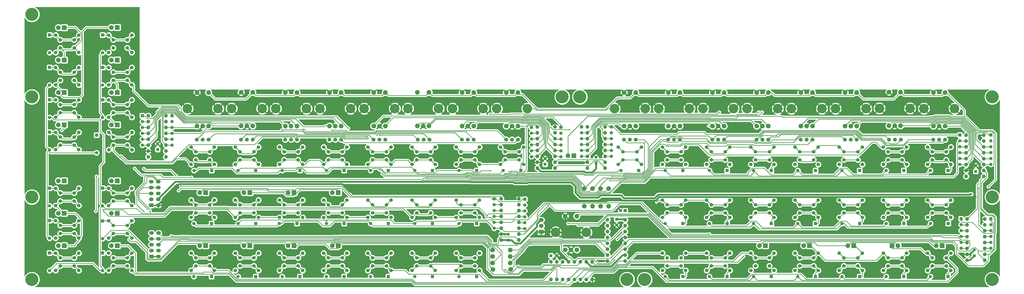
<source format=gbr>
G04 #@! TF.FileFunction,Copper,L1,Top,Signal*
%FSLAX46Y46*%
G04 Gerber Fmt 4.6, Leading zero omitted, Abs format (unit mm)*
G04 Created by KiCad (PCBNEW 4.0.2-stable) date 20/09/2016 17:33:02*
%MOMM*%
G01*
G04 APERTURE LIST*
%ADD10C,0.100000*%
%ADD11C,1.998980*%
%ADD12C,4.099560*%
%ADD13O,1.600000X1.600000*%
%ADD14C,1.676400*%
%ADD15R,1.422400X1.422400*%
%ADD16C,1.422400*%
%ADD17R,1.350000X1.350000*%
%ADD18C,1.350000*%
%ADD19R,1.300000X1.300000*%
%ADD20C,1.300000*%
%ADD21R,2.000000X2.000000*%
%ADD22C,2.000000*%
%ADD23R,2.032000X1.727200*%
%ADD24O,2.032000X1.727200*%
%ADD25C,1.524000*%
%ADD26R,1.397000X1.397000*%
%ADD27C,1.397000*%
%ADD28O,2.000000X1.500000*%
%ADD29R,2.000000X1.500000*%
%ADD30C,5.600000*%
%ADD31C,0.600000*%
%ADD32C,0.250000*%
%ADD33C,0.800000*%
%ADD34C,0.254000*%
G04 APERTURE END LIST*
D10*
D11*
X191810640Y-113649760D03*
X196809360Y-113649760D03*
X191810640Y-128150620D03*
X196809360Y-128150620D03*
X194310000Y-128150620D03*
D12*
X187711080Y-120650000D03*
X200908920Y-120650000D03*
D11*
X115610640Y-113649760D03*
X120609360Y-113649760D03*
X115610640Y-128150620D03*
X120609360Y-128150620D03*
X118110000Y-128150620D03*
D12*
X111511080Y-120650000D03*
X124708920Y-120650000D03*
D13*
X102235000Y-141478000D03*
X102235000Y-138938000D03*
X102235000Y-136398000D03*
X102235000Y-133858000D03*
X102235000Y-131318000D03*
X102235000Y-128778000D03*
X102235000Y-126238000D03*
X102235000Y-123698000D03*
X94615000Y-123698000D03*
X94615000Y-126238000D03*
X94615000Y-128778000D03*
X94615000Y-131318000D03*
X94615000Y-133858000D03*
X94615000Y-136398000D03*
X94615000Y-138938000D03*
X94615000Y-141478000D03*
D14*
X120650000Y-133985000D03*
X118110000Y-133985000D03*
X115570000Y-133985000D03*
X139700000Y-133985000D03*
X137160000Y-133985000D03*
X134620000Y-133985000D03*
X158750000Y-133985000D03*
X156210000Y-133985000D03*
X153670000Y-133985000D03*
X177800000Y-133985000D03*
X175260000Y-133985000D03*
X172720000Y-133985000D03*
X196850000Y-133985000D03*
X194310000Y-133985000D03*
X191770000Y-133985000D03*
X215900000Y-133985000D03*
X213360000Y-133985000D03*
X210820000Y-133985000D03*
X234950000Y-133985000D03*
X232410000Y-133985000D03*
X229870000Y-133985000D03*
X254000000Y-133985000D03*
X251460000Y-133985000D03*
X248920000Y-133985000D03*
X304800000Y-133985000D03*
X302260000Y-133985000D03*
X299720000Y-133985000D03*
X323850000Y-133985000D03*
X321310000Y-133985000D03*
X318770000Y-133985000D03*
X342900000Y-133985000D03*
X340360000Y-133985000D03*
X337820000Y-133985000D03*
X361950000Y-133985000D03*
X359410000Y-133985000D03*
X356870000Y-133985000D03*
X375920000Y-133985000D03*
X378460000Y-133985000D03*
X381000000Y-133985000D03*
X394970000Y-133985000D03*
X397510000Y-133985000D03*
X400050000Y-133985000D03*
X419100000Y-133985000D03*
X416560000Y-133985000D03*
X414020000Y-133985000D03*
X438150000Y-133985000D03*
X435610000Y-133985000D03*
X433070000Y-133985000D03*
D11*
X243078000Y-181610000D03*
X250698000Y-181610000D03*
X282628160Y-162671940D03*
X282628160Y-155051940D03*
X286128160Y-162671940D03*
X286128160Y-155051940D03*
X289628160Y-162671940D03*
X289628160Y-155051940D03*
X293128160Y-162671940D03*
X293128160Y-155051940D03*
X250698000Y-184404000D03*
X243078000Y-184404000D03*
X250698000Y-187198000D03*
X243078000Y-187198000D03*
X250825000Y-189992000D03*
X243205000Y-189992000D03*
D15*
X52070000Y-88900000D03*
D16*
X52070000Y-96520000D03*
D15*
X52070000Y-102870000D03*
D16*
X52070000Y-110490000D03*
D15*
X52070000Y-116840000D03*
D16*
X52070000Y-124460000D03*
D15*
X52070000Y-130810000D03*
D16*
X52070000Y-138430000D03*
D15*
X52070000Y-154940000D03*
D16*
X52070000Y-162560000D03*
D15*
X52070000Y-168910000D03*
D16*
X52070000Y-176530000D03*
D15*
X52070000Y-182880000D03*
D16*
X52070000Y-190500000D03*
D15*
X74930000Y-88900000D03*
D16*
X74930000Y-96520000D03*
D15*
X74930000Y-102870000D03*
D16*
X74930000Y-110490000D03*
D15*
X74930000Y-116840000D03*
D16*
X74930000Y-124460000D03*
D15*
X72359160Y-132058940D03*
D16*
X72359160Y-139678940D03*
D15*
X74930000Y-154940000D03*
D16*
X74930000Y-162560000D03*
D15*
X74930000Y-169058940D03*
D16*
X74930000Y-176678940D03*
D15*
X74930000Y-182880000D03*
D16*
X74930000Y-190500000D03*
D15*
X121955160Y-147320000D03*
D16*
X114335160Y-147320000D03*
D15*
X121920000Y-170180000D03*
D16*
X114300000Y-170180000D03*
D15*
X121920000Y-193040000D03*
D16*
X114300000Y-193040000D03*
D15*
X140970000Y-147320000D03*
D16*
X133350000Y-147320000D03*
D15*
X140970000Y-170180000D03*
D16*
X133350000Y-170180000D03*
D15*
X140970000Y-193040000D03*
D16*
X133350000Y-193040000D03*
D15*
X160020000Y-147320000D03*
D16*
X152400000Y-147320000D03*
D15*
X158750000Y-170180000D03*
D16*
X151130000Y-170180000D03*
D15*
X160020000Y-193040000D03*
D16*
X152400000Y-193040000D03*
D15*
X179070000Y-147320000D03*
D16*
X171450000Y-147320000D03*
D15*
X179070000Y-170180000D03*
D16*
X171450000Y-170180000D03*
D15*
X179070000Y-193040000D03*
D16*
X171450000Y-193040000D03*
D15*
X198120000Y-147320000D03*
D16*
X190500000Y-147320000D03*
D15*
X198120000Y-170180000D03*
D16*
X190500000Y-170180000D03*
D15*
X198120000Y-193040000D03*
D16*
X190500000Y-193040000D03*
D15*
X217170000Y-147320000D03*
D16*
X209550000Y-147320000D03*
D15*
X217170000Y-170180000D03*
D16*
X209550000Y-170180000D03*
D15*
X217170000Y-193040000D03*
D16*
X209550000Y-193040000D03*
D15*
X236220000Y-147320000D03*
D16*
X228600000Y-147320000D03*
D15*
X236220000Y-170180000D03*
D16*
X228600000Y-170180000D03*
D15*
X236220000Y-193040000D03*
D16*
X228600000Y-193040000D03*
D15*
X255270000Y-147320000D03*
D16*
X247650000Y-147320000D03*
D15*
X306070000Y-147320000D03*
D16*
X298450000Y-147320000D03*
D15*
X325120000Y-147320000D03*
D16*
X317500000Y-147320000D03*
D15*
X325120000Y-170180000D03*
D16*
X317500000Y-170180000D03*
D15*
X325120000Y-193040000D03*
D16*
X317500000Y-193040000D03*
D15*
X344170000Y-147320000D03*
D16*
X336550000Y-147320000D03*
D15*
X344170000Y-170180000D03*
D16*
X336550000Y-170180000D03*
D15*
X344170000Y-193040000D03*
D16*
X336550000Y-193040000D03*
D15*
X363220000Y-147320000D03*
D16*
X355600000Y-147320000D03*
D15*
X363220000Y-170180000D03*
D16*
X355600000Y-170180000D03*
D15*
X363220000Y-193040000D03*
D16*
X355600000Y-193040000D03*
D15*
X382270000Y-147320000D03*
D16*
X374650000Y-147320000D03*
D15*
X382270000Y-170180000D03*
D16*
X374650000Y-170180000D03*
D15*
X401320000Y-193040000D03*
D16*
X393700000Y-193040000D03*
D15*
X401320000Y-147320000D03*
D16*
X393700000Y-147320000D03*
D15*
X401320000Y-170180000D03*
D16*
X393700000Y-170180000D03*
D15*
X382270000Y-193040000D03*
D16*
X374650000Y-193040000D03*
D15*
X420370000Y-147320000D03*
D16*
X412750000Y-147320000D03*
D15*
X420370000Y-170180000D03*
D16*
X412750000Y-170180000D03*
D15*
X420370000Y-193040000D03*
D16*
X412750000Y-193040000D03*
D15*
X439420000Y-147320000D03*
D16*
X431800000Y-147320000D03*
D15*
X439455160Y-170180000D03*
D16*
X431835160Y-170180000D03*
D15*
X439420000Y-193040000D03*
D16*
X431800000Y-193040000D03*
D17*
X300228000Y-164592000D03*
D18*
X298228000Y-164592000D03*
D19*
X296545000Y-168315000D03*
D20*
X296545000Y-170815000D03*
D19*
X268224000Y-184023000D03*
D20*
X270724000Y-184023000D03*
D19*
X450723000Y-184023000D03*
D20*
X450723000Y-181523000D03*
D19*
X451358000Y-147701000D03*
D20*
X451358000Y-145201000D03*
D19*
X287655000Y-144105000D03*
D20*
X287655000Y-141605000D03*
D19*
X265684000Y-144613000D03*
D20*
X265684000Y-142113000D03*
D19*
X249803160Y-177337940D03*
D20*
X249803160Y-174837940D03*
D19*
X98679000Y-138263000D03*
D20*
X98679000Y-135763000D03*
D21*
X119380000Y-156845000D03*
D22*
X116840000Y-156845000D03*
D21*
X436880000Y-179705000D03*
D22*
X434340000Y-179705000D03*
D21*
X415290000Y-179705000D03*
D22*
X417830000Y-179705000D03*
D21*
X379730000Y-179705000D03*
D22*
X377190000Y-179705000D03*
D21*
X398780000Y-179705000D03*
D22*
X396240000Y-179705000D03*
D21*
X360680000Y-179705000D03*
D22*
X358140000Y-179705000D03*
D21*
X278130000Y-140970000D03*
D22*
X275590000Y-140970000D03*
D21*
X176530000Y-179705000D03*
D22*
X173990000Y-179705000D03*
D21*
X176530000Y-156845000D03*
D22*
X173990000Y-156845000D03*
D21*
X157480000Y-179705000D03*
D22*
X154940000Y-179705000D03*
D21*
X157480000Y-156845000D03*
D22*
X154940000Y-156845000D03*
D21*
X138430000Y-179705000D03*
D22*
X135890000Y-179705000D03*
D21*
X138430000Y-156845000D03*
D22*
X135890000Y-156845000D03*
D21*
X119380000Y-179705000D03*
D22*
X116840000Y-179705000D03*
D21*
X81280000Y-179705000D03*
D22*
X78740000Y-179705000D03*
D21*
X81280000Y-165735000D03*
D22*
X78740000Y-165735000D03*
D21*
X81280000Y-151765000D03*
D22*
X78740000Y-151765000D03*
D21*
X81280000Y-127635000D03*
D22*
X78740000Y-127635000D03*
D21*
X81280000Y-113665000D03*
D22*
X78740000Y-113665000D03*
D21*
X81280000Y-99695000D03*
D22*
X78740000Y-99695000D03*
D21*
X81280000Y-85622940D03*
D22*
X78740000Y-85622940D03*
D21*
X58420000Y-179705000D03*
D22*
X55880000Y-179705000D03*
D21*
X58420000Y-165735000D03*
D22*
X55880000Y-165735000D03*
D21*
X58420000Y-151765000D03*
D22*
X55880000Y-151765000D03*
D21*
X58420000Y-127635000D03*
D22*
X55880000Y-127635000D03*
D21*
X58420000Y-113665000D03*
D22*
X55880000Y-113665000D03*
D21*
X58420000Y-99695000D03*
D22*
X55880000Y-99695000D03*
D21*
X58420000Y-85725000D03*
D22*
X55880000Y-85725000D03*
D23*
X264033000Y-173736000D03*
D24*
X264033000Y-171196000D03*
X264033000Y-168656000D03*
D25*
X64690000Y-88964000D03*
X64690000Y-96456000D03*
X54690000Y-96456000D03*
X56690000Y-94456000D03*
X62690000Y-94456000D03*
X62690000Y-90964000D03*
X56690000Y-90964000D03*
X54690000Y-88964000D03*
X64690000Y-102934000D03*
X64690000Y-110426000D03*
X54690000Y-110426000D03*
X56690000Y-108426000D03*
X62690000Y-108426000D03*
X62690000Y-104934000D03*
X56690000Y-104934000D03*
X54690000Y-102934000D03*
X64690000Y-116904000D03*
X64690000Y-124396000D03*
X54690000Y-124396000D03*
X56690000Y-122396000D03*
X62690000Y-122396000D03*
X62690000Y-118904000D03*
X56690000Y-118904000D03*
X54690000Y-116904000D03*
X64690000Y-130874000D03*
X64690000Y-138366000D03*
X54690000Y-138366000D03*
X56690000Y-136366000D03*
X62690000Y-136366000D03*
X62690000Y-132874000D03*
X56690000Y-132874000D03*
X54690000Y-130874000D03*
X64690000Y-155004000D03*
X64690000Y-162496000D03*
X54690000Y-162496000D03*
X56690000Y-160496000D03*
X62690000Y-160496000D03*
X62690000Y-157004000D03*
X56690000Y-157004000D03*
X54690000Y-155004000D03*
X64690000Y-168974000D03*
X64690000Y-176466000D03*
X54690000Y-176466000D03*
X56690000Y-174466000D03*
X62690000Y-174466000D03*
X62690000Y-170974000D03*
X56690000Y-170974000D03*
X54690000Y-168974000D03*
X64690000Y-182944000D03*
X64690000Y-190436000D03*
X54690000Y-190436000D03*
X56690000Y-188436000D03*
X62690000Y-188436000D03*
X62690000Y-184944000D03*
X56690000Y-184944000D03*
X54690000Y-182944000D03*
X87550000Y-88964000D03*
X87550000Y-96456000D03*
X77550000Y-96456000D03*
X79550000Y-94456000D03*
X85550000Y-94456000D03*
X85550000Y-90964000D03*
X79550000Y-90964000D03*
X77550000Y-88964000D03*
X87550000Y-102934000D03*
X87550000Y-110426000D03*
X77550000Y-110426000D03*
X79550000Y-108426000D03*
X85550000Y-108426000D03*
X85550000Y-104934000D03*
X79550000Y-104934000D03*
X77550000Y-102934000D03*
X87550000Y-116904000D03*
X87550000Y-124396000D03*
X77550000Y-124396000D03*
X79550000Y-122396000D03*
X85550000Y-122396000D03*
X85550000Y-118904000D03*
X79550000Y-118904000D03*
X77550000Y-116904000D03*
X87598000Y-130876940D03*
X87598000Y-138368940D03*
X77598000Y-138368940D03*
X79598000Y-136368940D03*
X85598000Y-136368940D03*
X85598000Y-132876940D03*
X79598000Y-132876940D03*
X77598000Y-130876940D03*
X87550000Y-155004000D03*
X87550000Y-162496000D03*
X77550000Y-162496000D03*
X79550000Y-160496000D03*
X85550000Y-160496000D03*
X85550000Y-157004000D03*
X79550000Y-157004000D03*
X77550000Y-155004000D03*
X87550000Y-168974000D03*
X87550000Y-176466000D03*
X77550000Y-176466000D03*
X79550000Y-174466000D03*
X85550000Y-174466000D03*
X85550000Y-170974000D03*
X79550000Y-170974000D03*
X77550000Y-168974000D03*
X87550000Y-182944000D03*
X87550000Y-190436000D03*
X77550000Y-190436000D03*
X79550000Y-188436000D03*
X85550000Y-188436000D03*
X85550000Y-184944000D03*
X79550000Y-184944000D03*
X77550000Y-182944000D03*
X123110000Y-137224000D03*
X123110000Y-144716000D03*
X113110000Y-144716000D03*
X115110000Y-142716000D03*
X121110000Y-142716000D03*
X121110000Y-139224000D03*
X115110000Y-139224000D03*
X113110000Y-137224000D03*
X123110000Y-160084000D03*
X123110000Y-167576000D03*
X113110000Y-167576000D03*
X115110000Y-165576000D03*
X121110000Y-165576000D03*
X121110000Y-162084000D03*
X115110000Y-162084000D03*
X113110000Y-160084000D03*
X123110000Y-182944000D03*
X123110000Y-190436000D03*
X113110000Y-190436000D03*
X115110000Y-188436000D03*
X121110000Y-188436000D03*
X121110000Y-184944000D03*
X115110000Y-184944000D03*
X113110000Y-182944000D03*
X142160000Y-137224000D03*
X142160000Y-144716000D03*
X132160000Y-144716000D03*
X134160000Y-142716000D03*
X140160000Y-142716000D03*
X140160000Y-139224000D03*
X134160000Y-139224000D03*
X132160000Y-137224000D03*
X142160000Y-160084000D03*
X142160000Y-167576000D03*
X132160000Y-167576000D03*
X134160000Y-165576000D03*
X140160000Y-165576000D03*
X140160000Y-162084000D03*
X134160000Y-162084000D03*
X132160000Y-160084000D03*
X142160000Y-182944000D03*
X142160000Y-190436000D03*
X132160000Y-190436000D03*
X134160000Y-188436000D03*
X140160000Y-188436000D03*
X140160000Y-184944000D03*
X134160000Y-184944000D03*
X132160000Y-182944000D03*
X161210000Y-137224000D03*
X161210000Y-144716000D03*
X151210000Y-144716000D03*
X153210000Y-142716000D03*
X159210000Y-142716000D03*
X159210000Y-139224000D03*
X153210000Y-139224000D03*
X151210000Y-137224000D03*
X161210000Y-160084000D03*
X161210000Y-167576000D03*
X151210000Y-167576000D03*
X153210000Y-165576000D03*
X159210000Y-165576000D03*
X159210000Y-162084000D03*
X153210000Y-162084000D03*
X151210000Y-160084000D03*
X161210000Y-182944000D03*
X161210000Y-190436000D03*
X151210000Y-190436000D03*
X153210000Y-188436000D03*
X159210000Y-188436000D03*
X159210000Y-184944000D03*
X153210000Y-184944000D03*
X151210000Y-182944000D03*
X180260000Y-137224000D03*
X180260000Y-144716000D03*
X170260000Y-144716000D03*
X172260000Y-142716000D03*
X178260000Y-142716000D03*
X178260000Y-139224000D03*
X172260000Y-139224000D03*
X170260000Y-137224000D03*
X180260000Y-160084000D03*
X180260000Y-167576000D03*
X170260000Y-167576000D03*
X172260000Y-165576000D03*
X178260000Y-165576000D03*
X178260000Y-162084000D03*
X172260000Y-162084000D03*
X170260000Y-160084000D03*
X180260000Y-182944000D03*
X180260000Y-190436000D03*
X170260000Y-190436000D03*
X172260000Y-188436000D03*
X178260000Y-188436000D03*
X178260000Y-184944000D03*
X172260000Y-184944000D03*
X170260000Y-182944000D03*
X199310000Y-137224000D03*
X199310000Y-144716000D03*
X189310000Y-144716000D03*
X191310000Y-142716000D03*
X197310000Y-142716000D03*
X197310000Y-139224000D03*
X191310000Y-139224000D03*
X189310000Y-137224000D03*
X199310000Y-160084000D03*
X199310000Y-167576000D03*
X189310000Y-167576000D03*
X191310000Y-165576000D03*
X197310000Y-165576000D03*
X197310000Y-162084000D03*
X191310000Y-162084000D03*
X189310000Y-160084000D03*
X199310000Y-182944000D03*
X199310000Y-190436000D03*
X189310000Y-190436000D03*
X191310000Y-188436000D03*
X197310000Y-188436000D03*
X197310000Y-184944000D03*
X191310000Y-184944000D03*
X189310000Y-182944000D03*
X218360000Y-137224000D03*
X218360000Y-144716000D03*
X208360000Y-144716000D03*
X210360000Y-142716000D03*
X216360000Y-142716000D03*
X216360000Y-139224000D03*
X210360000Y-139224000D03*
X208360000Y-137224000D03*
X218360000Y-160084000D03*
X218360000Y-167576000D03*
X208360000Y-167576000D03*
X210360000Y-165576000D03*
X216360000Y-165576000D03*
X216360000Y-162084000D03*
X210360000Y-162084000D03*
X208360000Y-160084000D03*
X218360000Y-182944000D03*
X218360000Y-190436000D03*
X208360000Y-190436000D03*
X210360000Y-188436000D03*
X216360000Y-188436000D03*
X216360000Y-184944000D03*
X210360000Y-184944000D03*
X208360000Y-182944000D03*
X237410000Y-137224000D03*
X237410000Y-144716000D03*
X227410000Y-144716000D03*
X229410000Y-142716000D03*
X235410000Y-142716000D03*
X235410000Y-139224000D03*
X229410000Y-139224000D03*
X227410000Y-137224000D03*
X237410000Y-160084000D03*
X237410000Y-167576000D03*
X227410000Y-167576000D03*
X229410000Y-165576000D03*
X235410000Y-165576000D03*
X235410000Y-162084000D03*
X229410000Y-162084000D03*
X227410000Y-160084000D03*
X237410000Y-182944000D03*
X237410000Y-190436000D03*
X227410000Y-190436000D03*
X229410000Y-188436000D03*
X235410000Y-188436000D03*
X235410000Y-184944000D03*
X229410000Y-184944000D03*
X227410000Y-182944000D03*
X256460000Y-137224000D03*
X256460000Y-144716000D03*
X246460000Y-144716000D03*
X248460000Y-142716000D03*
X254460000Y-142716000D03*
X254460000Y-139224000D03*
X248460000Y-139224000D03*
X246460000Y-137224000D03*
X307260000Y-137224000D03*
X307260000Y-144716000D03*
X297260000Y-144716000D03*
X299260000Y-142716000D03*
X305260000Y-142716000D03*
X305260000Y-139224000D03*
X299260000Y-139224000D03*
X297260000Y-137224000D03*
X326310000Y-137224000D03*
X326310000Y-144716000D03*
X316310000Y-144716000D03*
X318310000Y-142716000D03*
X324310000Y-142716000D03*
X324310000Y-139224000D03*
X318310000Y-139224000D03*
X316310000Y-137224000D03*
X326310000Y-160084000D03*
X326310000Y-167576000D03*
X316310000Y-167576000D03*
X318310000Y-165576000D03*
X324310000Y-165576000D03*
X324310000Y-162084000D03*
X318310000Y-162084000D03*
X316310000Y-160084000D03*
X326310000Y-182944000D03*
X326310000Y-190436000D03*
X316310000Y-190436000D03*
X318310000Y-188436000D03*
X324310000Y-188436000D03*
X324310000Y-184944000D03*
X318310000Y-184944000D03*
X316310000Y-182944000D03*
X345360000Y-137224000D03*
X345360000Y-144716000D03*
X335360000Y-144716000D03*
X337360000Y-142716000D03*
X343360000Y-142716000D03*
X343360000Y-139224000D03*
X337360000Y-139224000D03*
X335360000Y-137224000D03*
X345360000Y-160084000D03*
X345360000Y-167576000D03*
X335360000Y-167576000D03*
X337360000Y-165576000D03*
X343360000Y-165576000D03*
X343360000Y-162084000D03*
X337360000Y-162084000D03*
X335360000Y-160084000D03*
X345360000Y-182944000D03*
X345360000Y-190436000D03*
X335360000Y-190436000D03*
X337360000Y-188436000D03*
X343360000Y-188436000D03*
X343360000Y-184944000D03*
X337360000Y-184944000D03*
X335360000Y-182944000D03*
X364410000Y-137224000D03*
X364410000Y-144716000D03*
X354410000Y-144716000D03*
X356410000Y-142716000D03*
X362410000Y-142716000D03*
X362410000Y-139224000D03*
X356410000Y-139224000D03*
X354410000Y-137224000D03*
X364410000Y-160084000D03*
X364410000Y-167576000D03*
X354410000Y-167576000D03*
X356410000Y-165576000D03*
X362410000Y-165576000D03*
X362410000Y-162084000D03*
X356410000Y-162084000D03*
X354410000Y-160084000D03*
X364410000Y-182944000D03*
X364410000Y-190436000D03*
X354410000Y-190436000D03*
X356410000Y-188436000D03*
X362410000Y-188436000D03*
X362410000Y-184944000D03*
X356410000Y-184944000D03*
X354410000Y-182944000D03*
X383460000Y-137224000D03*
X383460000Y-144716000D03*
X373460000Y-144716000D03*
X375460000Y-142716000D03*
X381460000Y-142716000D03*
X381460000Y-139224000D03*
X375460000Y-139224000D03*
X373460000Y-137224000D03*
X383460000Y-160084000D03*
X383460000Y-167576000D03*
X373460000Y-167576000D03*
X375460000Y-165576000D03*
X381460000Y-165576000D03*
X381460000Y-162084000D03*
X375460000Y-162084000D03*
X373460000Y-160084000D03*
X402510000Y-182944000D03*
X402510000Y-190436000D03*
X392510000Y-190436000D03*
X394510000Y-188436000D03*
X400510000Y-188436000D03*
X400510000Y-184944000D03*
X394510000Y-184944000D03*
X392510000Y-182944000D03*
X402510000Y-137224000D03*
X402510000Y-144716000D03*
X392510000Y-144716000D03*
X394510000Y-142716000D03*
X400510000Y-142716000D03*
X400510000Y-139224000D03*
X394510000Y-139224000D03*
X392510000Y-137224000D03*
X402510000Y-160084000D03*
X402510000Y-167576000D03*
X392510000Y-167576000D03*
X394510000Y-165576000D03*
X400510000Y-165576000D03*
X400510000Y-162084000D03*
X394510000Y-162084000D03*
X392510000Y-160084000D03*
X383460000Y-182944000D03*
X383460000Y-190436000D03*
X373460000Y-190436000D03*
X375460000Y-188436000D03*
X381460000Y-188436000D03*
X381460000Y-184944000D03*
X375460000Y-184944000D03*
X373460000Y-182944000D03*
X421560000Y-137224000D03*
X421560000Y-144716000D03*
X411560000Y-144716000D03*
X413560000Y-142716000D03*
X419560000Y-142716000D03*
X419560000Y-139224000D03*
X413560000Y-139224000D03*
X411560000Y-137224000D03*
X421560000Y-160084000D03*
X421560000Y-167576000D03*
X411560000Y-167576000D03*
X413560000Y-165576000D03*
X419560000Y-165576000D03*
X419560000Y-162084000D03*
X413560000Y-162084000D03*
X411560000Y-160084000D03*
X421560000Y-182944000D03*
X421560000Y-190436000D03*
X411560000Y-190436000D03*
X413560000Y-188436000D03*
X419560000Y-188436000D03*
X419560000Y-184944000D03*
X413560000Y-184944000D03*
X411560000Y-182944000D03*
X440610000Y-137224000D03*
X440610000Y-144716000D03*
X430610000Y-144716000D03*
X432610000Y-142716000D03*
X438610000Y-142716000D03*
X438610000Y-139224000D03*
X432610000Y-139224000D03*
X430610000Y-137224000D03*
X440610000Y-160084000D03*
X440610000Y-167576000D03*
X430610000Y-167576000D03*
X432610000Y-165576000D03*
X438610000Y-165576000D03*
X438610000Y-162084000D03*
X432610000Y-162084000D03*
X430610000Y-160084000D03*
X440610000Y-182944000D03*
X440610000Y-190436000D03*
X430610000Y-190436000D03*
X432610000Y-188436000D03*
X438610000Y-188436000D03*
X438610000Y-184944000D03*
X432610000Y-184944000D03*
X430610000Y-182944000D03*
D11*
X134645800Y-113622700D03*
X139644520Y-113622700D03*
X134645800Y-128123560D03*
X139644520Y-128123560D03*
X137145160Y-128123560D03*
D12*
X130546240Y-120622940D03*
X143744080Y-120622940D03*
D11*
X153710640Y-113649760D03*
X158709360Y-113649760D03*
X153710640Y-128150620D03*
X158709360Y-128150620D03*
X156210000Y-128150620D03*
D12*
X149611080Y-120650000D03*
X162808920Y-120650000D03*
D11*
X172760640Y-113649760D03*
X177759360Y-113649760D03*
X172760640Y-128150620D03*
X177759360Y-128150620D03*
X175260000Y-128150620D03*
D12*
X168661080Y-120650000D03*
X181858920Y-120650000D03*
D11*
X210645800Y-113622700D03*
X215644520Y-113622700D03*
X210645800Y-128123560D03*
X215644520Y-128123560D03*
X213145160Y-128123560D03*
D12*
X206546240Y-120622940D03*
X219744080Y-120622940D03*
D11*
X229910640Y-113649760D03*
X234909360Y-113649760D03*
X229910640Y-128150620D03*
X234909360Y-128150620D03*
X232410000Y-128150620D03*
D12*
X225811080Y-120650000D03*
X239008920Y-120650000D03*
D11*
X248960640Y-113649760D03*
X253959360Y-113649760D03*
X248960640Y-128150620D03*
X253959360Y-128150620D03*
X251460000Y-128150620D03*
D12*
X244861080Y-120650000D03*
X258058920Y-120650000D03*
D11*
X274360640Y-166989760D03*
X279359360Y-166989760D03*
X274360640Y-181490620D03*
X279359360Y-181490620D03*
X276860000Y-181490620D03*
D12*
X270261080Y-173990000D03*
X283458920Y-173990000D03*
D11*
X318810640Y-113649760D03*
X323809360Y-113649760D03*
X318810640Y-128150620D03*
X323809360Y-128150620D03*
X321310000Y-128150620D03*
D12*
X314711080Y-120650000D03*
X327908920Y-120650000D03*
D11*
X356910640Y-113649760D03*
X361909360Y-113649760D03*
X356910640Y-128150620D03*
X361909360Y-128150620D03*
X359410000Y-128150620D03*
D12*
X352811080Y-120650000D03*
X366008920Y-120650000D03*
D11*
X413933640Y-113522760D03*
X418932360Y-113522760D03*
X413933640Y-128023620D03*
X418932360Y-128023620D03*
X416433000Y-128023620D03*
D12*
X409834080Y-120523000D03*
X423031920Y-120523000D03*
D11*
X433110640Y-113649760D03*
X438109360Y-113649760D03*
X433110640Y-128150620D03*
X438109360Y-128150620D03*
X435610000Y-128150620D03*
D12*
X429011080Y-120650000D03*
X442208920Y-120650000D03*
D11*
X337860640Y-113649760D03*
X342859360Y-113649760D03*
X337860640Y-128150620D03*
X342859360Y-128150620D03*
X340360000Y-128150620D03*
D12*
X333761080Y-120650000D03*
X346958920Y-120650000D03*
D11*
X375960640Y-113649760D03*
X380959360Y-113649760D03*
X375960640Y-128150620D03*
X380959360Y-128150620D03*
X378460000Y-128150620D03*
D12*
X371861080Y-120650000D03*
X385058920Y-120650000D03*
D11*
X299760640Y-113649760D03*
X304759360Y-113649760D03*
X299760640Y-128150620D03*
X304759360Y-128150620D03*
X302260000Y-128150620D03*
D12*
X295661080Y-120650000D03*
X308858920Y-120650000D03*
D11*
X395010640Y-113649760D03*
X400009360Y-113649760D03*
X395010640Y-128150620D03*
X400009360Y-128150620D03*
X397510000Y-128150620D03*
D12*
X390911080Y-120650000D03*
X404108920Y-120650000D03*
D26*
X259842000Y-128651000D03*
D27*
X259842000Y-131191000D03*
X259842000Y-133731000D03*
X259842000Y-136271000D03*
X259842000Y-138811000D03*
X259842000Y-141351000D03*
D26*
X445039824Y-168114852D03*
D27*
X445039824Y-170654852D03*
X445039824Y-173194852D03*
X445039824Y-175734852D03*
X445039824Y-178274852D03*
X445039824Y-180814852D03*
D26*
X457866824Y-168114852D03*
D27*
X457866824Y-170654852D03*
X457866824Y-173194852D03*
X457866824Y-175734852D03*
X457866824Y-178274852D03*
X457866824Y-180814852D03*
D26*
X444489354Y-131973752D03*
D27*
X444489354Y-134513752D03*
X444489354Y-137053752D03*
X444489354Y-139593752D03*
X444489354Y-142133752D03*
X444489354Y-144673752D03*
D26*
X457824354Y-131973752D03*
D27*
X457824354Y-134513752D03*
X457824354Y-137053752D03*
X457824354Y-139593752D03*
X457824354Y-142133752D03*
X457824354Y-144673752D03*
D26*
X281432000Y-128524000D03*
D27*
X281432000Y-131064000D03*
X281432000Y-133604000D03*
X281432000Y-136144000D03*
X281432000Y-138684000D03*
X281432000Y-141224000D03*
D26*
X294259000Y-128524000D03*
D27*
X294259000Y-131064000D03*
X294259000Y-133604000D03*
X294259000Y-136144000D03*
X294259000Y-138684000D03*
X294259000Y-141224000D03*
D26*
X243713000Y-159512000D03*
D27*
X243713000Y-162052000D03*
X243713000Y-164592000D03*
X243713000Y-167132000D03*
X243713000Y-169672000D03*
X243713000Y-172212000D03*
D26*
X256921000Y-159639000D03*
D27*
X256921000Y-162179000D03*
X256921000Y-164719000D03*
X256921000Y-167259000D03*
X256921000Y-169799000D03*
X256921000Y-172339000D03*
D26*
X92075000Y-123698000D03*
D27*
X92075000Y-126238000D03*
X92075000Y-128778000D03*
X92075000Y-131318000D03*
X92075000Y-133858000D03*
X92075000Y-136398000D03*
D26*
X272542000Y-128651000D03*
D27*
X272542000Y-131191000D03*
X272542000Y-133731000D03*
X272542000Y-136271000D03*
X272542000Y-138811000D03*
X272542000Y-141351000D03*
D26*
X104902000Y-123698000D03*
D27*
X104902000Y-126238000D03*
X104902000Y-128778000D03*
X104902000Y-131318000D03*
X104902000Y-133858000D03*
X104902000Y-136398000D03*
D28*
X95889000Y-152146000D03*
X98929000Y-152146000D03*
X98929000Y-154686000D03*
X95889000Y-154686000D03*
D29*
X95889000Y-162306000D03*
D28*
X98929000Y-162306000D03*
X95889000Y-159766000D03*
X98929000Y-159766000D03*
X95889000Y-157226000D03*
X98929000Y-157226000D03*
X96016000Y-174244000D03*
X99056000Y-174244000D03*
X99056000Y-176784000D03*
X96016000Y-176784000D03*
D29*
X96016000Y-184404000D03*
D28*
X99056000Y-184404000D03*
X96016000Y-181864000D03*
X99056000Y-181864000D03*
X96016000Y-179324000D03*
X99056000Y-179324000D03*
D30*
X458470000Y-158750000D03*
X458470000Y-194310000D03*
X458470000Y-115570000D03*
X280670000Y-115570000D03*
X273050000Y-115570000D03*
X308610000Y-194310000D03*
X300990000Y-194310000D03*
X44450000Y-194310000D03*
X44450000Y-158750000D03*
X44450000Y-115570000D03*
X44450000Y-80010000D03*
D13*
X268224000Y-194310000D03*
X270764000Y-194310000D03*
X273304000Y-194310000D03*
X275844000Y-194310000D03*
X278384000Y-194310000D03*
X280924000Y-194310000D03*
X283464000Y-194310000D03*
X286004000Y-194310000D03*
X286004000Y-186690000D03*
X283464000Y-186690000D03*
X280924000Y-186690000D03*
X278384000Y-186690000D03*
X275844000Y-186690000D03*
X273304000Y-186690000D03*
X270764000Y-186690000D03*
X268224000Y-186690000D03*
X254381000Y-177292000D03*
X254381000Y-174752000D03*
X254381000Y-172212000D03*
X254381000Y-169672000D03*
X254381000Y-167132000D03*
X254381000Y-164592000D03*
X254381000Y-162052000D03*
X254381000Y-159512000D03*
X246761000Y-159512000D03*
X246761000Y-162052000D03*
X246761000Y-164592000D03*
X246761000Y-167132000D03*
X246761000Y-169672000D03*
X246761000Y-172212000D03*
X246761000Y-174752000D03*
X246761000Y-177292000D03*
X270002000Y-146304000D03*
X270002000Y-143764000D03*
X270002000Y-141224000D03*
X270002000Y-138684000D03*
X270002000Y-136144000D03*
X270002000Y-133604000D03*
X270002000Y-131064000D03*
X270002000Y-128524000D03*
X262382000Y-128524000D03*
X262382000Y-131064000D03*
X262382000Y-133604000D03*
X262382000Y-136144000D03*
X262382000Y-138684000D03*
X262382000Y-141224000D03*
X262382000Y-143764000D03*
X262382000Y-146304000D03*
X291592000Y-146304000D03*
X291592000Y-143764000D03*
X291592000Y-141224000D03*
X291592000Y-138684000D03*
X291592000Y-136144000D03*
X291592000Y-133604000D03*
X291592000Y-131064000D03*
X291592000Y-128524000D03*
X283972000Y-128524000D03*
X283972000Y-131064000D03*
X283972000Y-133604000D03*
X283972000Y-136144000D03*
X283972000Y-138684000D03*
X283972000Y-141224000D03*
X283972000Y-143764000D03*
X283972000Y-146304000D03*
X454838194Y-149876812D03*
X454838194Y-147336812D03*
X454838194Y-144796812D03*
X454838194Y-142256812D03*
X454838194Y-139716812D03*
X454838194Y-137176812D03*
X454838194Y-134636812D03*
X454838194Y-132096812D03*
X447218194Y-132096812D03*
X447218194Y-134636812D03*
X447218194Y-137176812D03*
X447218194Y-139716812D03*
X447218194Y-142256812D03*
X447218194Y-144796812D03*
X447218194Y-147336812D03*
X447218194Y-149876812D03*
X455265864Y-185993912D03*
X455265864Y-183453912D03*
X455265864Y-180913912D03*
X455265864Y-178373912D03*
X455265864Y-175833912D03*
X455265864Y-173293912D03*
X455265864Y-170753912D03*
X455265864Y-168213912D03*
X447645864Y-168213912D03*
X447645864Y-170753912D03*
X447645864Y-173293912D03*
X447645864Y-175833912D03*
X447645864Y-178373912D03*
X447645864Y-180913912D03*
X447645864Y-183453912D03*
X447645864Y-185993912D03*
X292608000Y-168529000D03*
X292608000Y-171069000D03*
X292608000Y-173609000D03*
X292608000Y-176149000D03*
X292608000Y-178689000D03*
X292608000Y-181229000D03*
X292608000Y-183769000D03*
X292608000Y-186309000D03*
X300228000Y-186309000D03*
X300228000Y-183769000D03*
X300228000Y-181229000D03*
X300228000Y-178689000D03*
X300228000Y-176149000D03*
X300228000Y-173609000D03*
X300228000Y-171069000D03*
X300228000Y-168529000D03*
D31*
X425114999Y-144670501D03*
X424815000Y-158721999D03*
X256262664Y-156498966D03*
X91948000Y-174498000D03*
X298069000Y-160172427D03*
X451231000Y-158750000D03*
X351166835Y-184394020D03*
X293639782Y-151680039D03*
X180772560Y-129027839D03*
X118569019Y-191964969D03*
X57311320Y-129942487D03*
X269781092Y-189790035D03*
X75184000Y-164211000D03*
X72271547Y-149814979D03*
X75438000Y-164982980D03*
X71937059Y-164836020D03*
X263906000Y-152445999D03*
X299720000Y-159240023D03*
X449472999Y-157480000D03*
X193247357Y-132059933D03*
X214574423Y-150800958D03*
X189470303Y-133382564D03*
X232680098Y-150668970D03*
X88708188Y-146440091D03*
X294513000Y-149860000D03*
X113163826Y-150244810D03*
X152146000Y-129921000D03*
X82838454Y-141136544D03*
X241935000Y-123063000D03*
X340741000Y-122174000D03*
X179848344Y-130882251D03*
X161680980Y-129413000D03*
X365445240Y-132196779D03*
X86313236Y-177174674D03*
X173772474Y-129945729D03*
X357735961Y-122150961D03*
X256976916Y-123560402D03*
X366873265Y-132196779D03*
X359255578Y-122151666D03*
X318459020Y-136280980D03*
X234368216Y-148995940D03*
X194296207Y-147002838D03*
X308483000Y-135382000D03*
X240335314Y-178029803D03*
X240758285Y-166661582D03*
X300822358Y-151265568D03*
X251135755Y-148171602D03*
X242179020Y-147411412D03*
X249494515Y-150963323D03*
X210615725Y-148657969D03*
X336518982Y-174703991D03*
X90823523Y-157100882D03*
X275590000Y-170180000D03*
X279951346Y-170805020D03*
X188331020Y-132658055D03*
X195502954Y-148677365D03*
X194428260Y-132085932D03*
X213328623Y-150800958D03*
X189131033Y-132658053D03*
X452637980Y-154813000D03*
X456819000Y-154305000D03*
X108712000Y-154051000D03*
X106553000Y-149479000D03*
X92710000Y-146558000D03*
X250230011Y-147872905D03*
X276217499Y-129674501D03*
X268097000Y-128651000D03*
X459241980Y-144653888D03*
X452501000Y-153035000D03*
X92732166Y-165104183D03*
X259593797Y-179070561D03*
X94420957Y-164149046D03*
X254129549Y-189177681D03*
X95377000Y-165227000D03*
X267114310Y-162426124D03*
X253764007Y-179582008D03*
X242559618Y-178217874D03*
X104431396Y-175558020D03*
X248312109Y-190151197D03*
X265111056Y-124185422D03*
X107862485Y-120610513D03*
X107693456Y-155953456D03*
X289941000Y-128143000D03*
X452120000Y-131191000D03*
X295623827Y-185828085D03*
X296789020Y-176931727D03*
D32*
X440610000Y-167576000D02*
X438610000Y-165576000D01*
X438610000Y-165576000D02*
X432610000Y-165576000D01*
X432610000Y-165576000D02*
X430610000Y-167576000D01*
X432610000Y-188436000D02*
X431848001Y-189197999D01*
X431848001Y-189197999D02*
X430610000Y-190436000D01*
X438610000Y-188436000D02*
X437532370Y-188436000D01*
X437532370Y-188436000D02*
X432610000Y-188436000D01*
X440610000Y-190436000D02*
X438610000Y-188436000D01*
X439420000Y-193040000D02*
X439420000Y-191626000D01*
X439420000Y-191626000D02*
X440610000Y-190436000D01*
X96958989Y-126434011D02*
X95414999Y-127978001D01*
X98859944Y-122225999D02*
X98859944Y-123137465D01*
X100762999Y-120322944D02*
X98859944Y-122225999D01*
X106605533Y-120322944D02*
X100762999Y-120322944D01*
X110858663Y-124576074D02*
X106605533Y-120322944D01*
X98859944Y-123137465D02*
X96958989Y-125038418D01*
X95414999Y-127978001D02*
X94615000Y-128778000D01*
X174311814Y-124576074D02*
X110858663Y-124576074D01*
X96958989Y-125038418D02*
X96958989Y-126434011D01*
X177759360Y-128023620D02*
X174311814Y-124576074D01*
X92075000Y-128778000D02*
X93062828Y-128778000D01*
X93062828Y-128778000D02*
X94615000Y-128778000D01*
X158170265Y-125026085D02*
X161552199Y-128408020D01*
X161552199Y-128408020D02*
X170377262Y-128408020D01*
X106366987Y-120874455D02*
X106520633Y-120874455D01*
X100949399Y-120772955D02*
X106265487Y-120772955D01*
X94615000Y-131318000D02*
X97409000Y-128524000D01*
X106265487Y-120772955D02*
X106366987Y-120874455D01*
X170377262Y-128408020D02*
X170761662Y-128023620D01*
X99309955Y-123323865D02*
X99309955Y-122412399D01*
X110672263Y-125026085D02*
X158170265Y-125026085D01*
X97409000Y-128524000D02*
X97409000Y-125224818D01*
X106520633Y-120874455D02*
X110672263Y-125026085D01*
X170761662Y-128023620D02*
X171347148Y-128023620D01*
X97409000Y-125224818D02*
X99309955Y-123323865D01*
X171347148Y-128023620D02*
X172760640Y-128023620D01*
X99309955Y-122412399D02*
X100949399Y-120772955D01*
X92075000Y-131318000D02*
X94615000Y-131318000D01*
X97536000Y-130164781D02*
X97536000Y-130937000D01*
X97859011Y-125411218D02*
X97859011Y-129841770D01*
X95414999Y-133058001D02*
X94615000Y-133858000D01*
X97536000Y-130937000D02*
X95414999Y-133058001D01*
X101135799Y-121222966D02*
X99759966Y-122598799D01*
X105916976Y-121222966D02*
X101135799Y-121222966D01*
X110485863Y-125476096D02*
X106334233Y-121324466D01*
X156034836Y-125476096D02*
X110485863Y-125476096D01*
X158709360Y-128150620D02*
X156034836Y-125476096D01*
X99759966Y-123510265D02*
X97859011Y-125411218D01*
X97859011Y-129841770D02*
X97536000Y-130164781D01*
X106018476Y-121324466D02*
X105916976Y-121222966D01*
X106334233Y-121324466D02*
X106018476Y-121324466D01*
X99759966Y-122598799D02*
X99759966Y-123510265D01*
X92075000Y-133858000D02*
X93062828Y-133858000D01*
X93062828Y-133858000D02*
X94615000Y-133858000D01*
X98309022Y-130028170D02*
X97986011Y-130351181D01*
X106147833Y-121774477D02*
X105351240Y-121774477D01*
X98309022Y-125597618D02*
X98309022Y-130028170D01*
X110299463Y-125926107D02*
X106147833Y-121774477D01*
X153710640Y-128150620D02*
X151486127Y-125926107D01*
X105249740Y-121672977D02*
X101322199Y-121672977D01*
X100209977Y-123696665D02*
X98309022Y-125597618D01*
X105351240Y-121774477D02*
X105249740Y-121672977D01*
X151486127Y-125926107D02*
X110299463Y-125926107D01*
X97986011Y-133026989D02*
X95414999Y-135598001D01*
X97986011Y-130351181D02*
X97986011Y-133026989D01*
X100209977Y-122785199D02*
X100209977Y-123696665D01*
X101322199Y-121672977D02*
X100209977Y-122785199D01*
X95414999Y-135598001D02*
X94615000Y-136398000D01*
X92075000Y-136398000D02*
X94615000Y-136398000D01*
X110113063Y-126376118D02*
X121431517Y-126376118D01*
X138645031Y-127124071D02*
X139644520Y-128123560D01*
X105961433Y-122224488D02*
X110113063Y-126376118D01*
X105164840Y-122224488D02*
X105961433Y-122224488D01*
X138320029Y-126799069D02*
X138645031Y-127124071D01*
X100659988Y-134822988D02*
X100659988Y-122971599D01*
X102235000Y-136398000D02*
X100659988Y-134822988D01*
X101508599Y-122122988D02*
X105063340Y-122122988D01*
X121854467Y-126799069D02*
X138320029Y-126799069D01*
X100659988Y-122971599D02*
X101508599Y-122122988D01*
X121431517Y-126376118D02*
X121854467Y-126799069D01*
X105063340Y-122122988D02*
X105164840Y-122224488D01*
X102235000Y-136398000D02*
X103366370Y-136398000D01*
X103366370Y-136398000D02*
X104902000Y-136398000D01*
X101109999Y-132732999D02*
X101435001Y-133058001D01*
X104978440Y-122674499D02*
X104876940Y-122572999D01*
X101435001Y-133058001D02*
X102235000Y-133858000D01*
X134645800Y-128123560D02*
X122542548Y-128123560D01*
X104876940Y-122572999D02*
X101694999Y-122572999D01*
X101109999Y-123157999D02*
X101109999Y-132732999D01*
X122542548Y-128123560D02*
X121245117Y-126826129D01*
X105775033Y-122674499D02*
X104978440Y-122674499D01*
X121245117Y-126826129D02*
X109926663Y-126826129D01*
X109926663Y-126826129D02*
X105775033Y-122674499D01*
X101694999Y-122572999D02*
X101109999Y-123157999D01*
X102235000Y-133858000D02*
X103366370Y-133858000D01*
X103366370Y-133858000D02*
X104902000Y-133858000D01*
X104902000Y-131318000D02*
X117441980Y-131318000D01*
X117441980Y-131318000D02*
X120609360Y-128150620D01*
X102235000Y-131318000D02*
X103366370Y-131318000D01*
X103366370Y-131318000D02*
X104902000Y-131318000D01*
X104902000Y-128778000D02*
X114983260Y-128778000D01*
X114983260Y-128778000D02*
X115610640Y-128150620D01*
X102235000Y-128778000D02*
X103366370Y-128778000D01*
X103366370Y-128778000D02*
X104902000Y-128778000D01*
D33*
X424815000Y-158721999D02*
X314888960Y-158721999D01*
X448789999Y-158721999D02*
X424815000Y-158721999D01*
X451358000Y-145201000D02*
X449354006Y-145201000D01*
X449354006Y-145201000D02*
X447218194Y-147336812D01*
X274283011Y-185129011D02*
X275044001Y-185890001D01*
X271830011Y-185129011D02*
X274283011Y-185129011D01*
X275044001Y-185890001D02*
X275844000Y-186690000D01*
X270724000Y-184023000D02*
X271830011Y-185129011D01*
X256262664Y-156470035D02*
X260415067Y-160622438D01*
X265150106Y-160622438D02*
X265223829Y-160548715D01*
X292484942Y-160172427D02*
X297644736Y-160172427D01*
X297644736Y-160172427D02*
X298069000Y-160172427D01*
X292034931Y-160622438D02*
X292484942Y-160172427D01*
X267615984Y-160548715D02*
X267689707Y-160622438D01*
X260415067Y-160622438D02*
X265150106Y-160622438D01*
X265223829Y-160548715D02*
X267615984Y-160548715D01*
X267689707Y-160622438D02*
X292034931Y-160622438D01*
X256262664Y-156470035D02*
X255929658Y-156803041D01*
X255929658Y-156803041D02*
X221037082Y-156803041D01*
X107834001Y-153150999D02*
X98679000Y-162306000D01*
X178306319Y-153150999D02*
X107834001Y-153150999D01*
X220704076Y-156470035D02*
X181625355Y-156470035D01*
X221037082Y-156803041D02*
X220704076Y-156470035D01*
X181625355Y-156470035D02*
X178306319Y-153150999D01*
X298740158Y-160172427D02*
X298493264Y-160172427D01*
X298807765Y-160240034D02*
X298740158Y-160172427D01*
X313370926Y-160240034D02*
X298807765Y-160240034D01*
X314888960Y-158721999D02*
X313370926Y-160240034D01*
X451231000Y-158750000D02*
X448818000Y-158750000D01*
X448818000Y-158750000D02*
X448789999Y-158721999D01*
X298493264Y-160172427D02*
X298069000Y-160172427D01*
X254381000Y-159512000D02*
X254381000Y-158380630D01*
X254381000Y-158380630D02*
X256262664Y-156498966D01*
X256262664Y-156498966D02*
X256262664Y-156470035D01*
X246761000Y-174752000D02*
X249717220Y-174752000D01*
X270261080Y-173990000D02*
X274360640Y-169890440D01*
X274360640Y-169890440D02*
X274360640Y-166989760D01*
X270261080Y-173990000D02*
X283458920Y-173990000D01*
X264033000Y-173736000D02*
X270007080Y-173736000D01*
X270007080Y-173736000D02*
X270261080Y-173990000D01*
X448792088Y-183453912D02*
X450723000Y-181523000D01*
X447645864Y-183453912D02*
X448792088Y-183453912D01*
D32*
X260957746Y-120650000D02*
X258058920Y-120650000D01*
X292078803Y-121354011D02*
X262068600Y-121354011D01*
X262068600Y-121354011D02*
X261364589Y-120650000D01*
X261364589Y-120650000D02*
X260957746Y-120650000D01*
X292782813Y-120650000D02*
X292078803Y-121354011D01*
X295661080Y-120650000D02*
X292782813Y-120650000D01*
X327908920Y-120650000D02*
X330807746Y-120650000D01*
X330807746Y-120650000D02*
X333761080Y-120650000D01*
X346958920Y-120650000D02*
X344060094Y-120650000D01*
X344060094Y-120650000D02*
X333761080Y-120650000D01*
X352811080Y-120650000D02*
X349912254Y-120650000D01*
X349912254Y-120650000D02*
X346958920Y-120650000D01*
X366008920Y-120650000D02*
X363110094Y-120650000D01*
X363110094Y-120650000D02*
X352811080Y-120650000D01*
X371861080Y-120650000D02*
X368962254Y-120650000D01*
X368962254Y-120650000D02*
X366008920Y-120650000D01*
X385058920Y-120650000D02*
X382160094Y-120650000D01*
X382160094Y-120650000D02*
X371861080Y-120650000D01*
X390911080Y-120650000D02*
X388012254Y-120650000D01*
X388012254Y-120650000D02*
X385058920Y-120650000D01*
X404108920Y-120650000D02*
X401210094Y-120650000D01*
X401210094Y-120650000D02*
X390911080Y-120650000D01*
X409834080Y-120523000D02*
X406935254Y-120523000D01*
X406935254Y-120523000D02*
X406808254Y-120650000D01*
X406808254Y-120650000D02*
X404108920Y-120650000D01*
X423031920Y-120523000D02*
X409834080Y-120523000D01*
X429011080Y-120650000D02*
X423158920Y-120650000D01*
X423158920Y-120650000D02*
X423031920Y-120523000D01*
X442208920Y-120650000D02*
X429011080Y-120650000D01*
X149584020Y-120622940D02*
X149611080Y-120650000D01*
X130519180Y-120650000D02*
X130546240Y-120622940D01*
X308858920Y-120650000D02*
X305960094Y-120650000D01*
X305960094Y-120650000D02*
X295661080Y-120650000D01*
X314711080Y-120650000D02*
X317609906Y-120650000D01*
X317609906Y-120650000D02*
X327908920Y-120650000D01*
X308858920Y-120650000D02*
X311757746Y-120650000D01*
X311757746Y-120650000D02*
X314711080Y-120650000D01*
X54690000Y-176466000D02*
X54928000Y-176466000D01*
X297111021Y-188662567D02*
X295088601Y-190684988D01*
X302639589Y-186817000D02*
X300794022Y-188662567D01*
X348743855Y-186817000D02*
X302639589Y-186817000D01*
X351166835Y-184394020D02*
X348743855Y-186817000D01*
X281723999Y-193510001D02*
X280924000Y-194310000D01*
X284549012Y-190684988D02*
X281723999Y-193510001D01*
X295088601Y-190684988D02*
X284549012Y-190684988D01*
X300794022Y-188662567D02*
X297111021Y-188662567D01*
X392510000Y-137224000D02*
X391748001Y-136462001D01*
X391748001Y-136462001D02*
X384221999Y-136462001D01*
X384221999Y-136462001D02*
X383460000Y-137224000D01*
X411560000Y-182944000D02*
X408472999Y-186031001D01*
X408472999Y-186031001D02*
X386547001Y-186031001D01*
X386547001Y-186031001D02*
X384221999Y-183705999D01*
X384221999Y-183705999D02*
X383460000Y-182944000D01*
X64690000Y-176466000D02*
X65777001Y-175378999D01*
X65777001Y-175378999D02*
X65777001Y-168452239D01*
X65777001Y-168452239D02*
X63059762Y-165735000D01*
X63059762Y-165735000D02*
X59670000Y-165735000D01*
X59670000Y-165735000D02*
X58420000Y-165735000D01*
X62690000Y-174466000D02*
X56690000Y-174466000D01*
X64690000Y-176466000D02*
X64690000Y-177543630D01*
X64690000Y-177543630D02*
X63059762Y-179173868D01*
X63059762Y-179173868D02*
X63059762Y-179705000D01*
X58420000Y-179705000D02*
X63059762Y-179705000D01*
X375460000Y-139224000D02*
X374698001Y-138462001D01*
X374698001Y-138462001D02*
X373460000Y-137224000D01*
X381460000Y-139224000D02*
X380382370Y-139224000D01*
X380382370Y-139224000D02*
X375460000Y-139224000D01*
X383460000Y-137224000D02*
X381460000Y-139224000D01*
X400510000Y-139224000D02*
X402510000Y-137224000D01*
X394510000Y-139224000D02*
X400510000Y-139224000D01*
X392510000Y-137224000D02*
X394510000Y-139224000D01*
X383460000Y-182944000D02*
X380221000Y-179705000D01*
X380221000Y-179705000D02*
X379730000Y-179705000D01*
X381460000Y-184944000D02*
X382221999Y-184182001D01*
X382221999Y-184182001D02*
X383460000Y-182944000D01*
X375460000Y-184944000D02*
X376537630Y-184944000D01*
X376537630Y-184944000D02*
X381460000Y-184944000D01*
X373460000Y-182944000D02*
X375460000Y-184944000D01*
X400510000Y-162084000D02*
X402510000Y-160084000D01*
X394510000Y-162084000D02*
X400510000Y-162084000D01*
X392510000Y-160084000D02*
X394510000Y-162084000D01*
X413560000Y-162084000D02*
X411560000Y-160084000D01*
X419560000Y-162084000D02*
X418482370Y-162084000D01*
X418482370Y-162084000D02*
X413560000Y-162084000D01*
X421560000Y-160084000D02*
X419560000Y-162084000D01*
X413560000Y-184944000D02*
X414637630Y-184944000D01*
X414637630Y-184944000D02*
X419560000Y-184944000D01*
X411560000Y-182944000D02*
X413560000Y-184944000D01*
X421560000Y-182944000D02*
X419560000Y-184944000D01*
X54690000Y-162496000D02*
X57929000Y-165735000D01*
X57929000Y-165735000D02*
X58420000Y-165735000D01*
X56690000Y-160496000D02*
X54690000Y-162496000D01*
X62690000Y-160496000D02*
X61612370Y-160496000D01*
X61612370Y-160496000D02*
X56690000Y-160496000D01*
X64690000Y-162496000D02*
X63928001Y-161734001D01*
X63928001Y-161734001D02*
X62690000Y-160496000D01*
X62690000Y-174466000D02*
X63451999Y-175227999D01*
X63451999Y-175227999D02*
X64690000Y-176466000D01*
X336423000Y-140646989D02*
X401129500Y-140646989D01*
X408386370Y-135128000D02*
X406648489Y-135128000D01*
X406648489Y-135128000D02*
X401129500Y-140646989D01*
X411560000Y-137224000D02*
X410482370Y-137224000D01*
X410482370Y-137224000D02*
X408386370Y-135128000D01*
X293639782Y-151680039D02*
X297262139Y-151680039D01*
X318160547Y-136906000D02*
X323977000Y-136906000D01*
X317208047Y-135953500D02*
X318160547Y-136906000D01*
X301181759Y-150699965D02*
X308400803Y-150699965D01*
X297262139Y-151680039D02*
X297501599Y-151440579D01*
X297501599Y-151440579D02*
X299722343Y-151440579D01*
X299722343Y-151440579D02*
X300522356Y-150640566D01*
X312039000Y-139255500D02*
X315341000Y-135953500D01*
X300522356Y-150640566D02*
X301122360Y-150640566D01*
X301122360Y-150640566D02*
X301181759Y-150699965D01*
X308400803Y-150699965D02*
X312039000Y-147061768D01*
X324746001Y-136136999D02*
X331913010Y-136136999D01*
X315341000Y-135953500D02*
X317208047Y-135953500D01*
X312039000Y-147061768D02*
X312039000Y-139255500D01*
X323977000Y-136906000D02*
X324746001Y-136136999D01*
X331913010Y-136136999D02*
X336423000Y-140646989D01*
X312039000Y-189112578D02*
X297297421Y-189112578D01*
X317998422Y-195072000D02*
X312039000Y-189112578D01*
X297297421Y-189112578D02*
X295275000Y-191134999D01*
X443230000Y-191237402D02*
X439395402Y-195072000D01*
X438610000Y-184944000D02*
X443230000Y-189564000D01*
X443230000Y-189564000D02*
X443230000Y-191237402D01*
X439395402Y-195072000D02*
X317998422Y-195072000D01*
X295275000Y-191134999D02*
X286639001Y-191134999D01*
X286639001Y-191134999D02*
X283464000Y-194310000D01*
X283464000Y-194310000D02*
X284263999Y-193510001D01*
X430610000Y-182944000D02*
X429532370Y-182944000D01*
X429532370Y-182944000D02*
X427618371Y-181030001D01*
X427618371Y-181030001D02*
X415365001Y-181030001D01*
X415365001Y-181030001D02*
X415290000Y-180955000D01*
X415290000Y-180955000D02*
X415290000Y-179705000D01*
X56690000Y-188436000D02*
X55928001Y-189197999D01*
X55928001Y-189197999D02*
X54690000Y-190436000D01*
X62690000Y-188436000D02*
X56690000Y-188436000D01*
X64690000Y-190436000D02*
X62690000Y-188436000D01*
X419560000Y-139224000D02*
X418482370Y-139224000D01*
X418482370Y-139224000D02*
X413560000Y-139224000D01*
X421560000Y-137224000D02*
X420798001Y-137985999D01*
X420798001Y-137985999D02*
X419560000Y-139224000D01*
X438610000Y-139224000D02*
X437532370Y-139224000D01*
X437532370Y-139224000D02*
X432610000Y-139224000D01*
X438610000Y-139224000D02*
X440610000Y-137224000D01*
X430610000Y-137224000D02*
X432610000Y-139224000D01*
X432610000Y-184944000D02*
X430610000Y-182944000D01*
X440610000Y-182944000D02*
X439848001Y-183705999D01*
X439848001Y-183705999D02*
X438610000Y-184944000D01*
X430610000Y-160084000D02*
X432610000Y-162084000D01*
X432610000Y-162084000D02*
X438610000Y-162084000D01*
X438610000Y-162084000D02*
X440610000Y-160084000D01*
X79550000Y-108426000D02*
X77550000Y-110426000D01*
X85550000Y-94456000D02*
X87550000Y-96456000D01*
X85550000Y-108426000D02*
X87550000Y-110426000D01*
X87550000Y-110426000D02*
X88311999Y-111187999D01*
X108741485Y-121822481D02*
X111045067Y-124126063D01*
X88311999Y-111187999D02*
X88311999Y-113076999D01*
X180472561Y-128727840D02*
X180772560Y-129027839D01*
X88311999Y-113076999D02*
X94657922Y-119422922D01*
X94657922Y-119422922D02*
X107599895Y-119422922D01*
X107599895Y-119422922D02*
X108741485Y-120564512D01*
X108741485Y-120564512D02*
X108741485Y-121822481D01*
X111045067Y-124126063D02*
X175870784Y-124126063D01*
X175870784Y-124126063D02*
X180472561Y-128727840D01*
X267519989Y-195014011D02*
X268224000Y-194310000D01*
X237369037Y-192157037D02*
X240226011Y-195014011D01*
X237369037Y-192003799D02*
X237369037Y-192157037D01*
X207274623Y-192003799D02*
X237369037Y-192003799D01*
X207127422Y-192151000D02*
X207274623Y-192003799D01*
X205412422Y-190436000D02*
X207127422Y-192151000D01*
X199310000Y-190436000D02*
X205412422Y-190436000D01*
X240226011Y-195014011D02*
X267519989Y-195014011D01*
X180260000Y-167576000D02*
X181337630Y-167576000D01*
X181337630Y-167576000D02*
X189310000Y-167576000D01*
X199310000Y-144716000D02*
X201101001Y-142924999D01*
X201101001Y-142924999D02*
X206568999Y-142924999D01*
X206568999Y-142924999D02*
X207598001Y-143954001D01*
X207598001Y-143954001D02*
X208360000Y-144716000D01*
X79550000Y-108426000D02*
X81280000Y-110156000D01*
X81280000Y-110156000D02*
X81280000Y-113665000D01*
X210360000Y-142716000D02*
X211437630Y-142716000D01*
X211437630Y-142716000D02*
X216360000Y-142716000D01*
X208360000Y-144716000D02*
X210360000Y-142716000D01*
X218360000Y-144716000D02*
X216360000Y-142716000D01*
X199310000Y-144716000D02*
X197310000Y-142716000D01*
X191310000Y-142716000D02*
X192387630Y-142716000D01*
X192387630Y-142716000D02*
X197310000Y-142716000D01*
X189310000Y-144716000D02*
X190071999Y-143954001D01*
X190071999Y-143954001D02*
X191310000Y-142716000D01*
X199310000Y-190436000D02*
X197310000Y-188436000D01*
X191310000Y-188436000D02*
X192387630Y-188436000D01*
X192387630Y-188436000D02*
X197310000Y-188436000D01*
X189310000Y-190436000D02*
X191310000Y-188436000D01*
X172260000Y-188436000D02*
X171498001Y-189197999D01*
X171498001Y-189197999D02*
X170260000Y-190436000D01*
X178260000Y-188436000D02*
X177182370Y-188436000D01*
X177182370Y-188436000D02*
X172260000Y-188436000D01*
X180260000Y-190436000D02*
X178260000Y-188436000D01*
X191310000Y-165576000D02*
X192387630Y-165576000D01*
X192387630Y-165576000D02*
X197310000Y-165576000D01*
X172260000Y-165576000D02*
X173337630Y-165576000D01*
X173337630Y-165576000D02*
X178260000Y-165576000D01*
X79550000Y-108426000D02*
X80627630Y-108426000D01*
X80627630Y-108426000D02*
X85550000Y-108426000D01*
X208500967Y-194160956D02*
X209897967Y-195557956D01*
X272504001Y-195109999D02*
X273304000Y-194310000D01*
X209897967Y-195557956D02*
X272056044Y-195557956D01*
X132952599Y-194160956D02*
X208500967Y-194160956D01*
X123110000Y-190436000D02*
X129227644Y-190436000D01*
X129227644Y-190436000D02*
X132952599Y-194160956D01*
X272056044Y-195557956D02*
X272504001Y-195109999D01*
X83058000Y-142240000D02*
X79598000Y-138780000D01*
X79598000Y-138780000D02*
X79598000Y-136368940D01*
X83365002Y-142240000D02*
X83058000Y-142240000D01*
X85143002Y-144018000D02*
X83365002Y-142240000D01*
X104902000Y-144018000D02*
X85143002Y-144018000D01*
X106680000Y-142240000D02*
X104902000Y-144018000D01*
X110634000Y-142240000D02*
X106680000Y-142240000D01*
X113110000Y-144716000D02*
X110634000Y-142240000D01*
X77550000Y-124396000D02*
X80789000Y-127635000D01*
X80789000Y-127635000D02*
X81280000Y-127635000D01*
X123110000Y-190436000D02*
X121110000Y-188436000D01*
X121110000Y-188436000D02*
X115110000Y-188436000D01*
X115110000Y-188436000D02*
X113110000Y-190436000D01*
X115110000Y-165576000D02*
X116187630Y-165576000D01*
X116187630Y-165576000D02*
X121110000Y-165576000D01*
X113110000Y-167576000D02*
X115110000Y-165576000D01*
X140160000Y-142716000D02*
X140921999Y-143477999D01*
X140921999Y-143477999D02*
X142160000Y-144716000D01*
X134160000Y-142716000D02*
X135237630Y-142716000D01*
X135237630Y-142716000D02*
X140160000Y-142716000D01*
X132160000Y-144716000D02*
X132921999Y-143954001D01*
X132921999Y-143954001D02*
X134160000Y-142716000D01*
X121110000Y-142716000D02*
X121871999Y-143477999D01*
X121871999Y-143477999D02*
X123110000Y-144716000D01*
X115110000Y-142716000D02*
X115871999Y-143477999D01*
X115871999Y-143477999D02*
X120348001Y-143477999D01*
X120348001Y-143477999D02*
X121110000Y-142716000D01*
X79598000Y-136368940D02*
X78836001Y-137130939D01*
X78836001Y-137130939D02*
X77598000Y-138368940D01*
X85598000Y-136368940D02*
X79598000Y-136368940D01*
X87598000Y-138368940D02*
X86836001Y-137606941D01*
X86836001Y-137606941D02*
X85598000Y-136368940D01*
X85550000Y-122396000D02*
X86311999Y-123157999D01*
X86311999Y-123157999D02*
X87550000Y-124396000D01*
X79550000Y-122396000D02*
X80627630Y-122396000D01*
X80627630Y-122396000D02*
X85550000Y-122396000D01*
X77550000Y-124396000D02*
X79550000Y-122396000D01*
X87550000Y-190436000D02*
X89087012Y-191973012D01*
X89087012Y-191973012D02*
X118560976Y-191973012D01*
X118560976Y-191973012D02*
X118569019Y-191964969D01*
X129491833Y-191973012D02*
X132579799Y-195060978D01*
X118569019Y-191964969D02*
X122393796Y-191964969D01*
X122393796Y-191964969D02*
X122401839Y-191973012D01*
X122401839Y-191973012D02*
X129491833Y-191973012D01*
X276236022Y-196457978D02*
X209525167Y-196457978D01*
X278384000Y-194310000D02*
X276236022Y-196457978D01*
X208128167Y-195060978D02*
X132579799Y-195060978D01*
X209525167Y-196457978D02*
X208128167Y-195060978D01*
X279183999Y-193510001D02*
X278384000Y-194310000D01*
X282459023Y-190234977D02*
X279183999Y-193510001D01*
X296924621Y-188212556D02*
X294902201Y-190234977D01*
X294902201Y-190234977D02*
X282459023Y-190234977D01*
X346962590Y-186309000D02*
X302511178Y-186309000D01*
X354410000Y-182944000D02*
X350327590Y-182944000D01*
X300607622Y-188212556D02*
X296924621Y-188212556D01*
X302511178Y-186309000D02*
X300607622Y-188212556D01*
X350327590Y-182944000D02*
X346962590Y-186309000D01*
X354410000Y-137224000D02*
X353332370Y-137224000D01*
X353332370Y-137224000D02*
X345360000Y-137224000D01*
X79550000Y-188436000D02*
X78788001Y-189197999D01*
X78788001Y-189197999D02*
X77550000Y-190436000D01*
X85550000Y-188436000D02*
X79550000Y-188436000D01*
X343360000Y-139224000D02*
X344121999Y-138462001D01*
X344121999Y-138462001D02*
X345360000Y-137224000D01*
X337360000Y-139224000D02*
X338121999Y-139985999D01*
X338121999Y-139985999D02*
X342598001Y-139985999D01*
X342598001Y-139985999D02*
X343360000Y-139224000D01*
X335360000Y-137224000D02*
X337360000Y-139224000D01*
X356410000Y-139224000D02*
X355648001Y-138462001D01*
X355648001Y-138462001D02*
X354410000Y-137224000D01*
X362410000Y-139224000D02*
X361332370Y-139224000D01*
X361332370Y-139224000D02*
X356410000Y-139224000D01*
X364410000Y-137224000D02*
X362410000Y-139224000D01*
X402510000Y-182944000D02*
X399271000Y-179705000D01*
X399271000Y-179705000D02*
X398780000Y-179705000D01*
X400510000Y-184944000D02*
X402510000Y-182944000D01*
X394510000Y-184944000D02*
X395587630Y-184944000D01*
X395587630Y-184944000D02*
X400510000Y-184944000D01*
X392510000Y-182944000D02*
X394510000Y-184944000D01*
X362410000Y-184944000D02*
X363171999Y-184182001D01*
X363171999Y-184182001D02*
X364410000Y-182944000D01*
X356410000Y-184944000D02*
X362410000Y-184944000D01*
X354410000Y-182944000D02*
X356410000Y-184944000D01*
X362410000Y-162084000D02*
X363171999Y-161322001D01*
X363171999Y-161322001D02*
X364410000Y-160084000D01*
X356410000Y-162084000D02*
X357487630Y-162084000D01*
X357487630Y-162084000D02*
X362410000Y-162084000D01*
X354410000Y-160084000D02*
X355171999Y-160845999D01*
X355171999Y-160845999D02*
X356410000Y-162084000D01*
X381460000Y-162084000D02*
X383460000Y-160084000D01*
X375460000Y-162084000D02*
X376537630Y-162084000D01*
X376537630Y-162084000D02*
X381460000Y-162084000D01*
X373460000Y-160084000D02*
X375460000Y-162084000D01*
X57362513Y-129942487D02*
X57311320Y-129942487D01*
X58420000Y-128885000D02*
X57362513Y-129942487D01*
X58420000Y-127635000D02*
X58420000Y-128885000D01*
X269481093Y-190090034D02*
X269781092Y-189790035D01*
X241427000Y-194564000D02*
X265007127Y-194564000D01*
X238171999Y-191308999D02*
X241427000Y-194564000D01*
X238171999Y-191197999D02*
X238171999Y-191308999D01*
X237410000Y-190436000D02*
X238171999Y-191197999D01*
X265007127Y-194564000D02*
X269481093Y-190090034D01*
X218360000Y-167576000D02*
X227410000Y-167576000D01*
X85909602Y-166302012D02*
X83818590Y-164211000D01*
X101666503Y-166302012D02*
X85909602Y-166302012D01*
X75608264Y-164211000D02*
X75184000Y-164211000D01*
X128841423Y-163621012D02*
X104347503Y-163621012D01*
X129108400Y-163887989D02*
X128841423Y-163621012D01*
X204671989Y-163887989D02*
X129108400Y-163887989D01*
X104347503Y-163621012D02*
X101666503Y-166302012D01*
X83818590Y-164211000D02*
X75608264Y-164211000D01*
X208360000Y-167576000D02*
X204671989Y-163887989D01*
X229410000Y-188436000D02*
X228648001Y-187674001D01*
X228648001Y-187674001D02*
X217121999Y-187674001D01*
X217121999Y-187674001D02*
X216360000Y-188436000D01*
X237410000Y-144716000D02*
X246460000Y-144716000D01*
X58420000Y-99695000D02*
X58420000Y-96186000D01*
X58420000Y-96186000D02*
X56690000Y-94456000D01*
X235410000Y-142716000D02*
X237410000Y-144716000D01*
X229410000Y-142716000D02*
X230487630Y-142716000D01*
X230487630Y-142716000D02*
X235410000Y-142716000D01*
X227410000Y-144716000D02*
X229410000Y-142716000D01*
X63246000Y-85598000D02*
X65777001Y-88129001D01*
X65777001Y-88129001D02*
X65777001Y-91368999D01*
X65777001Y-91368999D02*
X63451999Y-93694001D01*
X63451999Y-93694001D02*
X62690000Y-94456000D01*
X58420000Y-85598000D02*
X63246000Y-85598000D01*
X248460000Y-142716000D02*
X249537630Y-142716000D01*
X249537630Y-142716000D02*
X254460000Y-142716000D01*
X246460000Y-144716000D02*
X247221999Y-143954001D01*
X247221999Y-143954001D02*
X248460000Y-142716000D01*
X227410000Y-190436000D02*
X229410000Y-188436000D01*
X229410000Y-188436000D02*
X235410000Y-188436000D01*
X216360000Y-188436000D02*
X218360000Y-190436000D01*
X210360000Y-188436000D02*
X211437630Y-188436000D01*
X211437630Y-188436000D02*
X216360000Y-188436000D01*
X208360000Y-190436000D02*
X209121999Y-189674001D01*
X209121999Y-189674001D02*
X210360000Y-188436000D01*
X235410000Y-165576000D02*
X229410000Y-165576000D01*
X237410000Y-167576000D02*
X236648001Y-166814001D01*
X236648001Y-166814001D02*
X235410000Y-165576000D01*
X210360000Y-165576000D02*
X211121999Y-166337999D01*
X211121999Y-166337999D02*
X215598001Y-166337999D01*
X215598001Y-166337999D02*
X216360000Y-165576000D01*
X208360000Y-167576000D02*
X210360000Y-165576000D01*
X62690000Y-94456000D02*
X64690000Y-96456000D01*
X56690000Y-94456000D02*
X57451999Y-95217999D01*
X57451999Y-95217999D02*
X61928001Y-95217999D01*
X61928001Y-95217999D02*
X62690000Y-94456000D01*
X54690000Y-96456000D02*
X56690000Y-94456000D01*
X54690000Y-110426000D02*
X57929000Y-113665000D01*
X57929000Y-113665000D02*
X58420000Y-113665000D01*
X62690000Y-108426000D02*
X64690000Y-110426000D01*
X54690000Y-110426000D02*
X55451999Y-109664001D01*
X55451999Y-109664001D02*
X56690000Y-108426000D01*
X72271547Y-150239243D02*
X72271547Y-149814979D01*
X72271547Y-164501532D02*
X72271547Y-150239243D01*
X71937059Y-164836020D02*
X72271547Y-164501532D01*
X142160000Y-167576000D02*
X151210000Y-167576000D01*
X128655023Y-164071023D02*
X104533902Y-164071023D01*
X104533902Y-164071023D02*
X101544924Y-167060001D01*
X75737999Y-165282979D02*
X75438000Y-164982980D01*
X77515021Y-167060001D02*
X75737999Y-165282979D01*
X101544924Y-167060001D02*
X77515021Y-167060001D01*
X132160000Y-167576000D02*
X128655023Y-164071023D01*
X161210000Y-144716000D02*
X162287630Y-144716000D01*
X162287630Y-144716000D02*
X164078631Y-142924999D01*
X164078631Y-142924999D02*
X168468999Y-142924999D01*
X168468999Y-142924999D02*
X169498001Y-143954001D01*
X169498001Y-143954001D02*
X170260000Y-144716000D01*
X178260000Y-142716000D02*
X180260000Y-144716000D01*
X172260000Y-142716000D02*
X173337630Y-142716000D01*
X173337630Y-142716000D02*
X178260000Y-142716000D01*
X170260000Y-144716000D02*
X172260000Y-142716000D01*
X151210000Y-190436000D02*
X153210000Y-188436000D01*
X153210000Y-188436000D02*
X159210000Y-188436000D01*
X159210000Y-188436000D02*
X161210000Y-190436000D01*
X142160000Y-190436000D02*
X140160000Y-188436000D01*
X140160000Y-188436000D02*
X134160000Y-188436000D01*
X153210000Y-165576000D02*
X154287630Y-165576000D01*
X154287630Y-165576000D02*
X159210000Y-165576000D01*
X134160000Y-165576000D02*
X135237630Y-165576000D01*
X135237630Y-165576000D02*
X140160000Y-165576000D01*
X132160000Y-167576000D02*
X132921999Y-166814001D01*
X132921999Y-166814001D02*
X134160000Y-165576000D01*
X159210000Y-142716000D02*
X159971999Y-143477999D01*
X159971999Y-143477999D02*
X161210000Y-144716000D01*
X153210000Y-142716000D02*
X154287630Y-142716000D01*
X154287630Y-142716000D02*
X159210000Y-142716000D01*
X151210000Y-144716000D02*
X153210000Y-142716000D01*
X62690000Y-122396000D02*
X64690000Y-124396000D01*
X56690000Y-122396000D02*
X57767630Y-122396000D01*
X57767630Y-122396000D02*
X62690000Y-122396000D01*
X54690000Y-124396000D02*
X55451999Y-123634001D01*
X55451999Y-123634001D02*
X56690000Y-122396000D01*
X56690000Y-136366000D02*
X55928001Y-137127999D01*
X55928001Y-137127999D02*
X54690000Y-138366000D01*
X62690000Y-136366000D02*
X63451999Y-137127999D01*
X63451999Y-137127999D02*
X64690000Y-138366000D01*
X56690000Y-136366000D02*
X62690000Y-136366000D01*
X275044001Y-195109999D02*
X275844000Y-194310000D01*
X89591222Y-191523001D02*
X117950590Y-191523001D01*
X209711567Y-196007967D02*
X274146033Y-196007967D01*
X274146033Y-196007967D02*
X275044001Y-195109999D01*
X129678234Y-191523001D02*
X132766199Y-194610967D01*
X122588239Y-191523001D02*
X129678234Y-191523001D01*
X85901222Y-179705000D02*
X89030989Y-182834767D01*
X122131229Y-191065991D02*
X122588239Y-191523001D01*
X89030989Y-182834767D02*
X89030989Y-190962768D01*
X89030989Y-190962768D02*
X89591222Y-191523001D01*
X118407600Y-191065991D02*
X122131229Y-191065991D01*
X132766199Y-194610967D02*
X208314567Y-194610967D01*
X208314567Y-194610967D02*
X209711567Y-196007967D01*
X81280000Y-179705000D02*
X85901222Y-179705000D01*
X117950590Y-191523001D02*
X118407600Y-191065991D01*
X296738221Y-187762545D02*
X294715801Y-189784966D01*
X280369034Y-189784966D02*
X276643999Y-193510001D01*
X316310000Y-182944000D02*
X305239766Y-182944000D01*
X276643999Y-193510001D02*
X275844000Y-194310000D01*
X294715801Y-189784966D02*
X280369034Y-189784966D01*
X300421221Y-187762545D02*
X296738221Y-187762545D01*
X305239766Y-182944000D02*
X300421221Y-187762545D01*
X316310000Y-160084000D02*
X314552278Y-160084000D01*
X314552278Y-160084000D02*
X313671234Y-160965044D01*
X326310000Y-160084000D02*
X335360000Y-160084000D01*
X326310000Y-182944000D02*
X335360000Y-182944000D01*
X79550000Y-174466000D02*
X80627630Y-174466000D01*
X80627630Y-174466000D02*
X85550000Y-174466000D01*
X77550000Y-176466000D02*
X79550000Y-174466000D01*
X87550000Y-176466000D02*
X86788001Y-175704001D01*
X86788001Y-175704001D02*
X85550000Y-174466000D01*
X324310000Y-139224000D02*
X323232370Y-139224000D01*
X323232370Y-139224000D02*
X318310000Y-139224000D01*
X326310000Y-137224000D02*
X324310000Y-139224000D01*
X316310000Y-137224000D02*
X318310000Y-139224000D01*
X305260000Y-139224000D02*
X307260000Y-137224000D01*
X299260000Y-139224000D02*
X305260000Y-139224000D01*
X297260000Y-137224000D02*
X299260000Y-139224000D01*
X343360000Y-184944000D02*
X344121999Y-184182001D01*
X344121999Y-184182001D02*
X345360000Y-182944000D01*
X337360000Y-184944000D02*
X338437630Y-184944000D01*
X338437630Y-184944000D02*
X343360000Y-184944000D01*
X318310000Y-162084000D02*
X316310000Y-160084000D01*
X324310000Y-162084000D02*
X323232370Y-162084000D01*
X323232370Y-162084000D02*
X318310000Y-162084000D01*
X326310000Y-160084000D02*
X324310000Y-162084000D01*
X337360000Y-162084000D02*
X336598001Y-161322001D01*
X336598001Y-161322001D02*
X335360000Y-160084000D01*
X343360000Y-162084000D02*
X337360000Y-162084000D01*
X345360000Y-160084000D02*
X343360000Y-162084000D01*
X85550000Y-160496000D02*
X87550000Y-162496000D01*
X79550000Y-160496000D02*
X80627630Y-160496000D01*
X80627630Y-160496000D02*
X85550000Y-160496000D01*
X77550000Y-162496000D02*
X79550000Y-160496000D01*
D33*
X262382000Y-146304000D02*
X263782001Y-147704001D01*
X263782001Y-147704001D02*
X282571999Y-147704001D01*
X282571999Y-147704001D02*
X283013498Y-148145500D01*
X283013498Y-148145500D02*
X285940500Y-148145500D01*
X285940500Y-148145500D02*
X287655000Y-146431000D01*
X287655000Y-146431000D02*
X287655000Y-144105000D01*
X252426618Y-152681300D02*
X252058654Y-152313336D01*
X233685401Y-152273000D02*
X248853868Y-152273000D01*
X98679000Y-159766000D02*
X106294012Y-152150988D01*
X106294012Y-152150988D02*
X233563390Y-152150989D01*
X233563390Y-152150989D02*
X233685401Y-152273000D01*
X248853868Y-152273000D02*
X248894204Y-152313336D01*
X248894204Y-152313336D02*
X252058654Y-152313336D01*
X263906000Y-152445999D02*
X258268011Y-152445999D01*
X258268011Y-152445999D02*
X258032710Y-152681300D01*
X258032710Y-152681300D02*
X252426618Y-152681300D01*
X263906000Y-152445999D02*
X277032999Y-152445999D01*
X289613187Y-158001463D02*
X298481440Y-158001463D01*
X298481440Y-158001463D02*
X299720000Y-159240023D01*
X278765001Y-154178001D02*
X278765001Y-156844999D01*
X277032999Y-152445999D02*
X278765001Y-154178001D01*
X278765001Y-156844999D02*
X280898031Y-158978029D01*
X280898031Y-158978029D02*
X288636621Y-158978029D01*
X288636621Y-158978029D02*
X289613187Y-158001463D01*
X299070035Y-183769000D02*
X299096630Y-183769000D01*
X294230016Y-188609019D02*
X299070035Y-183769000D01*
X285383019Y-188609019D02*
X294230016Y-188609019D01*
X299096630Y-183769000D02*
X300228000Y-183769000D01*
X283464000Y-186690000D02*
X285383019Y-188609019D01*
X296545000Y-168315000D02*
X300014000Y-168315000D01*
X300014000Y-168315000D02*
X300228000Y-168529000D01*
X263880600Y-168656000D02*
X264033000Y-168656000D01*
X262217000Y-170319600D02*
X263880600Y-168656000D01*
X262217000Y-171528002D02*
X262217000Y-170319600D01*
X255053001Y-178692001D02*
X262217000Y-171528002D01*
X254196008Y-178682007D02*
X254206002Y-178692001D01*
X251253160Y-177337940D02*
X252597227Y-178682007D01*
X252597227Y-178682007D02*
X254196008Y-178682007D01*
X249803160Y-177337940D02*
X251253160Y-177337940D01*
X254206002Y-178692001D02*
X255053001Y-178692001D01*
X246761000Y-177292000D02*
X249757220Y-177292000D01*
X249757220Y-177292000D02*
X249803160Y-177337940D01*
X299720000Y-159240023D02*
X312956708Y-159240023D01*
X448806747Y-157721988D02*
X449048735Y-157480000D01*
X312956708Y-159240023D02*
X314474743Y-157721988D01*
X314474743Y-157721988D02*
X448806747Y-157721988D01*
X449048735Y-157480000D02*
X449472999Y-157480000D01*
X447645864Y-185993912D02*
X448752088Y-185993912D01*
X448752088Y-185993912D02*
X450723000Y-184023000D01*
D32*
X394131801Y-133146801D02*
X394970000Y-133985000D01*
X323850000Y-133985000D02*
X324531969Y-134666969D01*
X372771487Y-135236977D02*
X375293462Y-132715002D01*
X355655051Y-135128000D02*
X356125263Y-135598212D01*
X362694736Y-135598212D02*
X363055972Y-135236977D01*
X356125263Y-135598212D02*
X362694736Y-135598212D01*
X344114949Y-135128000D02*
X355655051Y-135128000D01*
X336636391Y-135598212D02*
X343644736Y-135598212D01*
X324531969Y-134666969D02*
X335705148Y-134666969D01*
X375293462Y-132715002D02*
X393700002Y-132715002D01*
X393700002Y-132715002D02*
X394131801Y-133146801D01*
X343644736Y-135598212D02*
X344114949Y-135128000D01*
X363055972Y-135236977D02*
X372771487Y-135236977D01*
X335705148Y-134666969D02*
X336636391Y-135598212D01*
X300335956Y-150190555D02*
X299570478Y-150956033D01*
X311138980Y-147074199D02*
X311138980Y-147325377D01*
X301308760Y-150190555D02*
X300335956Y-150190555D01*
X289628160Y-153638448D02*
X289628160Y-155051940D01*
X292310575Y-150956033D02*
X289628160Y-153638448D01*
X311531000Y-138978402D02*
X311531000Y-146682179D01*
X315831329Y-134678073D02*
X311531000Y-138978402D01*
X317741535Y-134678073D02*
X315831329Y-134678073D01*
X323850000Y-133985000D02*
X322686799Y-135148201D01*
X318211663Y-135148201D02*
X317741535Y-134678073D01*
X322686799Y-135148201D02*
X318211663Y-135148201D01*
X311138980Y-147325377D02*
X308214403Y-150249954D01*
X301368159Y-150249954D02*
X301308760Y-150190555D01*
X299570478Y-150956033D02*
X292310575Y-150956033D01*
X308214403Y-150249954D02*
X301368159Y-150249954D01*
X311531000Y-146682179D02*
X311138980Y-147074199D01*
X193547356Y-131759934D02*
X193247357Y-132059933D01*
X213375931Y-131460931D02*
X193846359Y-131460931D01*
X215900000Y-133985000D02*
X213375931Y-131460931D01*
X193846359Y-131460931D02*
X193547356Y-131759934D01*
X289628160Y-155051940D02*
X287777113Y-156902986D01*
X214998687Y-150800958D02*
X214574423Y-150800958D01*
X232380096Y-150043968D02*
X231623106Y-150800958D01*
X233218418Y-150043968D02*
X232380096Y-150043968D01*
X234231510Y-150520967D02*
X233695416Y-150520967D01*
X248287879Y-150606256D02*
X234316799Y-150606256D01*
X249046179Y-149847956D02*
X248287879Y-150606256D01*
X249931525Y-149847956D02*
X249046179Y-149847956D01*
X252907180Y-150146637D02*
X250230206Y-150146637D01*
X280840044Y-155926509D02*
X280840044Y-153318491D01*
X281816521Y-156902986D02*
X280840044Y-155926509D01*
X287777113Y-156902986D02*
X281816521Y-156902986D01*
X280840044Y-153318491D02*
X277892508Y-150370955D01*
X234316799Y-150606256D02*
X234231510Y-150520967D01*
X250230206Y-150146637D02*
X249931525Y-149847956D01*
X253366799Y-150606256D02*
X252907180Y-150146637D01*
X257173201Y-150606256D02*
X253366799Y-150606256D01*
X257408502Y-150370955D02*
X257173201Y-150606256D01*
X231623106Y-150800958D02*
X214998687Y-150800958D01*
X277892508Y-150370955D02*
X257408502Y-150370955D01*
X233695416Y-150520967D02*
X233218418Y-150043968D01*
X189170304Y-133682563D02*
X189470303Y-133382564D01*
X178317247Y-132821799D02*
X179228515Y-133733067D01*
X158154198Y-132371788D02*
X158604208Y-132821799D01*
X141313212Y-132371788D02*
X158154198Y-132371788D01*
X139700000Y-133985000D02*
X141313212Y-132371788D01*
X189119800Y-133733067D02*
X189170304Y-133682563D01*
X158604208Y-132821799D02*
X178317247Y-132821799D01*
X179228515Y-133733067D02*
X189119800Y-133733067D01*
X338658199Y-133146801D02*
X337820000Y-133985000D01*
X339655988Y-132149012D02*
X338658199Y-133146801D01*
X400160717Y-130464947D02*
X359935694Y-130464947D01*
X359935694Y-130464947D02*
X358251629Y-132149012D01*
X358251629Y-132149012D02*
X339655988Y-132149012D01*
X402119532Y-132423763D02*
X400160717Y-130464947D01*
X412458763Y-132423763D02*
X402119532Y-132423763D01*
X414020000Y-133985000D02*
X412458763Y-132423763D01*
X226895920Y-131010920D02*
X193371366Y-131010920D01*
X152445999Y-129621001D02*
X152146000Y-129921000D01*
X162364733Y-131021755D02*
X160963979Y-129621001D01*
X179103937Y-131021755D02*
X162364733Y-131021755D01*
X179665204Y-131583022D02*
X179103937Y-131021755D01*
X229870000Y-133985000D02*
X226895920Y-131010920D01*
X160963979Y-129621001D02*
X152445999Y-129621001D01*
X192799264Y-131583022D02*
X179665204Y-131583022D01*
X193371366Y-131010920D02*
X192799264Y-131583022D01*
X336206788Y-132371788D02*
X315303212Y-132371788D01*
X299963156Y-149290533D02*
X299393689Y-149860000D01*
X299393689Y-149860000D02*
X294937264Y-149860000D01*
X310630978Y-146309379D02*
X310238958Y-146701399D01*
X294937264Y-149860000D02*
X294513000Y-149860000D01*
X337820000Y-133985000D02*
X336206788Y-132371788D01*
X315303212Y-132371788D02*
X310630978Y-137044022D01*
X310630978Y-137044022D02*
X310630978Y-146309379D01*
X310238958Y-146952577D02*
X307841603Y-149349932D01*
X301740959Y-149349932D02*
X301681560Y-149290533D01*
X301681560Y-149290533D02*
X299963156Y-149290533D01*
X310238958Y-146701399D02*
X310238958Y-146952577D01*
X307841603Y-149349932D02*
X301740959Y-149349932D01*
X252720780Y-150596648D02*
X250043806Y-150596648D01*
X280390033Y-156171893D02*
X280390033Y-153504892D01*
X287963513Y-157352997D02*
X281571137Y-157352997D01*
X234045110Y-150970978D02*
X232982106Y-150970978D01*
X234130399Y-151056267D02*
X234045110Y-150970978D01*
X248504421Y-151056267D02*
X234130399Y-151056267D01*
X250043806Y-150596648D02*
X249745125Y-150297967D01*
X280390033Y-153504892D02*
X277706107Y-150820966D01*
X257594902Y-150820966D02*
X257359601Y-151056267D01*
X281571137Y-157352997D02*
X280390033Y-156171893D01*
X277706107Y-150820966D02*
X257594902Y-150820966D01*
X232982106Y-150970978D02*
X232980097Y-150968969D01*
X249262721Y-150297967D02*
X248504421Y-151056267D01*
X293128160Y-155051940D02*
X291803669Y-156376431D01*
X257359601Y-151056267D02*
X253180399Y-151056267D01*
X232980097Y-150968969D02*
X232680098Y-150668970D01*
X288940078Y-156376431D02*
X287963513Y-157352997D01*
X249745125Y-150297967D02*
X249262721Y-150297967D01*
X253180399Y-151056267D02*
X252720780Y-150596648D01*
X291803669Y-156376431D02*
X288940078Y-156376431D01*
X146614579Y-156394989D02*
X154489989Y-156394989D01*
X154489989Y-156394989D02*
X154940000Y-156845000D01*
X145739589Y-155519999D02*
X146614579Y-156394989D01*
X134366000Y-155519999D02*
X145739589Y-155519999D01*
X100968810Y-150244810D02*
X99949000Y-149225000D01*
X89008187Y-146740090D02*
X88708188Y-146440091D01*
X99949000Y-149225000D02*
X91493097Y-149225000D01*
X91493097Y-149225000D02*
X89008187Y-146740090D01*
X113163826Y-150244810D02*
X100968810Y-150244810D01*
X118165001Y-155519999D02*
X134366000Y-155519999D01*
X135890000Y-156845000D02*
X134564999Y-155519999D01*
X134564999Y-155519999D02*
X134366000Y-155519999D01*
X116840000Y-156845000D02*
X118165001Y-155519999D01*
X378189999Y-178705001D02*
X377190000Y-179705000D01*
X378515001Y-178379999D02*
X378189999Y-178705001D01*
X381822712Y-178379999D02*
X378515001Y-178379999D01*
X396240000Y-179705000D02*
X383147713Y-179705000D01*
X383147713Y-179705000D02*
X381822712Y-178379999D01*
X416504999Y-178379999D02*
X397565001Y-178379999D01*
X417830000Y-179705000D02*
X416504999Y-178379999D01*
X397565001Y-178379999D02*
X397239999Y-178705001D01*
X397239999Y-178705001D02*
X396240000Y-179705000D01*
X414470578Y-135751978D02*
X417333022Y-135751978D01*
X399974318Y-130914958D02*
X402420380Y-133361020D01*
X402420380Y-133361020D02*
X410599199Y-133361020D01*
X417333022Y-135751978D02*
X418261801Y-134823199D01*
X418261801Y-134823199D02*
X419100000Y-133985000D01*
X360122094Y-130914958D02*
X399974318Y-130914958D01*
X358438029Y-132599023D02*
X360122094Y-130914958D01*
X344285977Y-132599023D02*
X358438029Y-132599023D01*
X342900000Y-133985000D02*
X344285977Y-132599023D01*
X414157068Y-135438467D02*
X414470578Y-135751978D01*
X410599199Y-133361020D02*
X412676646Y-135438467D01*
X412676646Y-135438467D02*
X414157068Y-135438467D01*
X180099104Y-131133011D02*
X179848344Y-130882251D01*
X192612864Y-131133011D02*
X180099104Y-131133011D01*
X193184966Y-130560909D02*
X192612864Y-131133011D01*
X231525909Y-130560909D02*
X193184966Y-130560909D01*
X234950000Y-133985000D02*
X231525909Y-130560909D01*
X241935000Y-123063000D02*
X250571000Y-123063000D01*
X250571000Y-123063000D02*
X250698600Y-122935400D01*
X250698600Y-122935400D02*
X257276918Y-122935400D01*
X257276918Y-122935400D02*
X257366299Y-123024781D01*
X257366299Y-123024781D02*
X339890219Y-123024781D01*
X339890219Y-123024781D02*
X340441001Y-122473999D01*
X340441001Y-122473999D02*
X340741000Y-122174000D01*
X158750000Y-133985000D02*
X157586799Y-132821799D01*
X157586799Y-132821799D02*
X143784201Y-132821799D01*
X143784201Y-132821799D02*
X140469001Y-136136999D01*
X140469001Y-136136999D02*
X112148001Y-136136999D01*
X106495011Y-141789989D02*
X106493600Y-141789989D01*
X106493600Y-141789989D02*
X104773590Y-143510000D01*
X112148001Y-136136999D02*
X106495011Y-141789989D01*
X104773590Y-143510000D02*
X85636174Y-143510000D01*
X85636174Y-143510000D02*
X83262718Y-141136544D01*
X83262718Y-141136544D02*
X82838454Y-141136544D01*
X431150775Y-177929988D02*
X432925787Y-179705000D01*
X359915012Y-177929988D02*
X431150775Y-177929988D01*
X358140000Y-179705000D02*
X359915012Y-177929988D01*
X432925787Y-179705000D02*
X434340000Y-179705000D01*
X162839724Y-130571744D02*
X179537837Y-130571744D01*
X179548345Y-130582252D02*
X179848344Y-130882251D01*
X179537837Y-130571744D02*
X179548345Y-130582252D01*
X161680980Y-129413000D02*
X162839724Y-130571744D01*
X365745239Y-131896780D02*
X365445240Y-132196779D01*
X399787919Y-131364969D02*
X366277050Y-131364969D01*
X402233981Y-133811031D02*
X399787919Y-131364969D01*
X366277050Y-131364969D02*
X365745239Y-131896780D01*
X433070000Y-133985000D02*
X422400590Y-133985000D01*
X410412799Y-133811031D02*
X402233981Y-133811031D01*
X412803757Y-136201989D02*
X410412799Y-133811031D01*
X422400590Y-133985000D02*
X420183601Y-136201989D01*
X420183601Y-136201989D02*
X412803757Y-136201989D01*
X365020976Y-132196779D02*
X365445240Y-132196779D01*
X359476683Y-132196779D02*
X365020976Y-132196779D01*
X357708199Y-133146801D02*
X358526661Y-133146801D01*
X356870000Y-133985000D02*
X357708199Y-133146801D01*
X358526661Y-133146801D02*
X359476683Y-132196779D01*
X100831021Y-185035683D02*
X99937683Y-185929021D01*
X94569608Y-185929021D02*
X93922011Y-185281424D01*
X107094222Y-178705001D02*
X100831021Y-184968202D01*
X87069551Y-177930989D02*
X86613235Y-177474673D01*
X86613235Y-177474673D02*
X86313236Y-177174674D01*
X115840001Y-178705001D02*
X107094222Y-178705001D01*
X100831021Y-184968202D02*
X100831021Y-185035683D01*
X116840000Y-179705000D02*
X115840001Y-178705001D01*
X93922011Y-185281424D02*
X93922011Y-182490232D01*
X89362768Y-177930989D02*
X87069551Y-177930989D01*
X99937683Y-185929021D02*
X94569608Y-185929021D01*
X93922011Y-182490232D02*
X89362768Y-177930989D01*
X116840000Y-179705000D02*
X118165001Y-178379999D01*
X118165001Y-178379999D02*
X134564999Y-178379999D01*
X134564999Y-178379999D02*
X134890001Y-178705001D01*
X134890001Y-178705001D02*
X135890000Y-179705000D01*
X246507000Y-183769000D02*
X246507000Y-183041748D01*
X239341567Y-177919967D02*
X177853414Y-177919967D01*
X155939999Y-178705001D02*
X154940000Y-179705000D01*
X156265001Y-178379999D02*
X155939999Y-178705001D01*
X175083599Y-177929988D02*
X174633588Y-178379999D01*
X177853414Y-177919967D02*
X177843393Y-177929988D01*
X246507000Y-183041748D02*
X243670164Y-180204912D01*
X241626512Y-180204912D02*
X239341567Y-177919967D01*
X174633588Y-178379999D02*
X156265001Y-178379999D01*
X177843393Y-177929988D02*
X175083599Y-177929988D01*
X243078000Y-187198000D02*
X246507000Y-183769000D01*
X243670164Y-180204912D02*
X241626512Y-180204912D01*
X180574099Y-130683000D02*
X179836828Y-129945729D01*
X174196738Y-129945729D02*
X173772474Y-129945729D01*
X179836828Y-129945729D02*
X174196738Y-129945729D01*
X192426464Y-130683000D02*
X180574099Y-130683000D01*
X248920000Y-133985000D02*
X245045898Y-130110898D01*
X245045898Y-130110898D02*
X192998566Y-130110898D01*
X192998566Y-130110898D02*
X192426464Y-130683000D01*
X295529000Y-123474792D02*
X348248812Y-123474792D01*
X256976916Y-123560402D02*
X295443390Y-123560402D01*
X295443390Y-123560402D02*
X295529000Y-123474792D01*
X357435962Y-122450960D02*
X357735961Y-122150961D01*
X348667636Y-123055967D02*
X356830955Y-123055967D01*
X348248812Y-123474792D02*
X348667636Y-123055967D01*
X356830955Y-123055967D02*
X357435962Y-122450960D01*
X67920060Y-85622940D02*
X66227012Y-87315988D01*
X66227012Y-87315988D02*
X66227012Y-114801748D01*
X66227012Y-114801748D02*
X65211761Y-115816999D01*
X78875160Y-85622940D02*
X67920060Y-85622940D01*
X65211761Y-115816999D02*
X58031999Y-115816999D01*
X58031999Y-115816999D02*
X55880000Y-113665000D01*
X135890000Y-179705000D02*
X137215001Y-178379999D01*
X137215001Y-178379999D02*
X153614999Y-178379999D01*
X153614999Y-178379999D02*
X153940001Y-178705001D01*
X153940001Y-178705001D02*
X154940000Y-179705000D01*
X367173264Y-131896780D02*
X366873265Y-132196779D01*
X367255064Y-131814980D02*
X367173264Y-131896780D01*
X399601519Y-131814980D02*
X367255064Y-131814980D01*
X402047581Y-134261042D02*
X399601519Y-131814980D01*
X410226399Y-134261042D02*
X402047581Y-134261042D01*
X438150000Y-133985000D02*
X436986799Y-135148201D01*
X412617357Y-136652000D02*
X410226399Y-134261042D01*
X420370001Y-136652000D02*
X412617357Y-136652000D01*
X421873799Y-135148201D02*
X420370001Y-136652000D01*
X436986799Y-135148201D02*
X421873799Y-135148201D01*
X366573266Y-132496778D02*
X366873265Y-132196779D01*
X366238687Y-132831357D02*
X366573266Y-132496778D01*
X363103643Y-132831357D02*
X366238687Y-132831357D01*
X361950000Y-133985000D02*
X363103643Y-132831357D01*
X173990000Y-179705000D02*
X175315001Y-178379999D01*
X241753509Y-180968320D02*
X241753509Y-188540509D01*
X178039814Y-178369978D02*
X239155167Y-178369978D01*
X239155167Y-178369978D02*
X241753509Y-180968320D01*
X242205511Y-188992511D02*
X243205000Y-189992000D01*
X241753509Y-188540509D02*
X242205511Y-188992511D01*
X178029793Y-178379999D02*
X178039814Y-178369978D01*
X175315001Y-178379999D02*
X178029793Y-178379999D01*
X252709799Y-135275201D02*
X253161801Y-134823199D01*
X179090201Y-135275201D02*
X252709799Y-135275201D01*
X177800000Y-133985000D02*
X179090201Y-135275201D01*
X253161801Y-134823199D02*
X254000000Y-133985000D01*
X358955579Y-122451665D02*
X359255578Y-122151666D01*
X348854036Y-123505978D02*
X357901266Y-123505978D01*
X348339005Y-124021009D02*
X348854036Y-123505978D01*
X284031401Y-124021009D02*
X348339005Y-124021009D01*
X275590000Y-140970000D02*
X275590000Y-132462410D01*
X357901266Y-123505978D02*
X358955579Y-122451665D01*
X275590000Y-132462410D02*
X284031401Y-124021009D01*
X335311752Y-135566991D02*
X324679599Y-135566991D01*
X344378772Y-136136999D02*
X343725748Y-136790022D01*
X324679599Y-135566991D02*
X323965610Y-136280980D01*
X336534783Y-136790022D02*
X335311752Y-135566991D01*
X343725748Y-136790022D02*
X336534783Y-136790022D01*
X355391229Y-136136999D02*
X344378772Y-136136999D01*
X363428772Y-136136999D02*
X363067536Y-136498234D01*
X378848001Y-136136999D02*
X363428772Y-136136999D01*
X318883284Y-136280980D02*
X318459020Y-136280980D01*
X355752462Y-136498233D02*
X355391229Y-136136999D01*
X363067536Y-136498234D02*
X355752462Y-136498233D01*
X381000000Y-133985000D02*
X378848001Y-136136999D01*
X323965610Y-136280980D02*
X318883284Y-136280980D01*
X282227190Y-149020923D02*
X257245940Y-149020923D01*
X248486979Y-148497923D02*
X247728679Y-149256223D01*
X250537073Y-148497923D02*
X248486979Y-148497923D01*
X250835754Y-148796604D02*
X250537073Y-148497923D01*
X253466380Y-148796604D02*
X250835754Y-148796604D01*
X253925999Y-149256223D02*
X253466380Y-148796604D01*
X256604391Y-149256223D02*
X253925999Y-149256223D01*
X256713586Y-149147028D02*
X256604391Y-149256223D01*
X234615716Y-148995940D02*
X234368216Y-148995940D01*
X256875561Y-149025545D02*
X256713586Y-149147028D01*
X286427209Y-149320522D02*
X282526789Y-149320522D01*
X308483000Y-147435714D02*
X307468804Y-148449910D01*
X307468804Y-148449910D02*
X302113759Y-148449910D01*
X256892101Y-149009005D02*
X256875561Y-149025545D01*
X257234022Y-149009005D02*
X256892101Y-149009005D01*
X257245940Y-149020923D02*
X257234022Y-149009005D01*
X299590356Y-148390511D02*
X299530957Y-148449910D01*
X299530957Y-148449910D02*
X287297821Y-148449910D01*
X282526789Y-149320522D02*
X282227190Y-149020923D01*
X287297821Y-148449910D02*
X286427209Y-149320522D01*
X302054360Y-148390511D02*
X299590356Y-148390511D01*
X302113759Y-148449910D02*
X302054360Y-148390511D01*
X308483000Y-135382000D02*
X308483000Y-147435714D01*
X247728679Y-149256223D02*
X234875999Y-149256223D01*
X234875999Y-149256223D02*
X234615716Y-148995940D01*
X197033580Y-149282989D02*
X213894568Y-149282989D01*
X231238896Y-149275935D02*
X231820896Y-148693935D01*
X194753429Y-147002838D02*
X197033580Y-149282989D01*
X194296207Y-147002838D02*
X194753429Y-147002838D01*
X213894568Y-149282989D02*
X213901622Y-149275935D01*
X234066211Y-148693935D02*
X234068217Y-148695941D01*
X213901622Y-149275935D02*
X231238896Y-149275935D01*
X234068217Y-148695941D02*
X234368216Y-148995940D01*
X231820896Y-148693935D02*
X234066211Y-148693935D01*
X152446002Y-130546002D02*
X152745002Y-130247002D01*
X178876446Y-131471766D02*
X179437713Y-132033033D01*
X179437713Y-132033033D02*
X189818033Y-132033033D01*
X152745002Y-130247002D02*
X160953569Y-130247002D01*
X190931801Y-133146801D02*
X191770000Y-133985000D01*
X189818033Y-132033033D02*
X190931801Y-133146801D01*
X160953569Y-130247002D02*
X162178333Y-131471766D01*
X119008998Y-130546002D02*
X152446002Y-130546002D01*
X115570000Y-133985000D02*
X119008998Y-130546002D01*
X162178333Y-131471766D02*
X178876446Y-131471766D01*
X308483000Y-135382000D02*
X300990000Y-135382000D01*
X300990000Y-135382000D02*
X299720000Y-133985000D01*
X431088801Y-193751199D02*
X431800000Y-193040000D01*
X430218011Y-194621989D02*
X431088801Y-193751199D01*
X376231989Y-194621989D02*
X430218011Y-194621989D01*
X317500000Y-193040000D02*
X319081989Y-194621989D01*
X319081989Y-194621989D02*
X354018011Y-194621989D01*
X354018011Y-194621989D02*
X354888801Y-193751199D01*
X373938801Y-193751199D02*
X374650000Y-193040000D01*
X374650000Y-193040000D02*
X376231989Y-194621989D01*
X373068011Y-194621989D02*
X373938801Y-193751199D01*
X354888801Y-193751199D02*
X355600000Y-193040000D01*
X357181989Y-194621989D02*
X373068011Y-194621989D01*
X355600000Y-193040000D02*
X357181989Y-194621989D01*
X256921000Y-172339000D02*
X254508000Y-172339000D01*
X254508000Y-172339000D02*
X254381000Y-172212000D01*
X394831978Y-194171978D02*
X394411199Y-193751199D01*
X394411199Y-193751199D02*
X393700000Y-193040000D01*
X392988801Y-193751199D02*
X393700000Y-193040000D01*
X337681978Y-194171978D02*
X352817022Y-194171978D01*
X352817022Y-194171978D02*
X354985201Y-192003799D01*
X378194978Y-194171978D02*
X392568022Y-194171978D01*
X392568022Y-194171978D02*
X392988801Y-193751199D01*
X412750000Y-193040000D02*
X411618021Y-194171978D01*
X336550000Y-193040000D02*
X337681978Y-194171978D01*
X411618021Y-194171978D02*
X394831978Y-194171978D01*
X376026799Y-192003799D02*
X378194978Y-194171978D01*
X354985201Y-192003799D02*
X376026799Y-192003799D01*
X256921000Y-169799000D02*
X254508000Y-169799000D01*
X254508000Y-169799000D02*
X254381000Y-169672000D01*
X73906999Y-125483001D02*
X73906999Y-130421999D01*
X73906999Y-130421999D02*
X75438000Y-131953000D01*
X75438000Y-131953000D02*
X75438000Y-143743799D01*
X75438000Y-143743799D02*
X73893799Y-145288000D01*
X73893799Y-145288000D02*
X73893799Y-161523799D01*
X73893799Y-161523799D02*
X74218801Y-161848801D01*
X74218801Y-161848801D02*
X74930000Y-162560000D01*
X129027823Y-163171001D02*
X104036999Y-163171001D01*
X129178822Y-163322000D02*
X129027823Y-163171001D01*
X237240963Y-163322000D02*
X129178822Y-163322000D01*
X240054632Y-166858017D02*
X240054632Y-166135669D01*
X242248402Y-167570991D02*
X240767606Y-167570991D01*
X240054632Y-166135669D02*
X237240963Y-163322000D01*
X242934412Y-168257001D02*
X242248402Y-167570991D01*
X252124629Y-168257001D02*
X242934412Y-168257001D01*
X104036999Y-163171001D02*
X103886000Y-163322000D01*
X253249630Y-167132000D02*
X252124629Y-168257001D01*
X254381000Y-167132000D02*
X253249630Y-167132000D01*
X240767606Y-167570991D02*
X240054632Y-166858017D01*
X74930000Y-190500000D02*
X73924212Y-190500000D01*
X73924212Y-190500000D02*
X70773211Y-187348999D01*
X70773211Y-187348999D02*
X55221001Y-187348999D01*
X55221001Y-187348999D02*
X52781199Y-189788801D01*
X52781199Y-189788801D02*
X52070000Y-190500000D01*
X91812412Y-165852001D02*
X89652391Y-163691980D01*
X101355999Y-165852001D02*
X91812412Y-165852001D01*
X103886000Y-163322000D02*
X101355999Y-165852001D01*
X75641199Y-163271199D02*
X74930000Y-162560000D01*
X76061980Y-163691980D02*
X75641199Y-163271199D01*
X89652391Y-163691980D02*
X76061980Y-163691980D01*
X52070000Y-124460000D02*
X53075788Y-124460000D01*
X53075788Y-124460000D02*
X54098789Y-125483001D01*
X54098789Y-125483001D02*
X73906999Y-125483001D01*
X73906999Y-125483001D02*
X74218801Y-125171199D01*
X74218801Y-125171199D02*
X74930000Y-124460000D01*
X74930000Y-124460000D02*
X74930000Y-123454212D01*
X74930000Y-123454212D02*
X73893799Y-122418011D01*
X73893799Y-122418011D02*
X73893799Y-97556201D01*
X73893799Y-97556201D02*
X74218801Y-97231199D01*
X74218801Y-97231199D02*
X74930000Y-96520000D01*
X74930000Y-190500000D02*
X74930000Y-189494212D01*
X74930000Y-189494212D02*
X73893799Y-188458011D01*
X73893799Y-188458011D02*
X73893799Y-163596201D01*
X73893799Y-163596201D02*
X74218801Y-163271199D01*
X74218801Y-163271199D02*
X74930000Y-162560000D01*
X103886000Y-163195000D02*
X103886000Y-163322000D01*
X256921000Y-167259000D02*
X254508000Y-167259000D01*
X254508000Y-167259000D02*
X254381000Y-167132000D01*
X240035315Y-177729804D02*
X240335314Y-178029803D01*
X78507940Y-173101000D02*
X85979000Y-173101000D01*
X85979000Y-173101000D02*
X94372022Y-181494022D01*
X94756008Y-185479010D02*
X99751283Y-185479010D01*
X100381010Y-184849283D02*
X100381010Y-184781802D01*
X174559122Y-177818054D02*
X174897199Y-177479977D01*
X174897199Y-177479977D02*
X177656993Y-177479977D01*
X177667014Y-177469956D02*
X239775467Y-177469956D01*
X239775467Y-177469956D02*
X240035315Y-177729804D01*
X177656993Y-177479977D02*
X177667014Y-177469956D01*
X100381010Y-184781802D02*
X107344758Y-177818054D01*
X107344758Y-177818054D02*
X174559122Y-177818054D01*
X99751283Y-185479010D02*
X100381010Y-184849283D01*
X74930000Y-176678940D02*
X78507940Y-173101000D01*
X94372022Y-185095024D02*
X94756008Y-185479010D01*
X94372022Y-181494022D02*
X94372022Y-185095024D01*
X241517956Y-165901911D02*
X241058284Y-166361583D01*
X253071089Y-165901911D02*
X241517956Y-165901911D01*
X254381000Y-164592000D02*
X253071089Y-165901911D01*
X241058284Y-166361583D02*
X240758285Y-166661582D01*
X52070000Y-138430000D02*
X51033799Y-139466201D01*
X51033799Y-139466201D02*
X51033799Y-175493799D01*
X51033799Y-175493799D02*
X51358801Y-175818801D01*
X51358801Y-175818801D02*
X52070000Y-176530000D01*
X50673000Y-111887000D02*
X50673000Y-137033000D01*
X50673000Y-137033000D02*
X52070000Y-138430000D01*
X52070000Y-110490000D02*
X50673000Y-111887000D01*
X52070000Y-138430000D02*
X52070000Y-139435788D01*
X52070000Y-139435788D02*
X52313152Y-139678940D01*
X52313152Y-139678940D02*
X71353372Y-139678940D01*
X71353372Y-139678940D02*
X72359160Y-139678940D01*
X256921000Y-164719000D02*
X254508000Y-164719000D01*
X254508000Y-164719000D02*
X254381000Y-164592000D01*
X336550000Y-147320000D02*
X335513799Y-146283799D01*
X335513799Y-146283799D02*
X313453379Y-146283799D01*
X308471610Y-151265568D02*
X301246622Y-151265568D01*
X301246622Y-151265568D02*
X300822358Y-151265568D01*
X313453379Y-146283799D02*
X308471610Y-151265568D01*
X256417991Y-148806212D02*
X254112399Y-148806212D01*
X251560019Y-148171602D02*
X251135755Y-148171602D01*
X253477789Y-148171602D02*
X251560019Y-148171602D01*
X254112399Y-148806212D02*
X253477789Y-148171602D01*
X256702116Y-148531697D02*
X256456433Y-148777380D01*
X256456433Y-148777380D02*
X256417991Y-148806212D01*
X282713189Y-148870511D02*
X282413590Y-148570912D01*
X282413590Y-148570912D02*
X257432340Y-148570912D01*
X286240809Y-148870511D02*
X282713189Y-148870511D01*
X287111421Y-147999899D02*
X286240809Y-148870511D01*
X257393125Y-148531697D02*
X256702116Y-148531697D01*
X257432340Y-148570912D02*
X257393125Y-148531697D01*
X296764313Y-147999899D02*
X287111421Y-147999899D01*
X297444212Y-147320000D02*
X296764313Y-147999899D01*
X298450000Y-147320000D02*
X297444212Y-147320000D01*
X235248799Y-148356201D02*
X237191201Y-148356201D01*
X241754756Y-147411412D02*
X242179020Y-147411412D01*
X237191201Y-148356201D02*
X238135990Y-147411412D01*
X228600000Y-147320000D02*
X234212598Y-147320000D01*
X238135990Y-147411412D02*
X241754756Y-147411412D01*
X234212598Y-147320000D02*
X235248799Y-148356201D01*
X218284333Y-148356201D02*
X219320534Y-147320000D01*
X194764839Y-146377837D02*
X196743203Y-148356201D01*
X214273433Y-148356201D02*
X218284333Y-148356201D01*
X191442163Y-146377837D02*
X194764839Y-146377837D01*
X190500000Y-147320000D02*
X191442163Y-146377837D01*
X209992489Y-148356201D02*
X210315723Y-148032967D01*
X210315723Y-148032967D02*
X213950199Y-148032967D01*
X227594212Y-147320000D02*
X228600000Y-147320000D01*
X219320534Y-147320000D02*
X227594212Y-147320000D01*
X213950199Y-148032967D02*
X214273433Y-148356201D01*
X196743203Y-148356201D02*
X209992489Y-148356201D01*
X114335160Y-147320000D02*
X115340948Y-147320000D01*
X115340948Y-147320000D02*
X116377149Y-146283799D01*
X116377149Y-146283799D02*
X130780221Y-146283799D01*
X130780221Y-146283799D02*
X132852623Y-148356201D01*
X132852623Y-148356201D02*
X150358011Y-148356201D01*
X150358011Y-148356201D02*
X151394212Y-147320000D01*
X151394212Y-147320000D02*
X152400000Y-147320000D01*
X190500000Y-147320000D02*
X189463799Y-146283799D01*
X189463799Y-146283799D02*
X174019779Y-146283799D01*
X174019779Y-146283799D02*
X171947377Y-148356201D01*
X171947377Y-148356201D02*
X163063603Y-148356201D01*
X163063603Y-148356201D02*
X160991201Y-146283799D01*
X160991201Y-146283799D02*
X159048799Y-146283799D01*
X153405788Y-147320000D02*
X152400000Y-147320000D01*
X159048799Y-146283799D02*
X158012598Y-147320000D01*
X158012598Y-147320000D02*
X153405788Y-147320000D01*
X412038801Y-148031199D02*
X412750000Y-147320000D01*
X410894999Y-149175001D02*
X412038801Y-148031199D01*
X398476001Y-149175001D02*
X410894999Y-149175001D01*
X336550000Y-147320000D02*
X338405001Y-149175001D01*
X355102623Y-146283799D02*
X360176397Y-146283799D01*
X360176397Y-146283799D02*
X363106576Y-149213978D01*
X363106576Y-149213978D02*
X372756022Y-149213978D01*
X395584799Y-146283799D02*
X398476001Y-149175001D01*
X393085201Y-146283799D02*
X395584799Y-146283799D01*
X390155022Y-149213978D02*
X393085201Y-146283799D01*
X376543978Y-149213978D02*
X390155022Y-149213978D01*
X353236999Y-148149423D02*
X355102623Y-146283799D01*
X353236999Y-149175001D02*
X353236999Y-148149423D01*
X372756022Y-149213978D02*
X374650000Y-147320000D01*
X374650000Y-147320000D02*
X376543978Y-149213978D01*
X338405001Y-149175001D02*
X353236999Y-149175001D01*
X246761000Y-164592000D02*
X245629630Y-164592000D01*
X245629630Y-164592000D02*
X243713000Y-164592000D01*
X316494212Y-147320000D02*
X317500000Y-147320000D01*
X308483000Y-151890590D02*
X313053590Y-147320000D01*
X277519706Y-151270977D02*
X279940022Y-153691293D01*
X289126478Y-156826442D02*
X293313907Y-156826442D01*
X288149913Y-157803008D02*
X289126478Y-156826442D01*
X313053590Y-147320000D02*
X316494212Y-147320000D01*
X279940022Y-153691293D02*
X279940022Y-156358293D01*
X257781302Y-151270977D02*
X277519706Y-151270977D01*
X257546001Y-151506278D02*
X257781302Y-151270977D01*
X252538596Y-151050875D02*
X252993999Y-151506278D01*
X252993999Y-151506278D02*
X257546001Y-151506278D01*
X298249759Y-151890590D02*
X308483000Y-151890590D01*
X293313907Y-156826442D02*
X298249759Y-151890590D01*
X249582067Y-151050875D02*
X252538596Y-151050875D01*
X249494515Y-150963323D02*
X249582067Y-151050875D01*
X279940022Y-156358293D02*
X281384737Y-157803008D01*
X281384737Y-157803008D02*
X288149913Y-157803008D01*
X237462890Y-148720923D02*
X237377601Y-148806212D01*
X211039989Y-148657969D02*
X210615725Y-148657969D01*
X234500111Y-148243924D02*
X231634496Y-148243924D01*
X237377601Y-148806212D02*
X235062399Y-148806212D01*
X211192966Y-148810946D02*
X211039989Y-148657969D01*
X231067474Y-148810946D02*
X211192966Y-148810946D01*
X231634496Y-148243924D02*
X231067474Y-148810946D01*
X247650000Y-147320000D02*
X246249077Y-148720923D01*
X246249077Y-148720923D02*
X237462890Y-148720923D01*
X235062399Y-148806212D02*
X234500111Y-148243924D01*
X158862399Y-145833788D02*
X158412388Y-146283799D01*
X169963788Y-145833788D02*
X158862399Y-145833788D01*
X171450000Y-147320000D02*
X169963788Y-145833788D01*
X158412388Y-146283799D02*
X134386201Y-146283799D01*
X134386201Y-146283799D02*
X134061199Y-146608801D01*
X134061199Y-146608801D02*
X133350000Y-147320000D01*
X172936212Y-145833788D02*
X172161199Y-146608801D01*
X209550000Y-147320000D02*
X208063788Y-145833788D01*
X172161199Y-146608801D02*
X171450000Y-147320000D01*
X208063788Y-145833788D02*
X172936212Y-145833788D01*
X392988801Y-148031199D02*
X393700000Y-147320000D01*
X391356011Y-149663989D02*
X392988801Y-148031199D01*
X357943989Y-149663989D02*
X391356011Y-149663989D01*
X355600000Y-147320000D02*
X357943989Y-149663989D01*
X431088801Y-148031199D02*
X431800000Y-147320000D01*
X429944999Y-149175001D02*
X431088801Y-148031199D01*
X411658410Y-149175001D02*
X429944999Y-149175001D01*
X411208399Y-149625012D02*
X411658410Y-149175001D01*
X396005012Y-149625012D02*
X411208399Y-149625012D01*
X393700000Y-147320000D02*
X396005012Y-149625012D01*
X355600000Y-148325788D02*
X355600000Y-147320000D01*
X354300776Y-149625012D02*
X355600000Y-148325788D01*
X319805012Y-149625012D02*
X354300776Y-149625012D01*
X317500000Y-147320000D02*
X319805012Y-149625012D01*
X246761000Y-167132000D02*
X243713000Y-167132000D01*
X209550000Y-170180000D02*
X210586201Y-169143799D01*
X210586201Y-169143799D02*
X227182799Y-169143799D01*
X243014501Y-168973501D02*
X243713000Y-169672000D01*
X227182799Y-169143799D02*
X227663597Y-168663001D01*
X227663597Y-168663001D02*
X242704001Y-168663001D01*
X242704001Y-168663001D02*
X243014501Y-168973501D01*
X171958000Y-168663001D02*
X199263000Y-168663001D01*
X209550000Y-170180000D02*
X200779999Y-170180000D01*
X200779999Y-170180000D02*
X199263000Y-168663001D01*
X170561000Y-168663001D02*
X134866999Y-168663001D01*
X134866999Y-168663001D02*
X134620000Y-168910000D01*
X134620000Y-168910000D02*
X133350000Y-170180000D01*
X170561000Y-168663001D02*
X171958000Y-168663001D01*
X171450000Y-169174212D02*
X171450000Y-169171001D01*
X171450000Y-169171001D02*
X171958000Y-168663001D01*
X171450000Y-170180000D02*
X171450000Y-169174212D01*
X171450000Y-169174212D02*
X170938789Y-168663001D01*
X170938789Y-168663001D02*
X170561000Y-168663001D01*
X396229788Y-171704000D02*
X430311160Y-171704000D01*
X394705788Y-170180000D02*
X396229788Y-171704000D01*
X393700000Y-170180000D02*
X394705788Y-170180000D01*
X430311160Y-171704000D02*
X431123961Y-170891199D01*
X391414000Y-172466000D02*
X392988801Y-170891199D01*
X355600000Y-170180000D02*
X357886000Y-172466000D01*
X357886000Y-172466000D02*
X391414000Y-172466000D01*
X354888801Y-170891199D02*
X355600000Y-170180000D01*
X317500000Y-170180000D02*
X318986212Y-171666212D01*
X318986212Y-171666212D02*
X354113788Y-171666212D01*
X354113788Y-171666212D02*
X354888801Y-170891199D01*
X292530709Y-161151980D02*
X292335240Y-161347449D01*
X307466192Y-161151980D02*
X292530709Y-161151980D01*
X316494212Y-170180000D02*
X307466192Y-161151980D01*
X258250865Y-168546999D02*
X252471042Y-168546999D01*
X317500000Y-170180000D02*
X316494212Y-170180000D01*
X267495837Y-161347449D02*
X267477321Y-161328933D01*
X292335240Y-161347449D02*
X267495837Y-161347449D01*
X267477321Y-161328933D02*
X265468931Y-161328933D01*
X251346041Y-169672000D02*
X247892370Y-169672000D01*
X265468931Y-161328933D02*
X258250865Y-168546999D01*
X252471042Y-168546999D02*
X251346041Y-169672000D01*
X247892370Y-169672000D02*
X246761000Y-169672000D01*
X392988801Y-170891199D02*
X393700000Y-170180000D01*
X431123961Y-170891199D02*
X431835160Y-170180000D01*
X246761000Y-169672000D02*
X245629630Y-169672000D01*
X245629630Y-169672000D02*
X243713000Y-169672000D01*
X227888801Y-170891199D02*
X228600000Y-170180000D01*
X227563799Y-171216201D02*
X227888801Y-170891199D01*
X191536201Y-171216201D02*
X227563799Y-171216201D01*
X190500000Y-170180000D02*
X191536201Y-171216201D01*
X169946201Y-171216201D02*
X172847000Y-171216201D01*
X190500000Y-170180000D02*
X189463799Y-169143799D01*
X189463799Y-169143799D02*
X174919402Y-169143799D01*
X174919402Y-169143799D02*
X172847000Y-171216201D01*
X228600000Y-170180000D02*
X229636201Y-169143799D01*
X229636201Y-169143799D02*
X240644799Y-169143799D01*
X240644799Y-169143799D02*
X243014501Y-171513501D01*
X243014501Y-171513501D02*
X243713000Y-172212000D01*
X114300000Y-170180000D02*
X115336201Y-171216201D01*
X115336201Y-171216201D02*
X150093799Y-171216201D01*
X150093799Y-171216201D02*
X150418801Y-170891199D01*
X150418801Y-170891199D02*
X151130000Y-170180000D01*
X167873799Y-169143799D02*
X169946201Y-171216201D01*
X151130000Y-170180000D02*
X152135788Y-170180000D01*
X152135788Y-170180000D02*
X153171989Y-169143799D01*
X153171989Y-169143799D02*
X167873799Y-169143799D01*
X319991991Y-174703991D02*
X336094718Y-174703991D01*
X262241979Y-168532803D02*
X262241979Y-165666528D01*
X257147783Y-173626999D02*
X262241979Y-168532803D01*
X267414312Y-161801122D02*
X270059632Y-164446442D01*
X270059632Y-164446442D02*
X294904362Y-164446442D01*
X262241979Y-165666528D02*
X266107385Y-161801122D01*
X246761000Y-172212000D02*
X248175999Y-173626999D01*
X248175999Y-173626999D02*
X257147783Y-173626999D01*
X294904362Y-164446442D02*
X297748813Y-161601991D01*
X306889991Y-161601991D02*
X319991991Y-174703991D01*
X336094718Y-174703991D02*
X336518982Y-174703991D01*
X266107385Y-161801122D02*
X267414312Y-161801122D01*
X297748813Y-161601991D02*
X306889991Y-161601991D01*
X412038801Y-170891199D02*
X412750000Y-170180000D01*
X411676011Y-171253989D02*
X412038801Y-170891199D01*
X397694989Y-171253989D02*
X411676011Y-171253989D01*
X395584799Y-169143799D02*
X397694989Y-171253989D01*
X393202623Y-169143799D02*
X395584799Y-169143799D01*
X390330433Y-172015989D02*
X393202623Y-169143799D01*
X376485989Y-172015989D02*
X390330433Y-172015989D01*
X374650000Y-170180000D02*
X376485989Y-172015989D01*
X373938801Y-170891199D02*
X374650000Y-170180000D01*
X372814011Y-172015989D02*
X373938801Y-170891199D01*
X359467989Y-172015989D02*
X372814011Y-172015989D01*
X356595799Y-169143799D02*
X359467989Y-172015989D01*
X354584000Y-169143799D02*
X356595799Y-169143799D01*
X337586201Y-171216201D02*
X352511598Y-171216201D01*
X336550000Y-170180000D02*
X337586201Y-171216201D01*
X352511598Y-171216201D02*
X354584000Y-169143799D01*
X246761000Y-172212000D02*
X243713000Y-172212000D01*
X52070000Y-88900000D02*
X54626000Y-88900000D01*
X54626000Y-88900000D02*
X54690000Y-88964000D01*
X64690000Y-88964000D02*
X63928001Y-89725999D01*
X63928001Y-89725999D02*
X62690000Y-90964000D01*
X56690000Y-90964000D02*
X57767630Y-90964000D01*
X57767630Y-90964000D02*
X62690000Y-90964000D01*
X54690000Y-88964000D02*
X56690000Y-90964000D01*
X52070000Y-102870000D02*
X54626000Y-102870000D01*
X54626000Y-102870000D02*
X54690000Y-102934000D01*
X62690000Y-104934000D02*
X63451999Y-104172001D01*
X63451999Y-104172001D02*
X64690000Y-102934000D01*
X56690000Y-104934000D02*
X57451999Y-105695999D01*
X57451999Y-105695999D02*
X61928001Y-105695999D01*
X61928001Y-105695999D02*
X62690000Y-104934000D01*
X54690000Y-102934000D02*
X55451999Y-103695999D01*
X55451999Y-103695999D02*
X56690000Y-104934000D01*
X54690000Y-116904000D02*
X52134000Y-116904000D01*
X52134000Y-116904000D02*
X52070000Y-116840000D01*
X62690000Y-118904000D02*
X63451999Y-118142001D01*
X63451999Y-118142001D02*
X64690000Y-116904000D01*
X56690000Y-118904000D02*
X62690000Y-118904000D01*
X62690000Y-118904000D02*
X63230000Y-118364000D01*
X63230000Y-118364000D02*
X63246000Y-118364000D01*
X52070000Y-130810000D02*
X54626000Y-130810000D01*
X54626000Y-130810000D02*
X54690000Y-130874000D01*
X57451999Y-133635999D02*
X61928001Y-133635999D01*
X61928001Y-133635999D02*
X62690000Y-132874000D01*
X56690000Y-132874000D02*
X57451999Y-133635999D01*
X62690000Y-132874000D02*
X63451999Y-132112001D01*
X63451999Y-132112001D02*
X64690000Y-130874000D01*
X54690000Y-130874000D02*
X55451999Y-131635999D01*
X55451999Y-131635999D02*
X56690000Y-132874000D01*
X54690000Y-155004000D02*
X56690000Y-157004000D01*
X62690000Y-157004000D02*
X64690000Y-155004000D01*
X56690000Y-157004000D02*
X57767630Y-157004000D01*
X57767630Y-157004000D02*
X62690000Y-157004000D01*
X52070000Y-154940000D02*
X54626000Y-154940000D01*
X54626000Y-154940000D02*
X54690000Y-155004000D01*
X62690000Y-170974000D02*
X63451999Y-170212001D01*
X63451999Y-170212001D02*
X64690000Y-168974000D01*
X56690000Y-170974000D02*
X57767630Y-170974000D01*
X57767630Y-170974000D02*
X62690000Y-170974000D01*
X52070000Y-168910000D02*
X54626000Y-168910000D01*
X54626000Y-168910000D02*
X54690000Y-168974000D01*
X63611000Y-184023000D02*
X64690000Y-182944000D01*
X62690000Y-184944000D02*
X63611000Y-184023000D01*
X56690000Y-184944000D02*
X62690000Y-184944000D01*
X54690000Y-182944000D02*
X56690000Y-184944000D01*
X52070000Y-182880000D02*
X54626000Y-182880000D01*
X54626000Y-182880000D02*
X54690000Y-182944000D01*
X85550000Y-90964000D02*
X87550000Y-88964000D01*
X79550000Y-90964000D02*
X80627630Y-90964000D01*
X80627630Y-90964000D02*
X85550000Y-90964000D01*
X77550000Y-88964000D02*
X79550000Y-90964000D01*
X74930000Y-88900000D02*
X77486000Y-88900000D01*
X77486000Y-88900000D02*
X77550000Y-88964000D01*
X87550000Y-102934000D02*
X85550000Y-104934000D01*
X79550000Y-104934000D02*
X80627630Y-104934000D01*
X80627630Y-104934000D02*
X85550000Y-104934000D01*
X74930000Y-102870000D02*
X77486000Y-102870000D01*
X77486000Y-102870000D02*
X77550000Y-102934000D01*
X85550000Y-118904000D02*
X86311999Y-118142001D01*
X86311999Y-118142001D02*
X87550000Y-116904000D01*
X79550000Y-118904000D02*
X80627630Y-118904000D01*
X80627630Y-118904000D02*
X85550000Y-118904000D01*
X77550000Y-116904000D02*
X79550000Y-118904000D01*
X74930000Y-116840000D02*
X77486000Y-116840000D01*
X77486000Y-116840000D02*
X77550000Y-116904000D01*
X85598000Y-132876940D02*
X86359999Y-132114941D01*
X86359999Y-132114941D02*
X87598000Y-130876940D01*
X79598000Y-132876940D02*
X80675630Y-132876940D01*
X80675630Y-132876940D02*
X85598000Y-132876940D01*
X77598000Y-130876940D02*
X78359999Y-131638939D01*
X78359999Y-131638939D02*
X79598000Y-132876940D01*
X85550000Y-157004000D02*
X86311999Y-156242001D01*
X86311999Y-156242001D02*
X87550000Y-155004000D01*
X79550000Y-157004000D02*
X80627630Y-157004000D01*
X80627630Y-157004000D02*
X85550000Y-157004000D01*
X77550000Y-155004000D02*
X79550000Y-157004000D01*
X74930000Y-154940000D02*
X77486000Y-154940000D01*
X77486000Y-154940000D02*
X77550000Y-155004000D01*
X77550000Y-168974000D02*
X75014940Y-168974000D01*
X75014940Y-168974000D02*
X74930000Y-169058940D01*
X85550000Y-170974000D02*
X86311999Y-170212001D01*
X86311999Y-170212001D02*
X87550000Y-168974000D01*
X79550000Y-170974000D02*
X80627630Y-170974000D01*
X80627630Y-170974000D02*
X85550000Y-170974000D01*
X77550000Y-168974000D02*
X79550000Y-170974000D01*
X85550000Y-184944000D02*
X86311999Y-184182001D01*
X86311999Y-184182001D02*
X87550000Y-182944000D01*
X79550000Y-184944000D02*
X80627630Y-184944000D01*
X80627630Y-184944000D02*
X85550000Y-184944000D01*
X121110000Y-139224000D02*
X121871999Y-138462001D01*
X121871999Y-138462001D02*
X123110000Y-137224000D01*
X115110000Y-139224000D02*
X121110000Y-139224000D01*
X113110000Y-137224000D02*
X113871999Y-137985999D01*
X113871999Y-137985999D02*
X115110000Y-139224000D01*
X121110000Y-162084000D02*
X121871999Y-161322001D01*
X121871999Y-161322001D02*
X123110000Y-160084000D01*
X115110000Y-162084000D02*
X121110000Y-162084000D01*
X113110000Y-160084000D02*
X113871999Y-160845999D01*
X113871999Y-160845999D02*
X115110000Y-162084000D01*
X113110000Y-182944000D02*
X115110000Y-184944000D01*
X115110000Y-184944000D02*
X121110000Y-184944000D01*
X121110000Y-184944000D02*
X123110000Y-182944000D01*
X140160000Y-139224000D02*
X142160000Y-137224000D01*
X134160000Y-139224000D02*
X134921999Y-139985999D01*
X134921999Y-139985999D02*
X139398001Y-139985999D01*
X139398001Y-139985999D02*
X140160000Y-139224000D01*
X132160000Y-137224000D02*
X132921999Y-137985999D01*
X132921999Y-137985999D02*
X134160000Y-139224000D01*
X140160000Y-162084000D02*
X140921999Y-161322001D01*
X140921999Y-161322001D02*
X142160000Y-160084000D01*
X134160000Y-162084000D02*
X135237630Y-162084000D01*
X135237630Y-162084000D02*
X140160000Y-162084000D01*
X132160000Y-160084000D02*
X132921999Y-160845999D01*
X132921999Y-160845999D02*
X134160000Y-162084000D01*
X132160000Y-182944000D02*
X134160000Y-184944000D01*
X134160000Y-184944000D02*
X140160000Y-184944000D01*
X140160000Y-184944000D02*
X142160000Y-182944000D01*
X161210000Y-137224000D02*
X160448001Y-137985999D01*
X160448001Y-137985999D02*
X159210000Y-139224000D01*
X153210000Y-139224000D02*
X154287630Y-139224000D01*
X154287630Y-139224000D02*
X159210000Y-139224000D01*
X151210000Y-137224000D02*
X153210000Y-139224000D01*
X159210000Y-162084000D02*
X159971999Y-161322001D01*
X159971999Y-161322001D02*
X161210000Y-160084000D01*
X153210000Y-162084000D02*
X154287630Y-162084000D01*
X154287630Y-162084000D02*
X159210000Y-162084000D01*
X151210000Y-160084000D02*
X151971999Y-160845999D01*
X151971999Y-160845999D02*
X153210000Y-162084000D01*
X151210000Y-182944000D02*
X153210000Y-184944000D01*
X153210000Y-184944000D02*
X159210000Y-184944000D01*
X159210000Y-184944000D02*
X161210000Y-182944000D01*
X172260000Y-139224000D02*
X170260000Y-137224000D01*
X178260000Y-139224000D02*
X177182370Y-139224000D01*
X177182370Y-139224000D02*
X172260000Y-139224000D01*
X180260000Y-137224000D02*
X179498001Y-137985999D01*
X179498001Y-137985999D02*
X178260000Y-139224000D01*
X178260000Y-162084000D02*
X179021999Y-161322001D01*
X179021999Y-161322001D02*
X180260000Y-160084000D01*
X172260000Y-162084000D02*
X173021999Y-162845999D01*
X173021999Y-162845999D02*
X177498001Y-162845999D01*
X177498001Y-162845999D02*
X178260000Y-162084000D01*
X170260000Y-160084000D02*
X172260000Y-162084000D01*
X178260000Y-184944000D02*
X180260000Y-182944000D01*
X172260000Y-184944000D02*
X173337630Y-184944000D01*
X173337630Y-184944000D02*
X178260000Y-184944000D01*
X170260000Y-182944000D02*
X172260000Y-184944000D01*
X197310000Y-139224000D02*
X199310000Y-137224000D01*
X191310000Y-139224000D02*
X192387630Y-139224000D01*
X192387630Y-139224000D02*
X197310000Y-139224000D01*
X189310000Y-137224000D02*
X191310000Y-139224000D01*
X197310000Y-162084000D02*
X198071999Y-161322001D01*
X198071999Y-161322001D02*
X199310000Y-160084000D01*
X191310000Y-162084000D02*
X192071999Y-162845999D01*
X192071999Y-162845999D02*
X196548001Y-162845999D01*
X196548001Y-162845999D02*
X197310000Y-162084000D01*
X189310000Y-160084000D02*
X191310000Y-162084000D01*
X197310000Y-184944000D02*
X198071999Y-184182001D01*
X198071999Y-184182001D02*
X199310000Y-182944000D01*
X191310000Y-184944000D02*
X192387630Y-184944000D01*
X192387630Y-184944000D02*
X197310000Y-184944000D01*
X189310000Y-182944000D02*
X191310000Y-184944000D01*
X210360000Y-139224000D02*
X211437630Y-139224000D01*
X211437630Y-139224000D02*
X216360000Y-139224000D01*
X208360000Y-137224000D02*
X210360000Y-139224000D01*
X218360000Y-137224000D02*
X217598001Y-137985999D01*
X217598001Y-137985999D02*
X216360000Y-139224000D01*
X216360000Y-162084000D02*
X218360000Y-160084000D01*
X210360000Y-162084000D02*
X211121999Y-162845999D01*
X211121999Y-162845999D02*
X215598001Y-162845999D01*
X215598001Y-162845999D02*
X216360000Y-162084000D01*
X208360000Y-160084000D02*
X210360000Y-162084000D01*
X216360000Y-184944000D02*
X217121999Y-184182001D01*
X217121999Y-184182001D02*
X218360000Y-182944000D01*
X210360000Y-184944000D02*
X211437630Y-184944000D01*
X211437630Y-184944000D02*
X216360000Y-184944000D01*
X208360000Y-182944000D02*
X210360000Y-184944000D01*
X235410000Y-139224000D02*
X236171999Y-138462001D01*
X236171999Y-138462001D02*
X237410000Y-137224000D01*
X229410000Y-139224000D02*
X235410000Y-139224000D01*
X227410000Y-137224000D02*
X229410000Y-139224000D01*
X229410000Y-162084000D02*
X228332370Y-162084000D01*
X228332370Y-162084000D02*
X227410000Y-161161630D01*
X227410000Y-161161630D02*
X227410000Y-160084000D01*
X235410000Y-162084000D02*
X234332370Y-162084000D01*
X234332370Y-162084000D02*
X229410000Y-162084000D01*
X237410000Y-160084000D02*
X236648001Y-160845999D01*
X236648001Y-160845999D02*
X235410000Y-162084000D01*
X229410000Y-184944000D02*
X228648001Y-184182001D01*
X228648001Y-184182001D02*
X227410000Y-182944000D01*
X235410000Y-184944000D02*
X234332370Y-184944000D01*
X234332370Y-184944000D02*
X229410000Y-184944000D01*
X256460000Y-137224000D02*
X256460000Y-143107238D01*
X256460000Y-143107238D02*
X255270000Y-144297238D01*
X255270000Y-144297238D02*
X255270000Y-146358800D01*
X255270000Y-146358800D02*
X255270000Y-147320000D01*
X248460000Y-139224000D02*
X247698001Y-138462001D01*
X247698001Y-138462001D02*
X246460000Y-137224000D01*
X248460000Y-139224000D02*
X249537630Y-139224000D01*
X249537630Y-139224000D02*
X254460000Y-139224000D01*
X256460000Y-137224000D02*
X254460000Y-139224000D01*
X305260000Y-142716000D02*
X306021999Y-143477999D01*
X306021999Y-143477999D02*
X307260000Y-144716000D01*
X299260000Y-142716000D02*
X300337630Y-142716000D01*
X300337630Y-142716000D02*
X305260000Y-142716000D01*
X297260000Y-144716000D02*
X298021999Y-143954001D01*
X298021999Y-143954001D02*
X299260000Y-142716000D01*
X318310000Y-142716000D02*
X324310000Y-142716000D01*
X318310000Y-165576000D02*
X317548001Y-166337999D01*
X317548001Y-166337999D02*
X316310000Y-167576000D01*
X324310000Y-165576000D02*
X323232370Y-165576000D01*
X323232370Y-165576000D02*
X318310000Y-165576000D01*
X326310000Y-167576000D02*
X325548001Y-166814001D01*
X325548001Y-166814001D02*
X324310000Y-165576000D01*
X325120000Y-170180000D02*
X326081200Y-170180000D01*
X326081200Y-170180000D02*
X326310000Y-169951200D01*
X326310000Y-169951200D02*
X326310000Y-168653630D01*
X326310000Y-168653630D02*
X326310000Y-167576000D01*
X326310000Y-190436000D02*
X326310000Y-192811200D01*
X326310000Y-192811200D02*
X326081200Y-193040000D01*
X326081200Y-193040000D02*
X325120000Y-193040000D01*
X318310000Y-188436000D02*
X324310000Y-188436000D01*
X343360000Y-142716000D02*
X342282370Y-142716000D01*
X342282370Y-142716000D02*
X337360000Y-142716000D01*
X345360000Y-167576000D02*
X344170000Y-168766000D01*
X344170000Y-168766000D02*
X344170000Y-170180000D01*
X343360000Y-165576000D02*
X344121999Y-166337999D01*
X344121999Y-166337999D02*
X345360000Y-167576000D01*
X337360000Y-165576000D02*
X338437630Y-165576000D01*
X338437630Y-165576000D02*
X343360000Y-165576000D01*
X335360000Y-167576000D02*
X336121999Y-166814001D01*
X336121999Y-166814001D02*
X337360000Y-165576000D01*
X344170000Y-191626000D02*
X344170000Y-192078800D01*
X345360000Y-190436000D02*
X344170000Y-191626000D01*
X344170000Y-192078800D02*
X344170000Y-193040000D01*
X337360000Y-188436000D02*
X338437630Y-188436000D01*
X338437630Y-188436000D02*
X343360000Y-188436000D01*
X335360000Y-190436000D02*
X337360000Y-188436000D01*
X364410000Y-144716000D02*
X363220000Y-145906000D01*
X363220000Y-145906000D02*
X363220000Y-147320000D01*
X356410000Y-142716000D02*
X357487630Y-142716000D01*
X357487630Y-142716000D02*
X362410000Y-142716000D01*
X356410000Y-165576000D02*
X354410000Y-167576000D01*
X362410000Y-165576000D02*
X361332370Y-165576000D01*
X361332370Y-165576000D02*
X356410000Y-165576000D01*
X364410000Y-167576000D02*
X363648001Y-166814001D01*
X363648001Y-166814001D02*
X362410000Y-165576000D01*
X363220000Y-170180000D02*
X363220000Y-168766000D01*
X363220000Y-168766000D02*
X364410000Y-167576000D01*
X375460000Y-142716000D02*
X376221999Y-143477999D01*
X376221999Y-143477999D02*
X380698001Y-143477999D01*
X380698001Y-143477999D02*
X381460000Y-142716000D01*
X375460000Y-165576000D02*
X374698001Y-166337999D01*
X374698001Y-166337999D02*
X373460000Y-167576000D01*
X381460000Y-165576000D02*
X380382370Y-165576000D01*
X380382370Y-165576000D02*
X375460000Y-165576000D01*
X383460000Y-167576000D02*
X382698001Y-166814001D01*
X382698001Y-166814001D02*
X381460000Y-165576000D01*
X382270000Y-170180000D02*
X383231200Y-170180000D01*
X383231200Y-170180000D02*
X383460000Y-169951200D01*
X383460000Y-169951200D02*
X383460000Y-168653630D01*
X383460000Y-168653630D02*
X383460000Y-167576000D01*
X402510000Y-190436000D02*
X402510000Y-192811200D01*
X402510000Y-192811200D02*
X402281200Y-193040000D01*
X402281200Y-193040000D02*
X401320000Y-193040000D01*
X400510000Y-188436000D02*
X401271999Y-189197999D01*
X401271999Y-189197999D02*
X402510000Y-190436000D01*
X394510000Y-188436000D02*
X395587630Y-188436000D01*
X395587630Y-188436000D02*
X400510000Y-188436000D01*
X392510000Y-190436000D02*
X393271999Y-189674001D01*
X393271999Y-189674001D02*
X394510000Y-188436000D01*
X400510000Y-142716000D02*
X399432370Y-142716000D01*
X399432370Y-142716000D02*
X394510000Y-142716000D01*
X402510000Y-168990000D02*
X401320000Y-170180000D01*
X402510000Y-167576000D02*
X402510000Y-168990000D01*
X400510000Y-165576000D02*
X402510000Y-167576000D01*
X394510000Y-165576000D02*
X395587630Y-165576000D01*
X395587630Y-165576000D02*
X400510000Y-165576000D01*
X392510000Y-167576000D02*
X394510000Y-165576000D01*
X381460000Y-188436000D02*
X380382370Y-188436000D01*
X380382370Y-188436000D02*
X375460000Y-188436000D01*
X383460000Y-190436000D02*
X381460000Y-188436000D01*
X382270000Y-193040000D02*
X382270000Y-191626000D01*
X382270000Y-191626000D02*
X383460000Y-190436000D01*
X419560000Y-142716000D02*
X421560000Y-144716000D01*
X413560000Y-142716000D02*
X419560000Y-142716000D01*
X411560000Y-144716000D02*
X412321999Y-143954001D01*
X412321999Y-143954001D02*
X413560000Y-142716000D01*
X420370000Y-168766000D02*
X420370000Y-169218800D01*
X421560000Y-167576000D02*
X420370000Y-168766000D01*
X420370000Y-169218800D02*
X420370000Y-170180000D01*
X413560000Y-165576000D02*
X411560000Y-167576000D01*
X419560000Y-165576000D02*
X418482370Y-165576000D01*
X418482370Y-165576000D02*
X413560000Y-165576000D01*
X421560000Y-167576000D02*
X420798001Y-166814001D01*
X420798001Y-166814001D02*
X419560000Y-165576000D01*
X413560000Y-188436000D02*
X412798001Y-189197999D01*
X412798001Y-189197999D02*
X411560000Y-190436000D01*
X419560000Y-188436000D02*
X418482370Y-188436000D01*
X418482370Y-188436000D02*
X413560000Y-188436000D01*
X421560000Y-190436000D02*
X419560000Y-188436000D01*
X420370000Y-193040000D02*
X420370000Y-191626000D01*
X420370000Y-191626000D02*
X421560000Y-190436000D01*
X440610000Y-144716000D02*
X440610000Y-147091200D01*
X440610000Y-147091200D02*
X440381200Y-147320000D01*
X440381200Y-147320000D02*
X439420000Y-147320000D01*
X438610000Y-142716000D02*
X439371999Y-143477999D01*
X439371999Y-143477999D02*
X440610000Y-144716000D01*
X432610000Y-142716000D02*
X433371999Y-143477999D01*
X433371999Y-143477999D02*
X437848001Y-143477999D01*
X437848001Y-143477999D02*
X438610000Y-142716000D01*
X430610000Y-144716000D02*
X431371999Y-143954001D01*
X431371999Y-143954001D02*
X432610000Y-142716000D01*
X91247787Y-157100882D02*
X90823523Y-157100882D01*
X96013882Y-157100882D02*
X91247787Y-157100882D01*
X96139000Y-157226000D02*
X96013882Y-157100882D01*
X218103245Y-124392013D02*
X217937512Y-124557746D01*
X257578699Y-124477422D02*
X257331307Y-124724814D01*
X200210334Y-124557746D02*
X197644009Y-127124071D01*
X217937512Y-124557746D02*
X200210334Y-124557746D01*
X256228798Y-124392013D02*
X218103245Y-124392013D01*
X263867863Y-124477422D02*
X257578699Y-124477422D01*
X270002000Y-136144000D02*
X267114066Y-133256066D01*
X267114066Y-133256066D02*
X267114066Y-129229479D01*
X257331307Y-124724814D02*
X256561598Y-124724814D01*
X256561598Y-124724814D02*
X256228798Y-124392013D01*
X267021988Y-129137401D02*
X267021988Y-127631547D01*
X197644009Y-127124071D02*
X196644520Y-128123560D01*
X267114066Y-129229479D02*
X267021988Y-129137401D01*
X267021988Y-127631547D02*
X263867863Y-124477422D01*
X272542000Y-136271000D02*
X270129000Y-136271000D01*
X270129000Y-136271000D02*
X270002000Y-136144000D01*
X192645289Y-127124071D02*
X191645800Y-128123560D01*
X267564077Y-129043079D02*
X267471999Y-128951001D01*
X256747998Y-124274803D02*
X256323120Y-123849925D01*
X267471999Y-128951001D02*
X267471999Y-127445147D01*
X267564077Y-131166077D02*
X267564077Y-129043079D01*
X195919435Y-123849925D02*
X192645289Y-127124071D01*
X256323120Y-123849925D02*
X195919435Y-123849925D01*
X270002000Y-133604000D02*
X267564077Y-131166077D01*
X257144907Y-124274803D02*
X256747998Y-124274803D01*
X267471999Y-127445147D02*
X264054263Y-124027411D01*
X264054263Y-124027411D02*
X257392299Y-124027411D01*
X257392299Y-124027411D02*
X257144907Y-124274803D01*
X272542000Y-133731000D02*
X270129000Y-133731000D01*
X270129000Y-133731000D02*
X270002000Y-133604000D01*
X266121966Y-128004347D02*
X263495063Y-125377444D01*
X256188798Y-125624836D02*
X255855998Y-125292035D01*
X216644009Y-127124071D02*
X215644520Y-128123560D01*
X257951499Y-125377444D02*
X257704107Y-125624836D01*
X266121966Y-137343966D02*
X266121966Y-128004347D01*
X270002000Y-141224000D02*
X266121966Y-137343966D01*
X255855998Y-125292035D02*
X218476045Y-125292035D01*
X257704107Y-125624836D02*
X256188798Y-125624836D01*
X218476045Y-125292035D02*
X216644009Y-127124071D01*
X263495063Y-125377444D02*
X257951499Y-125377444D01*
X270002000Y-141224000D02*
X272415000Y-141224000D01*
X272415000Y-141224000D02*
X272542000Y-141351000D01*
X211970291Y-126799069D02*
X216332601Y-126799069D01*
X266571977Y-129323801D02*
X266664055Y-129415879D01*
X216332601Y-126799069D02*
X218289645Y-124842024D01*
X256042398Y-124842024D02*
X256375198Y-125174825D01*
X269202001Y-137884001D02*
X270002000Y-138684000D01*
X218289645Y-124842024D02*
X256042398Y-124842024D01*
X266571977Y-127817947D02*
X266571977Y-129323801D01*
X210645800Y-128123560D02*
X211970291Y-126799069D01*
X257517707Y-125174825D02*
X257765099Y-124927433D01*
X256375198Y-125174825D02*
X257517707Y-125174825D01*
X257765099Y-124927433D02*
X263681463Y-124927433D01*
X263681463Y-124927433D02*
X266571977Y-127817947D01*
X266664055Y-135346055D02*
X269202001Y-137884001D01*
X266664055Y-129415879D02*
X266664055Y-135346055D01*
X270002000Y-138684000D02*
X272415000Y-138684000D01*
X272415000Y-138684000D02*
X272542000Y-138811000D01*
X255815998Y-126524858D02*
X255483198Y-126192057D01*
X263122263Y-126277466D02*
X258324299Y-126277466D01*
X265221944Y-135844056D02*
X265221944Y-128377147D01*
X265221944Y-128377147D02*
X263122263Y-126277466D01*
X262382000Y-138684000D02*
X265221944Y-135844056D01*
X235908849Y-127151131D02*
X234909360Y-128150620D01*
X258076907Y-126524858D02*
X255815998Y-126524858D01*
X258324299Y-126277466D02*
X258076907Y-126524858D01*
X255483198Y-126192057D02*
X236867923Y-126192057D01*
X236867923Y-126192057D02*
X235908849Y-127151131D01*
X262382000Y-138684000D02*
X259969000Y-138684000D01*
X259969000Y-138684000D02*
X259842000Y-138811000D01*
X258137899Y-125827455D02*
X257890507Y-126074847D01*
X230910129Y-127151131D02*
X229910640Y-128150620D01*
X265671955Y-137934045D02*
X265671955Y-128190747D01*
X255669598Y-125742046D02*
X232319214Y-125742046D01*
X262382000Y-141224000D02*
X265671955Y-137934045D01*
X263308663Y-125827455D02*
X258137899Y-125827455D01*
X256002397Y-126074846D02*
X255669598Y-125742046D01*
X265671955Y-128190747D02*
X263308663Y-125827455D01*
X232319214Y-125742046D02*
X230910129Y-127151131D01*
X257890507Y-126074847D02*
X256002397Y-126074846D01*
X262382000Y-141224000D02*
X259969000Y-141224000D01*
X259969000Y-141224000D02*
X259842000Y-141351000D01*
X264321922Y-128749947D02*
X264321922Y-131664078D01*
X263181999Y-132804001D02*
X262382000Y-133604000D01*
X258697099Y-127177488D02*
X262749463Y-127177488D01*
X253959360Y-128150620D02*
X257723967Y-128150620D01*
X257723967Y-128150620D02*
X258697099Y-127177488D01*
X264321922Y-131664078D02*
X263181999Y-132804001D01*
X262749463Y-127177488D02*
X264321922Y-128749947D01*
X262382000Y-133604000D02*
X259969000Y-133604000D01*
X259969000Y-133604000D02*
X259842000Y-133731000D01*
X254261620Y-128150620D02*
X253959360Y-128150620D01*
X255296798Y-126642068D02*
X250469192Y-126642068D01*
X250469192Y-126642068D02*
X249960129Y-127151131D01*
X264771933Y-133754067D02*
X264771933Y-128563547D01*
X249960129Y-127151131D02*
X248960640Y-128150620D01*
X258263307Y-126974869D02*
X255629597Y-126974868D01*
X264771933Y-128563547D02*
X262935863Y-126727477D01*
X255629597Y-126974868D02*
X255296798Y-126642068D01*
X262382000Y-136144000D02*
X264771933Y-133754067D01*
X258510699Y-126727477D02*
X258263307Y-126974869D01*
X262935863Y-126727477D02*
X258510699Y-126727477D01*
X262382000Y-136144000D02*
X259969000Y-136144000D01*
X259969000Y-136144000D02*
X259842000Y-136271000D01*
X457866824Y-175734852D02*
X455364924Y-175734852D01*
X455364924Y-175734852D02*
X455265864Y-175833912D01*
X457866824Y-180814852D02*
X455364924Y-180814852D01*
X455364924Y-180814852D02*
X455265864Y-180913912D01*
X457866824Y-178274852D02*
X455364924Y-178274852D01*
X455364924Y-178274852D02*
X455265864Y-178373912D01*
X291592000Y-136144000D02*
X292723370Y-136144000D01*
X292723370Y-136144000D02*
X294259000Y-136144000D01*
X299633640Y-128023620D02*
X298220148Y-128023620D01*
X289315998Y-128443002D02*
X290466999Y-129594003D01*
X290466999Y-129594003D02*
X290466999Y-132478999D01*
X289315998Y-127842998D02*
X289315998Y-128443002D01*
X290210008Y-126948988D02*
X289315998Y-127842998D01*
X292431398Y-126948988D02*
X290210008Y-126948988D01*
X297287595Y-127091067D02*
X292573477Y-127091067D01*
X298220148Y-128023620D02*
X297287595Y-127091067D01*
X290466999Y-132478999D02*
X290792001Y-132804001D01*
X290792001Y-132804001D02*
X291592000Y-133604000D01*
X292573477Y-127091067D02*
X292431398Y-126948988D01*
X291592000Y-133604000D02*
X292723370Y-133604000D01*
X292723370Y-133604000D02*
X294259000Y-133604000D01*
X323682360Y-128023620D02*
X323085744Y-128023620D01*
X291592000Y-141224000D02*
X294259000Y-141224000D01*
X291592000Y-138684000D02*
X292723370Y-138684000D01*
X292723370Y-138684000D02*
X294259000Y-138684000D01*
X340883595Y-126174855D02*
X341708740Y-127000000D01*
X336488266Y-126174855D02*
X340883595Y-126174855D01*
X283972000Y-138684000D02*
X287065943Y-135590057D01*
X287065943Y-128739111D02*
X289857001Y-125948053D01*
X287065943Y-135590057D02*
X287065943Y-128739111D01*
X336261464Y-125948053D02*
X336488266Y-126174855D01*
X289857001Y-125948053D02*
X336261464Y-125948053D01*
X342859360Y-128150620D02*
X341708740Y-127000000D01*
X341708740Y-127000000D02*
X341859871Y-127151131D01*
X283972000Y-138684000D02*
X281432000Y-138684000D01*
X290043401Y-126398064D02*
X323278500Y-126398064D01*
X337827620Y-128150620D02*
X336075064Y-126398064D01*
X336075064Y-126398064D02*
X323278500Y-126398064D01*
X337860640Y-128150620D02*
X337827620Y-128150620D01*
X283972000Y-141224000D02*
X287515954Y-137680046D01*
X287515954Y-137680046D02*
X287515954Y-128925511D01*
X287515954Y-128925511D02*
X290043401Y-126398064D01*
X336042000Y-128150620D02*
X336447148Y-128150620D01*
X337860640Y-128150620D02*
X336042000Y-128150620D01*
X283972000Y-141224000D02*
X282840630Y-141224000D01*
X282840630Y-141224000D02*
X281432000Y-141224000D01*
X286165921Y-131410079D02*
X284771999Y-132804001D01*
X289484200Y-125048031D02*
X286165921Y-128366311D01*
X286165921Y-128366311D02*
X286165921Y-131410079D01*
X336861066Y-125274833D02*
X336634264Y-125048031D01*
X336634264Y-125048031D02*
X289484200Y-125048031D01*
X359033573Y-125274833D02*
X336861066Y-125274833D01*
X361909360Y-128150620D02*
X359033573Y-125274833D01*
X284771999Y-132804001D02*
X283972000Y-133604000D01*
X283972000Y-133604000D02*
X282840630Y-133604000D01*
X282840630Y-133604000D02*
X281432000Y-133604000D01*
X286615932Y-133500068D02*
X284771999Y-135344001D01*
X354484864Y-125724844D02*
X336674666Y-125724844D01*
X336674666Y-125724844D02*
X336447864Y-125498042D01*
X356910640Y-128150620D02*
X354484864Y-125724844D01*
X284771999Y-135344001D02*
X283972000Y-136144000D01*
X286615932Y-128552711D02*
X286615932Y-133500068D01*
X289670601Y-125498042D02*
X286615932Y-128552711D01*
X336447864Y-125498042D02*
X289670601Y-125498042D01*
X283972000Y-136144000D02*
X281432000Y-136144000D01*
X445613257Y-124939669D02*
X451043259Y-130369670D01*
X454038195Y-138916813D02*
X454838194Y-139716812D01*
X433053121Y-125026085D02*
X433178129Y-124901077D01*
X451043259Y-130369670D02*
X451043259Y-135921877D01*
X431580335Y-125175033D02*
X431729283Y-125026085D01*
X439988415Y-124887378D02*
X440026150Y-124889599D01*
X440877547Y-124939669D02*
X445613257Y-124939669D01*
X439677126Y-124576085D02*
X439988415Y-124887378D01*
X434623612Y-124576079D02*
X439677126Y-124576085D01*
X434042247Y-124576077D02*
X434623612Y-124576079D01*
X431729283Y-125026085D02*
X433053121Y-125026085D01*
X383680947Y-125175033D02*
X431580335Y-125175033D01*
X433717244Y-124901077D02*
X434042247Y-124576077D01*
X380832360Y-128023620D02*
X383680947Y-125175033D01*
X433178129Y-124901077D02*
X433717244Y-124901077D01*
X451043259Y-135921877D02*
X454038195Y-138916813D01*
X440026150Y-124889599D02*
X440877547Y-124939669D01*
X454838194Y-139716812D02*
X457701294Y-139716812D01*
X457701294Y-139716812D02*
X457824354Y-139593752D01*
X432866721Y-124576074D02*
X431542883Y-124576074D01*
X439863530Y-124126077D02*
X439863525Y-124126075D01*
X379132238Y-124725022D02*
X375833640Y-128023620D01*
X432991729Y-124451066D02*
X432866721Y-124576074D01*
X440890757Y-124489658D02*
X440185638Y-124448190D01*
X445799657Y-124489658D02*
X440890757Y-124489658D01*
X451493270Y-133831888D02*
X451493270Y-130183270D01*
X439863525Y-124126075D02*
X433855848Y-124126066D01*
X440185638Y-124448190D02*
X439863530Y-124126077D01*
X433855848Y-124126066D02*
X433530845Y-124451066D01*
X454838194Y-137176812D02*
X451493270Y-133831888D01*
X431542883Y-124576074D02*
X431393935Y-124725022D01*
X433530845Y-124451066D02*
X432991729Y-124451066D01*
X451493270Y-130183270D02*
X445799657Y-124489658D01*
X431393935Y-124725022D02*
X379132238Y-124725022D01*
X454838194Y-137176812D02*
X457701294Y-137176812D01*
X457701294Y-137176812D02*
X457824354Y-137053752D01*
X434090042Y-125801099D02*
X434415045Y-125476099D01*
X440851130Y-125839691D02*
X445240457Y-125839691D01*
X439973315Y-125788067D02*
X440851130Y-125839691D01*
X432102083Y-125926107D02*
X433425921Y-125926107D01*
X454038195Y-143996813D02*
X454838194Y-144796812D01*
X450143237Y-130742470D02*
X450143237Y-140101855D01*
X439304320Y-125476102D02*
X439616285Y-125788067D01*
X402084925Y-126075055D02*
X431953135Y-126075055D01*
X400009360Y-128150620D02*
X402084925Y-126075055D01*
X434415045Y-125476099D02*
X439304320Y-125476102D01*
X445240457Y-125839691D02*
X450143237Y-130742470D01*
X433425921Y-125926107D02*
X433550929Y-125801099D01*
X450143237Y-140101855D02*
X454038195Y-143996813D01*
X433550929Y-125801099D02*
X434090042Y-125801099D01*
X439616285Y-125788067D02*
X439973315Y-125788067D01*
X431953135Y-126075055D02*
X432102083Y-125926107D01*
X457824354Y-144673752D02*
X454961254Y-144673752D01*
X454961254Y-144673752D02*
X454838194Y-144796812D01*
X431766735Y-125625044D02*
X431915683Y-125476096D01*
X397536216Y-125625044D02*
X431766735Y-125625044D01*
X433903643Y-125351088D02*
X434228646Y-125026088D01*
X445426857Y-125389680D02*
X450593248Y-130556070D01*
X433364529Y-125351088D02*
X433903643Y-125351088D01*
X454038195Y-141456813D02*
X454838194Y-142256812D01*
X450593248Y-130556070D02*
X450593248Y-138011866D01*
X440864339Y-125389680D02*
X445426857Y-125389680D01*
X434437211Y-125026089D02*
X439490722Y-125026093D01*
X433239521Y-125476096D02*
X433364529Y-125351088D01*
X395010640Y-128150620D02*
X397536216Y-125625044D01*
X450593248Y-138011866D02*
X454038195Y-141456813D01*
X434228646Y-125026088D02*
X434437211Y-125026089D01*
X439792519Y-125327890D02*
X439813656Y-125327890D01*
X439813656Y-125327890D02*
X440864339Y-125389680D01*
X431915683Y-125476096D02*
X433239521Y-125476096D01*
X439490722Y-125026093D02*
X439792519Y-125327890D01*
X454838194Y-142256812D02*
X457701294Y-142256812D01*
X457701294Y-142256812D02*
X457824354Y-142133752D01*
X431277392Y-128023620D02*
X432474883Y-126826129D01*
X434787843Y-126376119D02*
X438931518Y-126376120D01*
X449243215Y-131115270D02*
X449243215Y-140231791D01*
X439263819Y-126708421D02*
X440292632Y-126708421D01*
X434462841Y-126701121D02*
X434787843Y-126376119D01*
X448018193Y-141456813D02*
X447218194Y-142256812D01*
X449243215Y-140231791D02*
X448018193Y-141456813D01*
X444867657Y-126739713D02*
X449243215Y-131115270D01*
X440292632Y-126708421D02*
X440824708Y-126739713D01*
X433923729Y-126701121D02*
X434462841Y-126701121D01*
X433798721Y-126826129D02*
X433923729Y-126701121D01*
X432474883Y-126826129D02*
X433798721Y-126826129D01*
X418932360Y-128023620D02*
X431277392Y-128023620D01*
X440824708Y-126739713D02*
X444867657Y-126739713D01*
X438931518Y-126376120D02*
X439263819Y-126708421D01*
X447218194Y-142256812D02*
X444612414Y-142256812D01*
X444612414Y-142256812D02*
X444489354Y-142133752D01*
X415432194Y-126525066D02*
X432139535Y-126525066D01*
X439440052Y-126248244D02*
X440132974Y-126248244D01*
X449693228Y-130928873D02*
X449693228Y-142321778D01*
X448018193Y-143996813D02*
X447218194Y-144796812D01*
X449693228Y-142321778D02*
X448018193Y-143996813D01*
X440837920Y-126289702D02*
X445054057Y-126289702D01*
X440132974Y-126248244D02*
X440837920Y-126289702D01*
X433737329Y-126251110D02*
X434276442Y-126251110D01*
X432288483Y-126376118D02*
X433612321Y-126376118D01*
X432139535Y-126525066D02*
X432288483Y-126376118D01*
X413933640Y-128023620D02*
X415432194Y-126525066D01*
X445054057Y-126289702D02*
X449693228Y-130928873D01*
X439117919Y-125926111D02*
X439440052Y-126248244D01*
X433612321Y-126376118D02*
X433737329Y-126251110D01*
X434601444Y-125926109D02*
X439117919Y-125926111D01*
X434276442Y-126251110D02*
X434601444Y-125926109D01*
X447218194Y-144796812D02*
X444612414Y-144796812D01*
X444612414Y-144796812D02*
X444489354Y-144673752D01*
X447218194Y-137176812D02*
X444612414Y-137176812D01*
X444612414Y-137176812D02*
X444489354Y-137053752D01*
X448343195Y-136051811D02*
X448018193Y-136376813D01*
X448343195Y-131556811D02*
X448343195Y-136051811D01*
X444937004Y-128150620D02*
X448343195Y-131556811D01*
X438109360Y-128150620D02*
X444937004Y-128150620D01*
X448018193Y-136376813D02*
X447218194Y-137176812D01*
X440145570Y-127160067D02*
X440289487Y-127164064D01*
X448793204Y-138141802D02*
X448018193Y-138916813D01*
X434649241Y-127151131D02*
X434974243Y-126826129D01*
X448793204Y-131301670D02*
X448793204Y-138141802D01*
X448018193Y-138916813D02*
X447218194Y-139716812D01*
X434110129Y-127151131D02*
X434649241Y-127151131D01*
X440811491Y-127189723D02*
X444681257Y-127189723D01*
X440289487Y-127164064D02*
X440452289Y-127168597D01*
X439079055Y-127160067D02*
X440145570Y-127160067D01*
X444681257Y-127189723D02*
X448793204Y-131301670D01*
X440452289Y-127168597D02*
X440811491Y-127189723D01*
X434974243Y-126826129D02*
X438745117Y-126826129D01*
X438745117Y-126826129D02*
X439079055Y-127160067D01*
X433110640Y-128150620D02*
X434110129Y-127151131D01*
X447218194Y-139716812D02*
X444612414Y-139716812D01*
X444612414Y-139716812D02*
X444489354Y-139593752D01*
X444016323Y-176226133D02*
X445039101Y-177248911D01*
X448185865Y-177248911D02*
X448770865Y-177833911D01*
X437258957Y-176226133D02*
X444016323Y-176226133D01*
X310332692Y-166440282D02*
X319671432Y-175779022D01*
X436811846Y-175779022D02*
X437258957Y-176226133D01*
X292395305Y-166440282D02*
X310332692Y-166440282D01*
X319671432Y-175779022D02*
X436811846Y-175779022D01*
X445039101Y-177248911D02*
X448185865Y-177248911D01*
X448445863Y-180113913D02*
X447645864Y-180913912D01*
X448770865Y-177833911D02*
X448770865Y-179788911D01*
X288655587Y-170180000D02*
X292395305Y-166440282D01*
X275590000Y-170180000D02*
X288655587Y-170180000D01*
X448770865Y-179788911D02*
X448445863Y-180113913D01*
X445039824Y-180814852D02*
X447546804Y-180814852D01*
X447546804Y-180814852D02*
X447645864Y-180913912D01*
X431797179Y-176276000D02*
X319532000Y-176276000D01*
X288666977Y-170805020D02*
X280375610Y-170805020D01*
X445039824Y-178274852D02*
X444203963Y-177438991D01*
X280375610Y-170805020D02*
X279951346Y-170805020D01*
X310146293Y-166890293D02*
X292581704Y-166890293D01*
X432960170Y-177438991D02*
X431797179Y-176276000D01*
X444203963Y-177438991D02*
X432960170Y-177438991D01*
X292581704Y-166890293D02*
X288666977Y-170805020D01*
X319532000Y-176276000D02*
X310146293Y-166890293D01*
X445039824Y-178274852D02*
X447546804Y-178274852D01*
X447546804Y-178274852D02*
X447645864Y-178373912D01*
X443646155Y-175329011D02*
X444051996Y-175734852D01*
X319980600Y-175329011D02*
X443646155Y-175329011D01*
X444051996Y-175734852D02*
X445039824Y-175734852D01*
X280358849Y-165990271D02*
X310641860Y-165990271D01*
X310641860Y-165990271D02*
X319980600Y-175329011D01*
X279359360Y-166989760D02*
X280358849Y-165990271D01*
X445039824Y-175734852D02*
X447546804Y-175734852D01*
X447546804Y-175734852D02*
X447645864Y-175833912D01*
X447645864Y-173293912D02*
X445138884Y-173293912D01*
X445138884Y-173293912D02*
X445039824Y-173194852D01*
X308356000Y-133985000D02*
X310134000Y-135763000D01*
X301927359Y-148899921D02*
X301867960Y-148840522D01*
X301867960Y-148840522D02*
X299776756Y-148840522D01*
X283627649Y-154052451D02*
X282628160Y-155051940D01*
X287587401Y-150183009D02*
X287497091Y-150183009D01*
X310134000Y-135763000D02*
X310134000Y-146169946D01*
X288535412Y-149234998D02*
X287587401Y-150183009D01*
X304800000Y-133985000D02*
X308356000Y-133985000D01*
X310134000Y-146169946D02*
X309788947Y-146514999D01*
X309788947Y-146766177D02*
X307655203Y-148899921D01*
X307655203Y-148899921D02*
X301927359Y-148899921D01*
X299776756Y-148840522D02*
X299382280Y-149234998D01*
X299382280Y-149234998D02*
X288535412Y-149234998D01*
X309788947Y-146514999D02*
X309788947Y-146766177D01*
X287497091Y-150183009D02*
X283627649Y-154052451D01*
X232007296Y-149143946D02*
X231425296Y-149725946D01*
X231425296Y-149725946D02*
X214088022Y-149725946D01*
X214088022Y-149725946D02*
X214080968Y-149733000D01*
X248673379Y-148947934D02*
X247915079Y-149706234D01*
X195802953Y-148977364D02*
X195502954Y-148677365D01*
X233591218Y-149143946D02*
X232007296Y-149143946D01*
X250350673Y-148947934D02*
X248673379Y-148947934D01*
X196558589Y-149733000D02*
X195802953Y-148977364D01*
X234604310Y-149620945D02*
X234068216Y-149620945D01*
X256800401Y-149706234D02*
X253739599Y-149706234D01*
X257047621Y-149459014D02*
X256800401Y-149706234D01*
X253279980Y-149246615D02*
X250649354Y-149246615D01*
X282628160Y-155051940D02*
X282628160Y-153638448D01*
X214080968Y-149733000D02*
X196558589Y-149733000D01*
X247915079Y-149706234D02*
X234689599Y-149706234D01*
X234689599Y-149706234D02*
X234604310Y-149620945D01*
X278460646Y-149470934D02*
X257131064Y-149470934D01*
X282628160Y-153638448D02*
X278460646Y-149470934D01*
X253739599Y-149706234D02*
X253279980Y-149246615D01*
X257131064Y-149470934D02*
X257047621Y-149459014D01*
X234068216Y-149620945D02*
X233591218Y-149143946D01*
X250649354Y-149246615D02*
X250350673Y-148947934D01*
X120650000Y-133985000D02*
X123163234Y-131471766D01*
X179426325Y-132658055D02*
X187906756Y-132658055D01*
X187906756Y-132658055D02*
X188331020Y-132658055D01*
X178690047Y-131921777D02*
X179426325Y-132658055D01*
X158526997Y-131471766D02*
X158977008Y-131921777D01*
X123163234Y-131471766D02*
X158526997Y-131471766D01*
X158977008Y-131921777D02*
X178690047Y-131921777D01*
X325183350Y-133596812D02*
X335271402Y-133596812D01*
X318770000Y-133985000D02*
X319933201Y-132821799D01*
X373300229Y-134071824D02*
X375107062Y-132264991D01*
X375107062Y-132264991D02*
X398329991Y-132264991D01*
X399211801Y-133146801D02*
X400050000Y-133985000D01*
X398329991Y-132264991D02*
X399211801Y-133146801D01*
X363584713Y-134071824D02*
X373300229Y-134071824D01*
X362508336Y-135148201D02*
X363584713Y-134071824D01*
X356311663Y-135148201D02*
X362508336Y-135148201D01*
X344055547Y-134550991D02*
X355714453Y-134550991D01*
X343458336Y-135148201D02*
X344055547Y-134550991D01*
X336822791Y-135148201D02*
X343458336Y-135148201D01*
X335271402Y-133596812D02*
X336822791Y-135148201D01*
X322686799Y-133426663D02*
X323291663Y-132821799D01*
X321868337Y-132821799D02*
X322473201Y-133426663D01*
X319933201Y-132821799D02*
X321868337Y-132821799D01*
X324408337Y-132821799D02*
X325183350Y-133596812D01*
X323291663Y-132821799D02*
X324408337Y-132821799D01*
X355714453Y-134550991D02*
X356311663Y-135148201D01*
X322473201Y-133426663D02*
X322686799Y-133426663D01*
X194852524Y-132085932D02*
X194428260Y-132085932D01*
X208920932Y-132085932D02*
X194852524Y-132085932D01*
X210820000Y-133985000D02*
X208920932Y-132085932D01*
X310688969Y-147138977D02*
X308028003Y-149799943D01*
X301495160Y-149740544D02*
X300149556Y-149740544D01*
X318770000Y-133985000D02*
X315468000Y-133985000D01*
X287127649Y-154052451D02*
X286128160Y-155051940D01*
X311080989Y-138372011D02*
X311080989Y-146495779D01*
X299384078Y-150506022D02*
X290674078Y-150506022D01*
X308028003Y-149799943D02*
X301554559Y-149799943D01*
X311080989Y-146495779D02*
X310688969Y-146887799D01*
X301554559Y-149799943D02*
X301495160Y-149740544D01*
X290674078Y-150506022D02*
X287127649Y-154052451D01*
X310688969Y-146887799D02*
X310688969Y-147138977D01*
X300149556Y-149740544D02*
X299384078Y-150506022D01*
X315468000Y-133985000D02*
X311080989Y-138372011D01*
X234503199Y-150156245D02*
X234417910Y-150070956D01*
X281290055Y-153132090D02*
X278078910Y-149920945D01*
X232193696Y-149593957D02*
X231611696Y-150175957D01*
X257222102Y-149920944D02*
X256986801Y-150156245D01*
X278078910Y-149920945D02*
X257222102Y-149920944D01*
X233404818Y-149593957D02*
X232193696Y-149593957D01*
X233881815Y-150070955D02*
X233404818Y-149593957D01*
X234417910Y-150070956D02*
X233881815Y-150070955D01*
X250461249Y-149696626D02*
X250162568Y-149397945D01*
X253093580Y-149696626D02*
X250461249Y-149696626D01*
X282061575Y-156376431D02*
X281290055Y-155604911D01*
X214274422Y-150175957D02*
X213949420Y-150500959D01*
X213628622Y-150500959D02*
X213328623Y-150800958D01*
X256986801Y-150156245D02*
X253553199Y-150156245D01*
X253553199Y-150156245D02*
X253093580Y-149696626D01*
X231611696Y-150175957D02*
X214274422Y-150175957D01*
X281290055Y-155604911D02*
X281290055Y-153132090D01*
X248859779Y-149397945D02*
X248101479Y-150156245D01*
X284803669Y-156376431D02*
X282061575Y-156376431D01*
X286128160Y-155051940D02*
X284803669Y-156376431D01*
X213949420Y-150500959D02*
X213628622Y-150500959D01*
X250162568Y-149397945D02*
X248859779Y-149397945D01*
X248101479Y-150156245D02*
X234503199Y-150156245D01*
X189131033Y-132783044D02*
X189131033Y-132658053D01*
X134620000Y-133985000D02*
X136683223Y-131921777D01*
X188631021Y-133283056D02*
X189131033Y-132783044D01*
X158340597Y-131921777D02*
X158790608Y-132371788D01*
X179414915Y-133283056D02*
X188631021Y-133283056D01*
X136683223Y-131921777D02*
X158340597Y-131921777D01*
X178503647Y-132371788D02*
X179414915Y-133283056D01*
X158790608Y-132371788D02*
X178503647Y-132371788D01*
X173101000Y-181030001D02*
X176454999Y-181030001D01*
X159492000Y-178943000D02*
X171013999Y-178943000D01*
X171013999Y-178943000D02*
X173101000Y-181030001D01*
X158730000Y-179705000D02*
X159492000Y-178943000D01*
X177341203Y-179705000D02*
X176530000Y-179705000D01*
X178226214Y-178819989D02*
X177341203Y-179705000D01*
X238968767Y-178819989D02*
X178226214Y-178819989D01*
X240919000Y-180770222D02*
X238968767Y-178819989D01*
X256278184Y-190293055D02*
X254354726Y-192216513D01*
X268384993Y-190293055D02*
X256278184Y-190293055D01*
X270081093Y-189165034D02*
X269513014Y-189165034D01*
X270764000Y-189847941D02*
X270081093Y-189165034D01*
X269513014Y-189165034D02*
X268384993Y-190293055D01*
X240919000Y-189666248D02*
X240919000Y-180770222D01*
X254354726Y-192216513D02*
X243469265Y-192216513D01*
X270764000Y-194310000D02*
X270764000Y-189847941D01*
X243469265Y-192216513D02*
X240919000Y-189666248D01*
X157480000Y-156845000D02*
X157480000Y-158095000D01*
X157480000Y-158095000D02*
X157404999Y-158170001D01*
X157404999Y-158170001D02*
X154305000Y-158170001D01*
X154305000Y-158170001D02*
X152979999Y-156845000D01*
X152979999Y-156845000D02*
X138430000Y-156845000D01*
X176454999Y-155519999D02*
X160055001Y-155519999D01*
X176530000Y-155595000D02*
X176454999Y-155519999D01*
X176530000Y-156845000D02*
X176530000Y-155595000D01*
X160055001Y-155519999D02*
X158730000Y-156845000D01*
X158730000Y-156845000D02*
X157480000Y-156845000D01*
X157480000Y-179705000D02*
X158730000Y-179705000D01*
X176454999Y-181030001D02*
X176530000Y-180955000D01*
X176530000Y-180955000D02*
X176530000Y-179705000D01*
X256000249Y-114649249D02*
X262255000Y-120904000D01*
X262255000Y-120904000D02*
X291892403Y-120904000D01*
X253959360Y-113649760D02*
X254958849Y-114649249D01*
X254958849Y-114649249D02*
X256000249Y-114649249D01*
X291892403Y-120904000D02*
X296787412Y-116008991D01*
X296787412Y-116008991D02*
X302400129Y-116008991D01*
X302400129Y-116008991D02*
X303759871Y-114649249D01*
X303759871Y-114649249D02*
X304759360Y-113649760D01*
X452637980Y-155237264D02*
X452637980Y-154813000D01*
X452637980Y-170666028D02*
X452637980Y-155237264D01*
X455265864Y-173293912D02*
X452637980Y-170666028D01*
X458493789Y-130071789D02*
X459867000Y-131445000D01*
X459867000Y-151257000D02*
X457118999Y-154005001D01*
X459867000Y-131445000D02*
X459867000Y-151257000D01*
X446405000Y-123571000D02*
X452905789Y-130071789D01*
X452905789Y-130071789D02*
X458493789Y-130071789D01*
X446405000Y-121331403D02*
X446405000Y-123571000D01*
X438109360Y-113649760D02*
X439108849Y-114649249D01*
X439108849Y-114649249D02*
X439722846Y-114649249D01*
X439722846Y-114649249D02*
X446405000Y-121331403D01*
X234909360Y-113649760D02*
X236233851Y-114974251D01*
X236233851Y-114974251D02*
X252634869Y-114974251D01*
X252634869Y-114974251D02*
X252959871Y-114649249D01*
X252959871Y-114649249D02*
X253959360Y-113649760D01*
X196809360Y-113649760D02*
X198106791Y-114947191D01*
X198106791Y-114947191D02*
X214320029Y-114947191D01*
X214320029Y-114947191D02*
X214645031Y-114622189D01*
X214645031Y-114622189D02*
X215644520Y-113622700D01*
X177759360Y-113649760D02*
X179083851Y-114974251D01*
X179083851Y-114974251D02*
X195484869Y-114974251D01*
X195809871Y-114649249D02*
X196809360Y-113649760D01*
X195484869Y-114974251D02*
X195809871Y-114649249D01*
X158709360Y-113649760D02*
X160033851Y-114974251D01*
X160033851Y-114974251D02*
X176434869Y-114974251D01*
X176434869Y-114974251D02*
X176759871Y-114649249D01*
X176759871Y-114649249D02*
X177759360Y-113649760D01*
X457118999Y-154005001D02*
X456819000Y-154305000D01*
X400009360Y-113649760D02*
X402818600Y-116459000D01*
X402818600Y-116459000D02*
X415996120Y-116459000D01*
X415996120Y-116459000D02*
X418932360Y-113522760D01*
X380959360Y-113649760D02*
X382283851Y-114974251D01*
X382283851Y-114974251D02*
X398684869Y-114974251D01*
X398684869Y-114974251D02*
X399009871Y-114649249D01*
X399009871Y-114649249D02*
X400009360Y-113649760D01*
X361909360Y-113649760D02*
X363322852Y-113649760D01*
X363322852Y-113649760D02*
X364647343Y-114974251D01*
X364647343Y-114974251D02*
X379634869Y-114974251D01*
X379634869Y-114974251D02*
X379959871Y-114649249D01*
X379959871Y-114649249D02*
X380959360Y-113649760D01*
X342859360Y-113649760D02*
X344183851Y-114974251D01*
X344183851Y-114974251D02*
X360584869Y-114974251D01*
X360584869Y-114974251D02*
X360909871Y-114649249D01*
X360909871Y-114649249D02*
X361909360Y-113649760D01*
X342859360Y-113649760D02*
X341534869Y-114974251D01*
X341534869Y-114974251D02*
X325133851Y-114974251D01*
X325133851Y-114974251D02*
X324808849Y-114649249D01*
X324808849Y-114649249D02*
X323809360Y-113649760D01*
X304759360Y-113649760D02*
X306083851Y-114974251D01*
X306083851Y-114974251D02*
X322484869Y-114974251D01*
X322484869Y-114974251D02*
X322809871Y-114649249D01*
X322809871Y-114649249D02*
X323809360Y-113649760D01*
X139644520Y-113622700D02*
X136808220Y-116459000D01*
X136808220Y-116459000D02*
X123418600Y-116459000D01*
X123418600Y-116459000D02*
X121608849Y-114649249D01*
X121608849Y-114649249D02*
X120609360Y-113649760D01*
X158709360Y-113649760D02*
X157384869Y-114974251D01*
X157384869Y-114974251D02*
X140996071Y-114974251D01*
X140996071Y-114974251D02*
X140644009Y-114622189D01*
X140644009Y-114622189D02*
X139644520Y-113622700D01*
X234909360Y-113649760D02*
X233584869Y-114974251D01*
X233584869Y-114974251D02*
X216996071Y-114974251D01*
X216996071Y-114974251D02*
X216644009Y-114622189D01*
X216644009Y-114622189D02*
X215644520Y-113622700D01*
X418932360Y-113522760D02*
X420383851Y-114974251D01*
X420383851Y-114974251D02*
X436784869Y-114974251D01*
X436784869Y-114974251D02*
X437109871Y-114649249D01*
X437109871Y-114649249D02*
X438109360Y-113649760D01*
X457866824Y-173194852D02*
X455364924Y-173194852D01*
X455364924Y-173194852D02*
X455265864Y-173293912D01*
X292608000Y-181229000D02*
X289612480Y-178233480D01*
X272787802Y-178233480D02*
X272533800Y-177979478D01*
X251697489Y-186198511D02*
X250698000Y-187198000D01*
X251697489Y-185863910D02*
X251697489Y-186198511D01*
X259119060Y-177979478D02*
X256220978Y-180877560D01*
X272533800Y-177979478D02*
X259119060Y-177979478D01*
X289612480Y-178233480D02*
X272787802Y-178233480D01*
X256220978Y-180877560D02*
X256220978Y-181340421D01*
X256220978Y-181340421D02*
X251697489Y-185863910D01*
X292481000Y-181356000D02*
X292608000Y-181229000D01*
X252283978Y-185913832D02*
X252283978Y-188533022D01*
X251824489Y-188992511D02*
X250825000Y-189992000D01*
X272601402Y-178683491D02*
X272347400Y-178429489D01*
X252283978Y-188533022D02*
X251824489Y-188992511D01*
X256670989Y-181063960D02*
X256670989Y-181526821D01*
X272347400Y-178429489D02*
X259305460Y-178429489D01*
X256670989Y-181526821D02*
X252283978Y-185913832D01*
X287522491Y-178683491D02*
X272601402Y-178683491D01*
X292608000Y-183769000D02*
X287522491Y-178683491D01*
X259305460Y-178429489D02*
X256670989Y-181063960D01*
X104267000Y-147193000D02*
X106553000Y-149479000D01*
X93345000Y-147193000D02*
X104267000Y-147193000D01*
X92710000Y-146558000D02*
X93345000Y-147193000D01*
X178181000Y-154051000D02*
X108712000Y-154051000D01*
X182499000Y-158369000D02*
X178181000Y-154051000D01*
X246761000Y-158369000D02*
X182499000Y-158369000D01*
X246761000Y-159512000D02*
X246761000Y-158369000D01*
X92075000Y-126238000D02*
X93062828Y-126238000D01*
X93062828Y-126238000D02*
X94615000Y-126238000D01*
X254298799Y-148356201D02*
X253489180Y-147546582D01*
X250556334Y-147546582D02*
X250530010Y-147572906D01*
X250530010Y-147572906D02*
X250230011Y-147872905D01*
X262382000Y-128524000D02*
X261485499Y-127627499D01*
X261485499Y-127627499D02*
X258883499Y-127627499D01*
X258883499Y-127627499D02*
X257547001Y-128963997D01*
X253489180Y-147546582D02*
X250556334Y-147546582D01*
X256241201Y-148356201D02*
X254298799Y-148356201D01*
X257547001Y-147050401D02*
X256241201Y-148356201D01*
X257547001Y-128963997D02*
X257547001Y-147050401D01*
X246761000Y-162052000D02*
X245629630Y-162052000D01*
X245629630Y-162052000D02*
X243713000Y-162052000D01*
X268097000Y-128651000D02*
X269120501Y-129674501D01*
X269120501Y-129674501D02*
X276217499Y-129674501D01*
X259842000Y-131191000D02*
X262255000Y-131191000D01*
X262255000Y-131191000D02*
X262382000Y-131064000D01*
X459241980Y-144229624D02*
X459241980Y-144653888D01*
X336820664Y-124598020D02*
X337047466Y-124824822D01*
X440382862Y-124009001D02*
X440903966Y-124039647D01*
X440903966Y-124039647D02*
X445986057Y-124039647D01*
X432680321Y-124126063D02*
X432805329Y-124001055D01*
X440049916Y-123676055D02*
X440382862Y-124009001D01*
X433669449Y-123676055D02*
X440049916Y-123676055D01*
X433344446Y-124001055D02*
X433669449Y-123676055D01*
X432805329Y-124001055D02*
X433344446Y-124001055D01*
X431356483Y-124126063D02*
X432680321Y-124126063D01*
X283972000Y-131064000D02*
X285715910Y-129320090D01*
X367619768Y-123955989D02*
X367938790Y-124275011D01*
X431207535Y-124275011D02*
X431356483Y-124126063D01*
X367938790Y-124275011D02*
X431207535Y-124275011D01*
X285715910Y-129320090D02*
X285715910Y-128179911D01*
X349040436Y-123955989D02*
X367619768Y-123955989D01*
X348171603Y-124824822D02*
X349040436Y-123955989D01*
X337047466Y-124824822D02*
X348171603Y-124824822D01*
X289297800Y-124598020D02*
X336820664Y-124598020D01*
X285715910Y-128179911D02*
X289297800Y-124598020D01*
X445986057Y-124039647D02*
X452468210Y-130521800D01*
X452468210Y-130521800D02*
X458307389Y-130521800D01*
X459241980Y-131456391D02*
X459241980Y-144229624D01*
X458307389Y-130521800D02*
X459241980Y-131456391D01*
X452201001Y-153334999D02*
X452501000Y-153035000D01*
X452012979Y-163846797D02*
X452012979Y-153523021D01*
X452012979Y-153523021D02*
X452201001Y-153334999D01*
X447645864Y-168213912D02*
X452012979Y-163846797D01*
X283972000Y-131064000D02*
X281432000Y-131064000D01*
X89298499Y-157773684D02*
X89650980Y-158126164D01*
X257967700Y-151720990D02*
X257732401Y-151956289D01*
X89650980Y-158126164D02*
X89650980Y-162022997D01*
X444489354Y-134513752D02*
X443465853Y-135537253D01*
X93045001Y-149904588D02*
X93045001Y-152569557D01*
X98240400Y-151070990D02*
X96844422Y-149675011D01*
X93274578Y-149675011D02*
X93045001Y-149904588D01*
X252807599Y-151956289D02*
X252399300Y-151547990D01*
X96844422Y-149675011D02*
X93274578Y-149675011D01*
X89298499Y-156316059D02*
X89298499Y-157773684D01*
X212421310Y-151070990D02*
X98240400Y-151070990D01*
X92432167Y-164804184D02*
X92732166Y-165104183D01*
X289312878Y-157276453D02*
X288336313Y-158253019D01*
X212776297Y-151425977D02*
X212421310Y-151070990D01*
X233985710Y-151547989D02*
X233863698Y-151425977D01*
X249154178Y-151547990D02*
X233985710Y-151547989D01*
X251740692Y-151588325D02*
X249194513Y-151588325D01*
X298376759Y-152400000D02*
X293500306Y-157276453D01*
X251781028Y-151547989D02*
X251740692Y-151588325D01*
X441833000Y-149987000D02*
X411482821Y-149987000D01*
X281198337Y-158253019D02*
X279490011Y-156544693D01*
X257732401Y-151956289D02*
X252807599Y-151956289D01*
X277333308Y-151720990D02*
X257967700Y-151720990D01*
X308610000Y-152400000D02*
X298376759Y-152400000D01*
X93045001Y-152569557D02*
X89298499Y-156316059D01*
X310896001Y-150113999D02*
X308610000Y-152400000D01*
X411355822Y-150113999D02*
X310896001Y-150113999D01*
X443465853Y-148354147D02*
X441833000Y-149987000D01*
X279490011Y-153877693D02*
X277333308Y-151720990D01*
X249194513Y-151588325D02*
X249154178Y-151547990D01*
X411482821Y-149987000D02*
X411355822Y-150113999D01*
X252399300Y-151547990D02*
X251781028Y-151547989D01*
X293500306Y-157276453D02*
X289312878Y-157276453D01*
X288336313Y-158253019D02*
X281198337Y-158253019D01*
X89650980Y-162022997D02*
X92432167Y-164804184D01*
X443465853Y-135537253D02*
X443465853Y-148354147D01*
X279490011Y-156544693D02*
X279490011Y-153877693D01*
X233863698Y-151425977D02*
X212776297Y-151425977D01*
X447218194Y-134636812D02*
X444612414Y-134636812D01*
X444612414Y-134636812D02*
X444489354Y-134513752D01*
X447645864Y-170753912D02*
X445138884Y-170753912D01*
X445138884Y-170753912D02*
X445039824Y-170654852D01*
X276352000Y-184658000D02*
X275567772Y-184658000D01*
X260018061Y-179070561D02*
X259593797Y-179070561D01*
X272352061Y-179070561D02*
X260018061Y-179070561D01*
X272732500Y-179451000D02*
X272352061Y-179070561D01*
X272732500Y-181822728D02*
X272732500Y-179451000D01*
X275567772Y-184658000D02*
X272732500Y-181822728D01*
X278384000Y-186690000D02*
X276352000Y-184658000D01*
X246475778Y-175877001D02*
X252966001Y-175877001D01*
X245275900Y-178854879D02*
X245614011Y-178516768D01*
X174337999Y-176129944D02*
X177097793Y-176129944D01*
X100776022Y-176214022D02*
X108309556Y-176214022D01*
X252966001Y-175877001D02*
X253581001Y-176492001D01*
X245614011Y-176738768D02*
X246475778Y-175877001D01*
X111908444Y-176214022D02*
X174253921Y-176214022D01*
X174253921Y-176214022D02*
X174337999Y-176129944D01*
X241922595Y-178464762D02*
X242312712Y-178854879D01*
X242312712Y-178854879D02*
X245275900Y-178854879D01*
X240496260Y-175992923D02*
X241922595Y-177419258D01*
X98806000Y-174244000D02*
X100776022Y-176214022D01*
X177097793Y-176129944D02*
X177234814Y-175992923D01*
X108392632Y-176130946D02*
X111825368Y-176130946D01*
X108309556Y-176214022D02*
X108392632Y-176130946D01*
X177234814Y-175992923D02*
X240496260Y-175992923D01*
X241922595Y-177419258D02*
X241922595Y-178464762D01*
X253581001Y-176492001D02*
X254381000Y-177292000D01*
X111825368Y-176130946D02*
X111908444Y-176214022D01*
X245614011Y-178516768D02*
X245614011Y-176738768D01*
X93934001Y-152444589D02*
X89748510Y-156630080D01*
X89748510Y-157587284D02*
X90198269Y-158037043D01*
X94120958Y-163849047D02*
X94420957Y-164149046D01*
X90198269Y-159926358D02*
X94120958Y-163849047D01*
X89748510Y-156630080D02*
X89748510Y-157587284D01*
X98679000Y-152146000D02*
X96658022Y-150125022D01*
X94234000Y-150125022D02*
X93934001Y-150425021D01*
X90198269Y-158037043D02*
X90198269Y-159926358D01*
X93934001Y-150425021D02*
X93934001Y-152444589D01*
X96658022Y-150125022D02*
X94234000Y-150125022D01*
X458157545Y-182038913D02*
X452681915Y-182038913D01*
X459105000Y-174107869D02*
X459105000Y-181091458D01*
X452681915Y-182038913D02*
X452319951Y-181676949D01*
X459340336Y-167606361D02*
X459340336Y-173872533D01*
X458537601Y-166803626D02*
X459340336Y-167606361D01*
X459340336Y-173872533D02*
X459105000Y-174107869D01*
X456235215Y-166803626D02*
X458537601Y-166803626D01*
X453263000Y-151452006D02*
X453263000Y-163831410D01*
X454838194Y-149876812D02*
X453263000Y-151452006D01*
X453263000Y-163831410D02*
X456235215Y-166803626D01*
X459105000Y-181091458D02*
X458157545Y-182038913D01*
X448764085Y-182038913D02*
X450254999Y-180547999D01*
X432773769Y-177889001D02*
X441922001Y-177889001D01*
X450254999Y-180547999D02*
X451191001Y-180547999D01*
X431914734Y-177029966D02*
X432773769Y-177889001D01*
X443484000Y-179451000D02*
X443484000Y-181403913D01*
X444119000Y-182038913D02*
X448764085Y-182038913D01*
X301887034Y-177029966D02*
X431914734Y-177029966D01*
X300228000Y-178689000D02*
X301887034Y-177029966D01*
X443484000Y-181403913D02*
X444119000Y-182038913D01*
X441922001Y-177889001D02*
X443484000Y-179451000D01*
X451191001Y-180547999D02*
X452319951Y-181676949D01*
X299413387Y-179488999D02*
X293787398Y-185114988D01*
X293787398Y-185114988D02*
X279959012Y-185114988D01*
X279183999Y-185890001D02*
X278384000Y-186690000D01*
X279959012Y-185114988D02*
X279183999Y-185890001D01*
X300228000Y-178689000D02*
X299428001Y-179488999D01*
X299428001Y-179488999D02*
X299413387Y-179488999D01*
X270002000Y-146304000D02*
X271127001Y-145178999D01*
X271127001Y-145178999D02*
X284695999Y-145178999D01*
X284695999Y-145178999D02*
X286744999Y-143129999D01*
X286744999Y-143129999D02*
X288565001Y-143129999D01*
X288565001Y-143129999D02*
X290792001Y-145356999D01*
X290792001Y-145356999D02*
X290792001Y-145504001D01*
X290792001Y-145504001D02*
X291592000Y-146304000D01*
X454465865Y-185193913D02*
X455265864Y-185993912D01*
X452319951Y-183047999D02*
X454465865Y-185193913D01*
X452319951Y-181676949D02*
X452319951Y-183047999D01*
X244982195Y-179304890D02*
X242126313Y-179304890D01*
X241472584Y-177605658D02*
X240309860Y-176442934D01*
X174524399Y-176579955D02*
X174320354Y-176784000D01*
X111638968Y-176580957D02*
X108579032Y-176580957D01*
X108375989Y-176784000D02*
X98806000Y-176784000D01*
X240309860Y-176442934D02*
X177421214Y-176442934D01*
X111842011Y-176784000D02*
X111638968Y-176580957D01*
X174320354Y-176784000D02*
X111842011Y-176784000D01*
X253764007Y-179582008D02*
X245259313Y-179582008D01*
X241472584Y-178651161D02*
X241472584Y-177605658D01*
X177421214Y-176442934D02*
X177284193Y-176579955D01*
X177284193Y-176579955D02*
X174524399Y-176579955D01*
X108579032Y-176580957D02*
X108375989Y-176784000D01*
X242126313Y-179304890D02*
X241472584Y-178651161D01*
X245259313Y-179582008D02*
X244982195Y-179304890D01*
X92349158Y-154686000D02*
X96139000Y-154686000D01*
X90198521Y-156836637D02*
X92349158Y-154686000D01*
X90198521Y-157400884D02*
X90198521Y-156836637D01*
X90648280Y-157850643D02*
X90198521Y-157400884D01*
X90648280Y-159400282D02*
X90648280Y-157850643D01*
X95377000Y-164129002D02*
X90648280Y-159400282D01*
X95377000Y-165227000D02*
X95377000Y-164129002D01*
X265205589Y-188265012D02*
X264106568Y-189364033D01*
X254315901Y-189364033D02*
X254129549Y-189177681D01*
X279348988Y-188265012D02*
X265205589Y-188265012D01*
X280924000Y-186690000D02*
X279348988Y-188265012D01*
X264106568Y-189364033D02*
X254315901Y-189364033D01*
X358775000Y-177479977D02*
X431728334Y-177479977D01*
X303530000Y-177927000D02*
X358327977Y-177927000D01*
X358327977Y-177927000D02*
X358775000Y-177479977D01*
X300228000Y-181229000D02*
X303530000Y-177927000D01*
X454838194Y-147336812D02*
X455963195Y-148461813D01*
X455963195Y-150416813D02*
X455378195Y-151001813D01*
X453771000Y-163703000D02*
X456421615Y-166353615D01*
X455378195Y-151001813D02*
X455378195Y-151046805D01*
X457378956Y-183453912D02*
X456742546Y-183453912D01*
X455963195Y-148461813D02*
X455963195Y-150416813D01*
X455378195Y-151046805D02*
X453771000Y-152654000D01*
X453771000Y-152654000D02*
X453771000Y-163703000D01*
X456421615Y-166353615D02*
X458724000Y-166353615D01*
X458724000Y-166353615D02*
X459790347Y-167419962D01*
X459790347Y-167419962D02*
X459790347Y-174058933D01*
X459790347Y-174058933D02*
X459555011Y-174294269D01*
X459555011Y-174294269D02*
X459555011Y-181277858D01*
X459555011Y-181277858D02*
X457378956Y-183453912D01*
X98806000Y-176784000D02*
X96266000Y-176784000D01*
X448327950Y-188341000D02*
X454583778Y-188341000D01*
X456742546Y-186182232D02*
X456742546Y-183453912D01*
X441396999Y-178379999D02*
X442976000Y-179959000D01*
X431728334Y-177479977D02*
X432628356Y-178379999D01*
X442976000Y-182989050D02*
X448327950Y-188341000D01*
X442976000Y-179959000D02*
X442976000Y-182989050D01*
X454583778Y-188341000D02*
X456742546Y-186182232D01*
X432628356Y-178379999D02*
X441396999Y-178379999D01*
X280924000Y-186690000D02*
X282049001Y-185564999D01*
X286544001Y-185564999D02*
X288413001Y-187433999D01*
X293733001Y-186849001D02*
X293733001Y-186592629D01*
X282049001Y-185564999D02*
X286544001Y-185564999D01*
X288413001Y-187433999D02*
X293148001Y-187434001D01*
X299096630Y-181229000D02*
X300228000Y-181229000D01*
X293148001Y-187434001D02*
X293733001Y-186849001D01*
X293733001Y-186592629D02*
X299096630Y-181229000D01*
X266814311Y-162726123D02*
X267114310Y-162426124D01*
X262691990Y-166848444D02*
X266814311Y-162726123D01*
X262691990Y-168719203D02*
X262691990Y-166848444D01*
X256659193Y-174752000D02*
X262691990Y-168719203D01*
X254381000Y-174752000D02*
X256659193Y-174752000D01*
X270002000Y-143764000D02*
X271127001Y-142638999D01*
X271127001Y-142638999D02*
X290466999Y-142638999D01*
X290466999Y-142638999D02*
X290792001Y-142964001D01*
X290792001Y-142964001D02*
X291592000Y-143764000D01*
X96139000Y-154686000D02*
X98679000Y-154686000D01*
X455265864Y-183453912D02*
X456742546Y-183453912D01*
X104431396Y-175558020D02*
X104855660Y-175558020D01*
X108123156Y-175764011D02*
X108206232Y-175680935D01*
X105061651Y-175764011D02*
X108123156Y-175764011D01*
X176911393Y-175679933D02*
X177048414Y-175542912D01*
X177048414Y-175542912D02*
X240682660Y-175542912D01*
X108206232Y-175680935D02*
X112011768Y-175680935D01*
X112011768Y-175680935D02*
X112094844Y-175764011D01*
X242559618Y-177793610D02*
X242559618Y-178217874D01*
X240682660Y-175542912D02*
X242559618Y-177419870D01*
X174151599Y-175679933D02*
X176911393Y-175679933D01*
X242559618Y-177419870D02*
X242559618Y-177793610D01*
X174067521Y-175764011D02*
X174151599Y-175679933D01*
X112094844Y-175764011D02*
X174067521Y-175764011D01*
X104855660Y-175558020D02*
X105061651Y-175764011D01*
X272504001Y-187489999D02*
X273304000Y-186690000D01*
X265019189Y-187815001D02*
X272178999Y-187815001D01*
X254754551Y-188914022D02*
X263920168Y-188914022D01*
X253829547Y-188552679D02*
X254393208Y-188552679D01*
X253504547Y-189202175D02*
X253504547Y-188877679D01*
X251390231Y-191316491D02*
X253504547Y-189202175D01*
X249023949Y-190151197D02*
X250189243Y-191316491D01*
X254393208Y-188552679D02*
X254754551Y-188914022D01*
X253504547Y-188877679D02*
X253829547Y-188552679D01*
X272178999Y-187815001D02*
X272504001Y-187489999D01*
X263920168Y-188914022D02*
X265019189Y-187815001D01*
X248312109Y-190151197D02*
X249023949Y-190151197D01*
X250189243Y-191316491D02*
X251390231Y-191316491D01*
X98679000Y-157226000D02*
X99695000Y-157226000D01*
X116410865Y-177368043D02*
X174372722Y-177368043D01*
X174372722Y-177368043D02*
X174710799Y-177029966D01*
X177607614Y-176892945D02*
X240123460Y-176892945D01*
X177470593Y-177029966D02*
X177607614Y-176892945D01*
X249302331Y-191065989D02*
X250002843Y-191766502D01*
X241022573Y-177792058D02*
X241022573Y-178837562D01*
X294530325Y-189334031D02*
X297555356Y-186309000D01*
X111702578Y-177280978D02*
X116323800Y-177280978D01*
X247112860Y-189835860D02*
X248342989Y-191065989D01*
X240123460Y-176892945D02*
X241022573Y-177792058D01*
X116323800Y-177280978D02*
X116410865Y-177368043D01*
X297555356Y-186309000D02*
X299096630Y-186309000D01*
X241022573Y-178837562D02*
X241939912Y-179754901D01*
X256107409Y-189814044D02*
X268195670Y-189814044D01*
X268195670Y-189814044D02*
X269294691Y-188715023D01*
X272520442Y-189334031D02*
X294530325Y-189334031D01*
X271901434Y-188715023D02*
X272520442Y-189334031D01*
X254154951Y-191766502D02*
X256107409Y-189814044D01*
X250002843Y-191766502D02*
X254154951Y-191766502D01*
X111452568Y-177030968D02*
X111702578Y-177280978D01*
X247112860Y-182087450D02*
X247112860Y-189835860D01*
X108765432Y-177030968D02*
X111452568Y-177030968D01*
X244780311Y-179754901D02*
X247112860Y-182087450D01*
X248342989Y-191065989D02*
X249302331Y-191065989D01*
X108515422Y-177280978D02*
X108765432Y-177030968D01*
X98806000Y-179324000D02*
X100849022Y-177280978D01*
X269294691Y-188715023D02*
X271901434Y-188715023D01*
X241939912Y-179754901D02*
X244780311Y-179754901D01*
X174710799Y-177029966D02*
X177470593Y-177029966D01*
X299096630Y-186309000D02*
X300228000Y-186309000D01*
X100849022Y-177280978D02*
X108515422Y-177280978D01*
X322578590Y-131699000D02*
X298382500Y-131699000D01*
X298382500Y-131699000D02*
X295207500Y-128524000D01*
X444489354Y-131973752D02*
X402305932Y-131973752D01*
X400347116Y-130014936D02*
X359749294Y-130014936D01*
X402305932Y-131973752D02*
X400347116Y-130014936D01*
X295207500Y-128524000D02*
X294259000Y-128524000D01*
X359749294Y-130014936D02*
X358065230Y-131699000D01*
X358065230Y-131699000D02*
X335154410Y-131699000D01*
X335154410Y-131699000D02*
X334323401Y-130867991D01*
X334323401Y-130867991D02*
X323409599Y-130867991D01*
X323409599Y-130867991D02*
X322578590Y-131699000D01*
X272542000Y-127702500D02*
X269024922Y-124185422D01*
X272542000Y-128651000D02*
X272542000Y-127702500D01*
X269024922Y-124185422D02*
X265535320Y-124185422D01*
X265535320Y-124185422D02*
X265111056Y-124185422D01*
X456875854Y-131973752D02*
X457824354Y-131973752D01*
X452544264Y-131191000D02*
X452763453Y-130971811D01*
X452120000Y-131191000D02*
X452544264Y-131191000D01*
X455873913Y-130971811D02*
X456875854Y-131973752D01*
X452763453Y-130971811D02*
X455873913Y-130971811D01*
X106978901Y-119974433D02*
X106791934Y-119872934D01*
X106893433Y-119974433D02*
X106978901Y-119974433D01*
X106791934Y-119872934D02*
X106893433Y-119974433D01*
X106978901Y-119974433D02*
X107614981Y-120610513D01*
X107614981Y-120610513D02*
X107862485Y-120610513D01*
X105537000Y-119872934D02*
X106791934Y-119872934D01*
X100576599Y-119872934D02*
X105537000Y-119872934D01*
X98409935Y-122039598D02*
X100576599Y-119872934D01*
X92075000Y-123698000D02*
X93023500Y-123698000D01*
X98409934Y-122951066D02*
X98409935Y-122039598D01*
X96772590Y-124588408D02*
X98409934Y-122951066D01*
X94148501Y-124823001D02*
X96537996Y-124823001D01*
X96537996Y-124823001D02*
X96772590Y-124588408D01*
X93023500Y-123698000D02*
X94148501Y-124823001D01*
X244661500Y-159512000D02*
X243713000Y-159512000D01*
X245786501Y-160637001D02*
X244661500Y-159512000D01*
X254974499Y-160637001D02*
X245786501Y-160637001D01*
X255972500Y-159639000D02*
X254974499Y-160637001D01*
X256921000Y-159639000D02*
X255972500Y-159639000D01*
X107993455Y-155653457D02*
X107693456Y-155953456D01*
X158168591Y-155519999D02*
X146375999Y-155519999D01*
X146375999Y-155519999D02*
X145874457Y-155018457D01*
X145874457Y-155018457D02*
X108628455Y-155018457D01*
X158618601Y-155069988D02*
X158168591Y-155519999D01*
X178183988Y-155069988D02*
X158618601Y-155069988D01*
X181933011Y-158819011D02*
X178183988Y-155069988D01*
X242764500Y-159512000D02*
X242071511Y-158819011D01*
X243713000Y-159512000D02*
X242764500Y-159512000D01*
X242071511Y-158819011D02*
X181933011Y-158819011D01*
X108628455Y-155018457D02*
X107993455Y-155653457D01*
X290685001Y-127398999D02*
X289941000Y-128143000D01*
X293056500Y-128270000D02*
X292185499Y-127398999D01*
X292185499Y-127398999D02*
X290685001Y-127398999D01*
X449935861Y-169628911D02*
X454725863Y-174418913D01*
X454725863Y-174418913D02*
X458157545Y-174418913D01*
X445605383Y-169628911D02*
X449935861Y-169628911D01*
X445039824Y-169063352D02*
X445605383Y-169628911D01*
X445039824Y-168114852D02*
X445039824Y-169063352D01*
X458157545Y-174418913D02*
X458890325Y-173686133D01*
X458890325Y-173686133D02*
X458890325Y-170086853D01*
X458890325Y-170086853D02*
X457866824Y-169063352D01*
X457866824Y-169063352D02*
X457866824Y-168114852D01*
X294259000Y-128524000D02*
X293310500Y-128524000D01*
X293310500Y-128524000D02*
X293056500Y-128270000D01*
X293567903Y-187884009D02*
X295323828Y-186128084D01*
X295323828Y-186128084D02*
X295623827Y-185828085D01*
X287198009Y-187884009D02*
X293567903Y-187884009D01*
X286004000Y-186690000D02*
X287198009Y-187884009D01*
X296905273Y-176931727D02*
X296789020Y-176931727D01*
X300228000Y-173609000D02*
X296905273Y-176931727D01*
X252350411Y-184404000D02*
X252111492Y-184404000D01*
X252111492Y-184404000D02*
X250698000Y-184404000D01*
X258932660Y-177529467D02*
X255770967Y-180691160D01*
X255770967Y-180983444D02*
X252350411Y-184404000D01*
X255770967Y-180691160D02*
X255770967Y-180983444D01*
X291702469Y-177783469D02*
X272974202Y-177783469D01*
X292608000Y-178689000D02*
X291702469Y-177783469D01*
X272720200Y-177529467D02*
X258932660Y-177529467D01*
X272974202Y-177783469D02*
X272720200Y-177529467D01*
X273101145Y-177274001D02*
X294022999Y-177274001D01*
X250698000Y-181610000D02*
X254215716Y-181610000D01*
X272716100Y-176888956D02*
X273101145Y-177274001D01*
X258936760Y-176888956D02*
X272716100Y-176888956D01*
X254215716Y-181610000D02*
X258936760Y-176888956D01*
X294022999Y-177274001D02*
X299428001Y-171868999D01*
X299428001Y-171868999D02*
X300228000Y-171069000D01*
D34*
G36*
X90730000Y-111760000D02*
X90784046Y-112031705D01*
X90937954Y-112262046D01*
X91168295Y-112415954D01*
X91440000Y-112470000D01*
X114648282Y-112470000D01*
X114638083Y-112497597D01*
X115610640Y-113470155D01*
X116583197Y-112497597D01*
X116572998Y-112470000D01*
X119477642Y-112470000D01*
X119224514Y-112722687D01*
X118975154Y-113323213D01*
X118974586Y-113973454D01*
X119222898Y-114574415D01*
X119682287Y-115034606D01*
X120282813Y-115283966D01*
X120933054Y-115284534D01*
X121100249Y-115215451D01*
X122881199Y-116996401D01*
X123127760Y-117161148D01*
X123176014Y-117170746D01*
X123418600Y-117219000D01*
X136808220Y-117219000D01*
X137099059Y-117161148D01*
X137345621Y-116996401D01*
X139153437Y-115188585D01*
X139317973Y-115256906D01*
X139968214Y-115257474D01*
X140135409Y-115188391D01*
X140458670Y-115511652D01*
X140705232Y-115676399D01*
X140996071Y-115734251D01*
X157384869Y-115734251D01*
X157675708Y-115676399D01*
X157922270Y-115511652D01*
X158218277Y-115215645D01*
X158382813Y-115283966D01*
X159033054Y-115284534D01*
X159200249Y-115215451D01*
X159496450Y-115511652D01*
X159743012Y-115676399D01*
X160033851Y-115734251D01*
X176434869Y-115734251D01*
X176725708Y-115676399D01*
X176972270Y-115511652D01*
X177268277Y-115215645D01*
X177432813Y-115283966D01*
X178083054Y-115284534D01*
X178250249Y-115215451D01*
X178546450Y-115511652D01*
X178793012Y-115676399D01*
X179083851Y-115734251D01*
X195484869Y-115734251D01*
X195775708Y-115676399D01*
X196022270Y-115511652D01*
X196318277Y-115215645D01*
X196482813Y-115283966D01*
X197133054Y-115284534D01*
X197300249Y-115215451D01*
X197569390Y-115484592D01*
X197815952Y-115649339D01*
X198106791Y-115707191D01*
X214320029Y-115707191D01*
X214610868Y-115649339D01*
X214857430Y-115484592D01*
X215153437Y-115188585D01*
X215317973Y-115256906D01*
X215968214Y-115257474D01*
X216135409Y-115188391D01*
X216458670Y-115511652D01*
X216705232Y-115676399D01*
X216996071Y-115734251D01*
X233584869Y-115734251D01*
X233875708Y-115676399D01*
X234122270Y-115511652D01*
X234418277Y-115215645D01*
X234582813Y-115283966D01*
X235233054Y-115284534D01*
X235400249Y-115215451D01*
X235696450Y-115511652D01*
X235943012Y-115676399D01*
X236233851Y-115734251D01*
X252634869Y-115734251D01*
X252925708Y-115676399D01*
X253172270Y-115511652D01*
X253468277Y-115215645D01*
X253632813Y-115283966D01*
X254283054Y-115284534D01*
X254459086Y-115211799D01*
X254668010Y-115351397D01*
X254958849Y-115409249D01*
X255685447Y-115409249D01*
X258240056Y-117963858D01*
X257505724Y-117969103D01*
X256554408Y-118363151D01*
X256327570Y-118739045D01*
X258058920Y-120470395D01*
X258073063Y-120456253D01*
X258252668Y-120635858D01*
X258238525Y-120650000D01*
X258252668Y-120664143D01*
X258073063Y-120843748D01*
X258058920Y-120829605D01*
X258044778Y-120843748D01*
X257865173Y-120664143D01*
X257879315Y-120650000D01*
X256147965Y-118918650D01*
X255772071Y-119145488D01*
X255370395Y-120135151D01*
X255378023Y-121203196D01*
X255772071Y-122154512D01*
X255806685Y-122175400D01*
X250698600Y-122175400D01*
X250407761Y-122233252D01*
X250303375Y-122303000D01*
X246901869Y-122303000D01*
X247147929Y-122154512D01*
X247549605Y-121164849D01*
X247541977Y-120096804D01*
X247147929Y-119145488D01*
X246772035Y-118918650D01*
X245040685Y-120650000D01*
X245054828Y-120664143D01*
X244875223Y-120843748D01*
X244861080Y-120829605D01*
X244846938Y-120843748D01*
X244667333Y-120664143D01*
X244681475Y-120650000D01*
X242950125Y-118918650D01*
X242574231Y-119145488D01*
X242172555Y-120135151D01*
X242180183Y-121203196D01*
X242574231Y-122154512D01*
X242820291Y-122303000D01*
X242497463Y-122303000D01*
X242465327Y-122270808D01*
X242121799Y-122128162D01*
X241749833Y-122127838D01*
X241406057Y-122269883D01*
X241142808Y-122532673D01*
X241000162Y-122876201D01*
X240999976Y-123089925D01*
X240143874Y-123089925D01*
X240513432Y-122936849D01*
X240740270Y-122560955D01*
X239008920Y-120829605D01*
X237277570Y-122560955D01*
X237504408Y-122936849D01*
X237881562Y-123089925D01*
X226946034Y-123089925D01*
X227315592Y-122936849D01*
X227542430Y-122560955D01*
X225811080Y-120829605D01*
X224079730Y-122560955D01*
X224306568Y-122936849D01*
X224683722Y-123089925D01*
X220813705Y-123089925D01*
X221248592Y-122909789D01*
X221475430Y-122533895D01*
X219744080Y-120802545D01*
X218012730Y-122533895D01*
X218239568Y-122909789D01*
X218683393Y-123089925D01*
X207615865Y-123089925D01*
X208050752Y-122909789D01*
X208277590Y-122533895D01*
X206546240Y-120802545D01*
X204814890Y-122533895D01*
X205041728Y-122909789D01*
X205485553Y-123089925D01*
X202043874Y-123089925D01*
X202413432Y-122936849D01*
X202640270Y-122560955D01*
X200908920Y-120829605D01*
X199177570Y-122560955D01*
X199404408Y-122936849D01*
X199781562Y-123089925D01*
X195919435Y-123089925D01*
X195628596Y-123147777D01*
X195382034Y-123312524D01*
X192166127Y-126528431D01*
X192137187Y-126516414D01*
X191486946Y-126515846D01*
X190885985Y-126764158D01*
X190425794Y-127223547D01*
X190176434Y-127824073D01*
X190175866Y-128474314D01*
X190424178Y-129075275D01*
X190883567Y-129535466D01*
X191484093Y-129784826D01*
X192134334Y-129785394D01*
X192330197Y-129704465D01*
X192111662Y-129923000D01*
X181054537Y-129923000D01*
X181301503Y-129820956D01*
X181564752Y-129558166D01*
X181707398Y-129214638D01*
X181707722Y-128842672D01*
X181565677Y-128498896D01*
X181302887Y-128235647D01*
X180959359Y-128093001D01*
X180912483Y-128092960D01*
X176408185Y-123588662D01*
X176161623Y-123423915D01*
X175870784Y-123366063D01*
X111359869Y-123366063D01*
X111329948Y-123336142D01*
X112064276Y-123330897D01*
X113015592Y-122936849D01*
X113242430Y-122560955D01*
X122977570Y-122560955D01*
X123204408Y-122936849D01*
X124194071Y-123338525D01*
X125262116Y-123330897D01*
X126213432Y-122936849D01*
X126440270Y-122560955D01*
X126413210Y-122533895D01*
X128814890Y-122533895D01*
X129041728Y-122909789D01*
X130031391Y-123311465D01*
X131099436Y-123303837D01*
X132050752Y-122909789D01*
X132277590Y-122533895D01*
X142012730Y-122533895D01*
X142239568Y-122909789D01*
X143229231Y-123311465D01*
X144297276Y-123303837D01*
X145248592Y-122909789D01*
X145459100Y-122560955D01*
X147879730Y-122560955D01*
X148106568Y-122936849D01*
X149096231Y-123338525D01*
X150164276Y-123330897D01*
X151115592Y-122936849D01*
X151342430Y-122560955D01*
X161077570Y-122560955D01*
X161304408Y-122936849D01*
X162294071Y-123338525D01*
X163362116Y-123330897D01*
X164313432Y-122936849D01*
X164540270Y-122560955D01*
X166929730Y-122560955D01*
X167156568Y-122936849D01*
X168146231Y-123338525D01*
X169214276Y-123330897D01*
X170165592Y-122936849D01*
X170392430Y-122560955D01*
X180127570Y-122560955D01*
X180354408Y-122936849D01*
X181344071Y-123338525D01*
X182412116Y-123330897D01*
X183363432Y-122936849D01*
X183590270Y-122560955D01*
X185979730Y-122560955D01*
X186206568Y-122936849D01*
X187196231Y-123338525D01*
X188264276Y-123330897D01*
X189215592Y-122936849D01*
X189442430Y-122560955D01*
X187711080Y-120829605D01*
X185979730Y-122560955D01*
X183590270Y-122560955D01*
X181858920Y-120829605D01*
X180127570Y-122560955D01*
X170392430Y-122560955D01*
X168661080Y-120829605D01*
X166929730Y-122560955D01*
X164540270Y-122560955D01*
X162808920Y-120829605D01*
X161077570Y-122560955D01*
X151342430Y-122560955D01*
X149611080Y-120829605D01*
X147879730Y-122560955D01*
X145459100Y-122560955D01*
X145475430Y-122533895D01*
X143744080Y-120802545D01*
X142012730Y-122533895D01*
X132277590Y-122533895D01*
X130546240Y-120802545D01*
X128814890Y-122533895D01*
X126413210Y-122533895D01*
X124708920Y-120829605D01*
X122977570Y-122560955D01*
X113242430Y-122560955D01*
X111511080Y-120829605D01*
X111496938Y-120843748D01*
X111317333Y-120664143D01*
X111331475Y-120650000D01*
X111690685Y-120650000D01*
X113422035Y-122381350D01*
X113797929Y-122154512D01*
X114199605Y-121164849D01*
X114192251Y-120135151D01*
X122020395Y-120135151D01*
X122028023Y-121203196D01*
X122422071Y-122154512D01*
X122797965Y-122381350D01*
X124529315Y-120650000D01*
X124888525Y-120650000D01*
X126619875Y-122381350D01*
X126995769Y-122154512D01*
X127397445Y-121164849D01*
X127389898Y-120108091D01*
X127857715Y-120108091D01*
X127865343Y-121176136D01*
X128259391Y-122127452D01*
X128635285Y-122354290D01*
X130366635Y-120622940D01*
X130725845Y-120622940D01*
X132457195Y-122354290D01*
X132833089Y-122127452D01*
X133234765Y-121137789D01*
X133227411Y-120108091D01*
X141055555Y-120108091D01*
X141063183Y-121176136D01*
X141457231Y-122127452D01*
X141833125Y-122354290D01*
X143564475Y-120622940D01*
X143923685Y-120622940D01*
X145655035Y-122354290D01*
X146030929Y-122127452D01*
X146432605Y-121137789D01*
X146425445Y-120135151D01*
X146922555Y-120135151D01*
X146930183Y-121203196D01*
X147324231Y-122154512D01*
X147700125Y-122381350D01*
X149431475Y-120650000D01*
X149790685Y-120650000D01*
X151522035Y-122381350D01*
X151897929Y-122154512D01*
X152299605Y-121164849D01*
X152292251Y-120135151D01*
X160120395Y-120135151D01*
X160128023Y-121203196D01*
X160522071Y-122154512D01*
X160897965Y-122381350D01*
X162629315Y-120650000D01*
X162988525Y-120650000D01*
X164719875Y-122381350D01*
X165095769Y-122154512D01*
X165497445Y-121164849D01*
X165490091Y-120135151D01*
X165972555Y-120135151D01*
X165980183Y-121203196D01*
X166374231Y-122154512D01*
X166750125Y-122381350D01*
X168481475Y-120650000D01*
X168840685Y-120650000D01*
X170572035Y-122381350D01*
X170947929Y-122154512D01*
X171349605Y-121164849D01*
X171342251Y-120135151D01*
X179170395Y-120135151D01*
X179178023Y-121203196D01*
X179572071Y-122154512D01*
X179947965Y-122381350D01*
X181679315Y-120650000D01*
X182038525Y-120650000D01*
X183769875Y-122381350D01*
X184145769Y-122154512D01*
X184547445Y-121164849D01*
X184540091Y-120135151D01*
X185022555Y-120135151D01*
X185030183Y-121203196D01*
X185424231Y-122154512D01*
X185800125Y-122381350D01*
X187531475Y-120650000D01*
X187890685Y-120650000D01*
X189622035Y-122381350D01*
X189997929Y-122154512D01*
X190399605Y-121164849D01*
X190392251Y-120135151D01*
X198220395Y-120135151D01*
X198228023Y-121203196D01*
X198622071Y-122154512D01*
X198997965Y-122381350D01*
X200729315Y-120650000D01*
X201088525Y-120650000D01*
X202819875Y-122381350D01*
X203195769Y-122154512D01*
X203597445Y-121164849D01*
X203589898Y-120108091D01*
X203857715Y-120108091D01*
X203865343Y-121176136D01*
X204259391Y-122127452D01*
X204635285Y-122354290D01*
X206366635Y-120622940D01*
X206725845Y-120622940D01*
X208457195Y-122354290D01*
X208833089Y-122127452D01*
X209234765Y-121137789D01*
X209227411Y-120108091D01*
X217055555Y-120108091D01*
X217063183Y-121176136D01*
X217457231Y-122127452D01*
X217833125Y-122354290D01*
X219564475Y-120622940D01*
X219923685Y-120622940D01*
X221655035Y-122354290D01*
X222030929Y-122127452D01*
X222432605Y-121137789D01*
X222425445Y-120135151D01*
X223122555Y-120135151D01*
X223130183Y-121203196D01*
X223524231Y-122154512D01*
X223900125Y-122381350D01*
X225631475Y-120650000D01*
X225990685Y-120650000D01*
X227722035Y-122381350D01*
X228097929Y-122154512D01*
X228499605Y-121164849D01*
X228492251Y-120135151D01*
X236320395Y-120135151D01*
X236328023Y-121203196D01*
X236722071Y-122154512D01*
X237097965Y-122381350D01*
X238829315Y-120650000D01*
X239188525Y-120650000D01*
X240919875Y-122381350D01*
X241295769Y-122154512D01*
X241697445Y-121164849D01*
X241689817Y-120096804D01*
X241295769Y-119145488D01*
X240919875Y-118918650D01*
X239188525Y-120650000D01*
X238829315Y-120650000D01*
X237097965Y-118918650D01*
X236722071Y-119145488D01*
X236320395Y-120135151D01*
X228492251Y-120135151D01*
X228491977Y-120096804D01*
X228097929Y-119145488D01*
X227722035Y-118918650D01*
X225990685Y-120650000D01*
X225631475Y-120650000D01*
X223900125Y-118918650D01*
X223524231Y-119145488D01*
X223122555Y-120135151D01*
X222425445Y-120135151D01*
X222424977Y-120069744D01*
X222030929Y-119118428D01*
X221655035Y-118891590D01*
X219923685Y-120622940D01*
X219564475Y-120622940D01*
X217833125Y-118891590D01*
X217457231Y-119118428D01*
X217055555Y-120108091D01*
X209227411Y-120108091D01*
X209227137Y-120069744D01*
X208833089Y-119118428D01*
X208457195Y-118891590D01*
X206725845Y-120622940D01*
X206366635Y-120622940D01*
X204635285Y-118891590D01*
X204259391Y-119118428D01*
X203857715Y-120108091D01*
X203589898Y-120108091D01*
X203589817Y-120096804D01*
X203195769Y-119145488D01*
X202819875Y-118918650D01*
X201088525Y-120650000D01*
X200729315Y-120650000D01*
X198997965Y-118918650D01*
X198622071Y-119145488D01*
X198220395Y-120135151D01*
X190392251Y-120135151D01*
X190391977Y-120096804D01*
X189997929Y-119145488D01*
X189622035Y-118918650D01*
X187890685Y-120650000D01*
X187531475Y-120650000D01*
X185800125Y-118918650D01*
X185424231Y-119145488D01*
X185022555Y-120135151D01*
X184540091Y-120135151D01*
X184539817Y-120096804D01*
X184145769Y-119145488D01*
X183769875Y-118918650D01*
X182038525Y-120650000D01*
X181679315Y-120650000D01*
X179947965Y-118918650D01*
X179572071Y-119145488D01*
X179170395Y-120135151D01*
X171342251Y-120135151D01*
X171341977Y-120096804D01*
X170947929Y-119145488D01*
X170572035Y-118918650D01*
X168840685Y-120650000D01*
X168481475Y-120650000D01*
X166750125Y-118918650D01*
X166374231Y-119145488D01*
X165972555Y-120135151D01*
X165490091Y-120135151D01*
X165489817Y-120096804D01*
X165095769Y-119145488D01*
X164719875Y-118918650D01*
X162988525Y-120650000D01*
X162629315Y-120650000D01*
X160897965Y-118918650D01*
X160522071Y-119145488D01*
X160120395Y-120135151D01*
X152292251Y-120135151D01*
X152291977Y-120096804D01*
X151897929Y-119145488D01*
X151522035Y-118918650D01*
X149790685Y-120650000D01*
X149431475Y-120650000D01*
X147700125Y-118918650D01*
X147324231Y-119145488D01*
X146922555Y-120135151D01*
X146425445Y-120135151D01*
X146424977Y-120069744D01*
X146030929Y-119118428D01*
X145655035Y-118891590D01*
X143923685Y-120622940D01*
X143564475Y-120622940D01*
X141833125Y-118891590D01*
X141457231Y-119118428D01*
X141055555Y-120108091D01*
X133227411Y-120108091D01*
X133227137Y-120069744D01*
X132833089Y-119118428D01*
X132457195Y-118891590D01*
X130725845Y-120622940D01*
X130366635Y-120622940D01*
X128635285Y-118891590D01*
X128259391Y-119118428D01*
X127857715Y-120108091D01*
X127389898Y-120108091D01*
X127389817Y-120096804D01*
X126995769Y-119145488D01*
X126619875Y-118918650D01*
X124888525Y-120650000D01*
X124529315Y-120650000D01*
X122797965Y-118918650D01*
X122422071Y-119145488D01*
X122020395Y-120135151D01*
X114192251Y-120135151D01*
X114191977Y-120096804D01*
X113797929Y-119145488D01*
X113422035Y-118918650D01*
X111690685Y-120650000D01*
X111331475Y-120650000D01*
X109600125Y-118918650D01*
X109224231Y-119145488D01*
X108985487Y-119733712D01*
X108137296Y-118885521D01*
X107918079Y-118739045D01*
X109779730Y-118739045D01*
X111511080Y-120470395D01*
X113242430Y-118739045D01*
X122977570Y-118739045D01*
X124708920Y-120470395D01*
X126440270Y-118739045D01*
X126423941Y-118711985D01*
X128814890Y-118711985D01*
X130546240Y-120443335D01*
X132277590Y-118711985D01*
X142012730Y-118711985D01*
X143744080Y-120443335D01*
X145448370Y-118739045D01*
X147879730Y-118739045D01*
X149611080Y-120470395D01*
X151342430Y-118739045D01*
X161077570Y-118739045D01*
X162808920Y-120470395D01*
X164540270Y-118739045D01*
X166929730Y-118739045D01*
X168661080Y-120470395D01*
X170392430Y-118739045D01*
X180127570Y-118739045D01*
X181858920Y-120470395D01*
X183590270Y-118739045D01*
X185979730Y-118739045D01*
X187711080Y-120470395D01*
X189442430Y-118739045D01*
X199177570Y-118739045D01*
X200908920Y-120470395D01*
X202640270Y-118739045D01*
X202623941Y-118711985D01*
X204814890Y-118711985D01*
X206546240Y-120443335D01*
X208277590Y-118711985D01*
X218012730Y-118711985D01*
X219744080Y-120443335D01*
X221448370Y-118739045D01*
X224079730Y-118739045D01*
X225811080Y-120470395D01*
X227542430Y-118739045D01*
X237277570Y-118739045D01*
X239008920Y-120470395D01*
X240740270Y-118739045D01*
X243129730Y-118739045D01*
X244861080Y-120470395D01*
X246592430Y-118739045D01*
X246365592Y-118363151D01*
X245375929Y-117961475D01*
X244307884Y-117969103D01*
X243356568Y-118363151D01*
X243129730Y-118739045D01*
X240740270Y-118739045D01*
X240513432Y-118363151D01*
X239523769Y-117961475D01*
X238455724Y-117969103D01*
X237504408Y-118363151D01*
X237277570Y-118739045D01*
X227542430Y-118739045D01*
X227315592Y-118363151D01*
X226325929Y-117961475D01*
X225257884Y-117969103D01*
X224306568Y-118363151D01*
X224079730Y-118739045D01*
X221448370Y-118739045D01*
X221475430Y-118711985D01*
X221248592Y-118336091D01*
X220258929Y-117934415D01*
X219190884Y-117942043D01*
X218239568Y-118336091D01*
X218012730Y-118711985D01*
X208277590Y-118711985D01*
X208050752Y-118336091D01*
X207061089Y-117934415D01*
X205993044Y-117942043D01*
X205041728Y-118336091D01*
X204814890Y-118711985D01*
X202623941Y-118711985D01*
X202413432Y-118363151D01*
X201423769Y-117961475D01*
X200355724Y-117969103D01*
X199404408Y-118363151D01*
X199177570Y-118739045D01*
X189442430Y-118739045D01*
X189215592Y-118363151D01*
X188225929Y-117961475D01*
X187157884Y-117969103D01*
X186206568Y-118363151D01*
X185979730Y-118739045D01*
X183590270Y-118739045D01*
X183363432Y-118363151D01*
X182373769Y-117961475D01*
X181305724Y-117969103D01*
X180354408Y-118363151D01*
X180127570Y-118739045D01*
X170392430Y-118739045D01*
X170165592Y-118363151D01*
X169175929Y-117961475D01*
X168107884Y-117969103D01*
X167156568Y-118363151D01*
X166929730Y-118739045D01*
X164540270Y-118739045D01*
X164313432Y-118363151D01*
X163323769Y-117961475D01*
X162255724Y-117969103D01*
X161304408Y-118363151D01*
X161077570Y-118739045D01*
X151342430Y-118739045D01*
X151115592Y-118363151D01*
X150125929Y-117961475D01*
X149057884Y-117969103D01*
X148106568Y-118363151D01*
X147879730Y-118739045D01*
X145448370Y-118739045D01*
X145475430Y-118711985D01*
X145248592Y-118336091D01*
X144258929Y-117934415D01*
X143190884Y-117942043D01*
X142239568Y-118336091D01*
X142012730Y-118711985D01*
X132277590Y-118711985D01*
X132050752Y-118336091D01*
X131061089Y-117934415D01*
X129993044Y-117942043D01*
X129041728Y-118336091D01*
X128814890Y-118711985D01*
X126423941Y-118711985D01*
X126213432Y-118363151D01*
X125223769Y-117961475D01*
X124155724Y-117969103D01*
X123204408Y-118363151D01*
X122977570Y-118739045D01*
X113242430Y-118739045D01*
X113015592Y-118363151D01*
X112025929Y-117961475D01*
X110957884Y-117969103D01*
X110006568Y-118363151D01*
X109779730Y-118739045D01*
X107918079Y-118739045D01*
X107890734Y-118720774D01*
X107599895Y-118662922D01*
X94972724Y-118662922D01*
X91111725Y-114801923D01*
X114638083Y-114801923D01*
X114736682Y-115068725D01*
X115346222Y-115295161D01*
X115996017Y-115271101D01*
X116484598Y-115068725D01*
X116583197Y-114801923D01*
X115610640Y-113829365D01*
X114638083Y-114801923D01*
X91111725Y-114801923D01*
X89695144Y-113385342D01*
X113965239Y-113385342D01*
X113989299Y-114035137D01*
X114191675Y-114523718D01*
X114458477Y-114622317D01*
X115431035Y-113649760D01*
X115790245Y-113649760D01*
X116762803Y-114622317D01*
X117029605Y-114523718D01*
X117256041Y-113914178D01*
X117231981Y-113264383D01*
X117029605Y-112775802D01*
X116762803Y-112677203D01*
X115790245Y-113649760D01*
X115431035Y-113649760D01*
X114458477Y-112677203D01*
X114191675Y-112775802D01*
X113965239Y-113385342D01*
X89695144Y-113385342D01*
X89071999Y-112762197D01*
X89071999Y-111187999D01*
X89027323Y-110963401D01*
X89014147Y-110897159D01*
X88923401Y-110761348D01*
X88946757Y-110705100D01*
X88947242Y-110149339D01*
X88735010Y-109635697D01*
X88342370Y-109242371D01*
X87829100Y-109029243D01*
X87273339Y-109028758D01*
X87240945Y-109042143D01*
X86934183Y-108735381D01*
X86946757Y-108705100D01*
X86947242Y-108149339D01*
X86735010Y-107635697D01*
X86342370Y-107242371D01*
X85829100Y-107029243D01*
X85273339Y-107028758D01*
X84759697Y-107240990D01*
X84366371Y-107633630D01*
X84352930Y-107666000D01*
X80747531Y-107666000D01*
X80735010Y-107635697D01*
X80342370Y-107242371D01*
X79829100Y-107029243D01*
X79273339Y-107028758D01*
X78759697Y-107240990D01*
X78366371Y-107633630D01*
X78153243Y-108146900D01*
X78152758Y-108702661D01*
X78166143Y-108735055D01*
X77859381Y-109041817D01*
X77829100Y-109029243D01*
X77273339Y-109028758D01*
X76759697Y-109240990D01*
X76366371Y-109633630D01*
X76199147Y-110036350D01*
X76071919Y-109728435D01*
X75693557Y-109349412D01*
X75198951Y-109144034D01*
X74663399Y-109143566D01*
X74653799Y-109147533D01*
X74653799Y-105210661D01*
X78152758Y-105210661D01*
X78364990Y-105724303D01*
X78757630Y-106117629D01*
X79270900Y-106330757D01*
X79826661Y-106331242D01*
X80340303Y-106119010D01*
X80733629Y-105726370D01*
X80747070Y-105694000D01*
X84352469Y-105694000D01*
X84364990Y-105724303D01*
X84757630Y-106117629D01*
X85270900Y-106330757D01*
X85826661Y-106331242D01*
X86340303Y-106119010D01*
X86733629Y-105726370D01*
X86946757Y-105213100D01*
X86947242Y-104657339D01*
X86933857Y-104624945D01*
X87240619Y-104318183D01*
X87270900Y-104330757D01*
X87826661Y-104331242D01*
X88340303Y-104119010D01*
X88733629Y-103726370D01*
X88946757Y-103213100D01*
X88947242Y-102657339D01*
X88735010Y-102143697D01*
X88342370Y-101750371D01*
X87829100Y-101537243D01*
X87273339Y-101536758D01*
X86759697Y-101748990D01*
X86366371Y-102141630D01*
X86153243Y-102654900D01*
X86152758Y-103210661D01*
X86166143Y-103243055D01*
X85859381Y-103549817D01*
X85829100Y-103537243D01*
X85273339Y-103536758D01*
X84759697Y-103748990D01*
X84366371Y-104141630D01*
X84352930Y-104174000D01*
X80747531Y-104174000D01*
X80735010Y-104143697D01*
X80342370Y-103750371D01*
X79829100Y-103537243D01*
X79273339Y-103536758D01*
X78759697Y-103748990D01*
X78366371Y-104141630D01*
X78153243Y-104654900D01*
X78152758Y-105210661D01*
X74653799Y-105210661D01*
X74653799Y-104228640D01*
X75641200Y-104228640D01*
X75876517Y-104184362D01*
X76092641Y-104045290D01*
X76237631Y-103833090D01*
X76278758Y-103630000D01*
X76326025Y-103630000D01*
X76364990Y-103724303D01*
X76757630Y-104117629D01*
X77270900Y-104330757D01*
X77826661Y-104331242D01*
X78340303Y-104119010D01*
X78733629Y-103726370D01*
X78946757Y-103213100D01*
X78947242Y-102657339D01*
X78735010Y-102143697D01*
X78342370Y-101750371D01*
X77829100Y-101537243D01*
X77273339Y-101536758D01*
X76759697Y-101748990D01*
X76398056Y-102110000D01*
X76279458Y-102110000D01*
X76244362Y-101923483D01*
X76105290Y-101707359D01*
X75893090Y-101562369D01*
X75641200Y-101511360D01*
X74653799Y-101511360D01*
X74653799Y-100018795D01*
X77104716Y-100018795D01*
X77353106Y-100619943D01*
X77812637Y-101080278D01*
X78413352Y-101329716D01*
X79063795Y-101330284D01*
X79664943Y-101081894D01*
X79731574Y-101015379D01*
X79815910Y-101146441D01*
X80028110Y-101291431D01*
X80280000Y-101342440D01*
X82280000Y-101342440D01*
X82515317Y-101298162D01*
X82731441Y-101159090D01*
X82876431Y-100946890D01*
X82927440Y-100695000D01*
X82927440Y-98695000D01*
X82883162Y-98459683D01*
X82744090Y-98243559D01*
X82531890Y-98098569D01*
X82280000Y-98047560D01*
X80280000Y-98047560D01*
X80044683Y-98091838D01*
X79828559Y-98230910D01*
X79731090Y-98373561D01*
X79667363Y-98309722D01*
X79066648Y-98060284D01*
X78416205Y-98059716D01*
X77815057Y-98308106D01*
X77354722Y-98767637D01*
X77105284Y-99368352D01*
X77104716Y-100018795D01*
X74653799Y-100018795D01*
X74653799Y-97871003D01*
X74659485Y-97865317D01*
X74661049Y-97865966D01*
X75196601Y-97866434D01*
X75691565Y-97661919D01*
X76070588Y-97283557D01*
X76225868Y-96909601D01*
X76364990Y-97246303D01*
X76757630Y-97639629D01*
X77270900Y-97852757D01*
X77826661Y-97853242D01*
X78340303Y-97641010D01*
X78733629Y-97248370D01*
X78946757Y-96735100D01*
X78947242Y-96179339D01*
X78735010Y-95665697D01*
X78342370Y-95272371D01*
X77829100Y-95059243D01*
X77273339Y-95058758D01*
X76759697Y-95270990D01*
X76366371Y-95663630D01*
X76199147Y-96066350D01*
X76071919Y-95758435D01*
X75693557Y-95379412D01*
X75198951Y-95174034D01*
X74663399Y-95173566D01*
X74168435Y-95378081D01*
X73789412Y-95756443D01*
X73584034Y-96251049D01*
X73583566Y-96786601D01*
X73585037Y-96790161D01*
X73356398Y-97018800D01*
X73191651Y-97265362D01*
X73133799Y-97556201D01*
X73133799Y-122418011D01*
X73191651Y-122708850D01*
X73356398Y-122955412D01*
X73943555Y-123542569D01*
X73789412Y-123696443D01*
X73584034Y-124191049D01*
X73583569Y-124723001D01*
X66066867Y-124723001D01*
X66086757Y-124675100D01*
X66087242Y-124119339D01*
X65875010Y-123605697D01*
X65482370Y-123212371D01*
X64969100Y-122999243D01*
X64413339Y-122998758D01*
X64380945Y-123012143D01*
X64074183Y-122705381D01*
X64086757Y-122675100D01*
X64087242Y-122119339D01*
X63875010Y-121605697D01*
X63482370Y-121212371D01*
X62969100Y-120999243D01*
X62413339Y-120998758D01*
X61899697Y-121210990D01*
X61506371Y-121603630D01*
X61492930Y-121636000D01*
X57887531Y-121636000D01*
X57875010Y-121605697D01*
X57482370Y-121212371D01*
X56969100Y-120999243D01*
X56413339Y-120998758D01*
X55899697Y-121210990D01*
X55506371Y-121603630D01*
X55293243Y-122116900D01*
X55292758Y-122672661D01*
X55306143Y-122705055D01*
X54999381Y-123011817D01*
X54969100Y-122999243D01*
X54413339Y-122998758D01*
X53899697Y-123210990D01*
X53506371Y-123603630D01*
X53425890Y-123797450D01*
X53366627Y-123757852D01*
X53224814Y-123729643D01*
X53211919Y-123698435D01*
X52833557Y-123319412D01*
X52338951Y-123114034D01*
X51803399Y-123113566D01*
X51433000Y-123266612D01*
X51433000Y-118198640D01*
X52781200Y-118198640D01*
X53016517Y-118154362D01*
X53232641Y-118015290D01*
X53377631Y-117803090D01*
X53405797Y-117664000D01*
X53492469Y-117664000D01*
X53504990Y-117694303D01*
X53897630Y-118087629D01*
X54410900Y-118300757D01*
X54966661Y-118301242D01*
X55480303Y-118089010D01*
X55873629Y-117696370D01*
X56086757Y-117183100D01*
X56087242Y-116627339D01*
X55875010Y-116113697D01*
X55482370Y-115720371D01*
X54969100Y-115507243D01*
X54413339Y-115506758D01*
X53899697Y-115718990D01*
X53506371Y-116111630D01*
X53492930Y-116144000D01*
X53428640Y-116144000D01*
X53428640Y-116128800D01*
X53384362Y-115893483D01*
X53245290Y-115677359D01*
X53033090Y-115532369D01*
X52781200Y-115481360D01*
X51433000Y-115481360D01*
X51433000Y-112201802D01*
X51799485Y-111835317D01*
X51801049Y-111835966D01*
X52336601Y-111836434D01*
X52831565Y-111631919D01*
X53210588Y-111253557D01*
X53365868Y-110879601D01*
X53504990Y-111216303D01*
X53897630Y-111609629D01*
X54410900Y-111822757D01*
X54966661Y-111823242D01*
X54999055Y-111809857D01*
X55317532Y-112128334D01*
X54955057Y-112278106D01*
X54494722Y-112737637D01*
X54245284Y-113338352D01*
X54244716Y-113988795D01*
X54493106Y-114589943D01*
X54952637Y-115050278D01*
X55553352Y-115299716D01*
X56203795Y-115300284D01*
X56371279Y-115231081D01*
X57494598Y-116354400D01*
X57741159Y-116519147D01*
X58031999Y-116576999D01*
X63313133Y-116576999D01*
X63293243Y-116624900D01*
X63292758Y-117180661D01*
X63306143Y-117213055D01*
X62999381Y-117519817D01*
X62969100Y-117507243D01*
X62413339Y-117506758D01*
X61899697Y-117718990D01*
X61506371Y-118111630D01*
X61492930Y-118144000D01*
X57887531Y-118144000D01*
X57875010Y-118113697D01*
X57482370Y-117720371D01*
X56969100Y-117507243D01*
X56413339Y-117506758D01*
X55899697Y-117718990D01*
X55506371Y-118111630D01*
X55293243Y-118624900D01*
X55292758Y-119180661D01*
X55504990Y-119694303D01*
X55897630Y-120087629D01*
X56410900Y-120300757D01*
X56966661Y-120301242D01*
X57480303Y-120089010D01*
X57873629Y-119696370D01*
X57887070Y-119664000D01*
X61492469Y-119664000D01*
X61504990Y-119694303D01*
X61897630Y-120087629D01*
X62410900Y-120300757D01*
X62966661Y-120301242D01*
X63480303Y-120089010D01*
X63873629Y-119696370D01*
X64086757Y-119183100D01*
X64087242Y-118627339D01*
X64073857Y-118594945D01*
X64380619Y-118288183D01*
X64410900Y-118300757D01*
X64966661Y-118301242D01*
X65480303Y-118089010D01*
X65873629Y-117696370D01*
X66086757Y-117183100D01*
X66087242Y-116627339D01*
X65908591Y-116194971D01*
X66764413Y-115339149D01*
X66929160Y-115092587D01*
X66987012Y-114801748D01*
X66987012Y-94732661D01*
X78152758Y-94732661D01*
X78364990Y-95246303D01*
X78757630Y-95639629D01*
X79270900Y-95852757D01*
X79826661Y-95853242D01*
X80340303Y-95641010D01*
X80733629Y-95248370D01*
X80946757Y-94735100D01*
X80946759Y-94732661D01*
X84152758Y-94732661D01*
X84364990Y-95246303D01*
X84757630Y-95639629D01*
X85270900Y-95852757D01*
X85826661Y-95853242D01*
X85859055Y-95839857D01*
X86165817Y-96146619D01*
X86153243Y-96176900D01*
X86152758Y-96732661D01*
X86364990Y-97246303D01*
X86757630Y-97639629D01*
X87270900Y-97852757D01*
X87826661Y-97853242D01*
X88340303Y-97641010D01*
X88733629Y-97248370D01*
X88946757Y-96735100D01*
X88947242Y-96179339D01*
X88735010Y-95665697D01*
X88342370Y-95272371D01*
X87829100Y-95059243D01*
X87273339Y-95058758D01*
X87240945Y-95072143D01*
X86934183Y-94765381D01*
X86946757Y-94735100D01*
X86947242Y-94179339D01*
X86735010Y-93665697D01*
X86342370Y-93272371D01*
X85829100Y-93059243D01*
X85273339Y-93058758D01*
X84759697Y-93270990D01*
X84366371Y-93663630D01*
X84153243Y-94176900D01*
X84152758Y-94732661D01*
X80946759Y-94732661D01*
X80947242Y-94179339D01*
X80735010Y-93665697D01*
X80342370Y-93272371D01*
X79829100Y-93059243D01*
X79273339Y-93058758D01*
X78759697Y-93270990D01*
X78366371Y-93663630D01*
X78153243Y-94176900D01*
X78152758Y-94732661D01*
X66987012Y-94732661D01*
X66987012Y-88188800D01*
X73571360Y-88188800D01*
X73571360Y-89611200D01*
X73615638Y-89846517D01*
X73754710Y-90062641D01*
X73966910Y-90207631D01*
X74218800Y-90258640D01*
X75641200Y-90258640D01*
X75876517Y-90214362D01*
X76092641Y-90075290D01*
X76237631Y-89863090D01*
X76278758Y-89660000D01*
X76326025Y-89660000D01*
X76364990Y-89754303D01*
X76757630Y-90147629D01*
X77270900Y-90360757D01*
X77826661Y-90361242D01*
X77859055Y-90347857D01*
X78165817Y-90654619D01*
X78153243Y-90684900D01*
X78152758Y-91240661D01*
X78364990Y-91754303D01*
X78757630Y-92147629D01*
X79270900Y-92360757D01*
X79826661Y-92361242D01*
X80340303Y-92149010D01*
X80733629Y-91756370D01*
X80747070Y-91724000D01*
X84352469Y-91724000D01*
X84364990Y-91754303D01*
X84757630Y-92147629D01*
X85270900Y-92360757D01*
X85826661Y-92361242D01*
X86340303Y-92149010D01*
X86733629Y-91756370D01*
X86946757Y-91243100D01*
X86947242Y-90687339D01*
X86933857Y-90654945D01*
X87240619Y-90348183D01*
X87270900Y-90360757D01*
X87826661Y-90361242D01*
X88340303Y-90149010D01*
X88733629Y-89756370D01*
X88946757Y-89243100D01*
X88947242Y-88687339D01*
X88735010Y-88173697D01*
X88342370Y-87780371D01*
X87829100Y-87567243D01*
X87273339Y-87566758D01*
X86759697Y-87778990D01*
X86366371Y-88171630D01*
X86153243Y-88684900D01*
X86152758Y-89240661D01*
X86166143Y-89273055D01*
X85859381Y-89579817D01*
X85829100Y-89567243D01*
X85273339Y-89566758D01*
X84759697Y-89778990D01*
X84366371Y-90171630D01*
X84352930Y-90204000D01*
X80747531Y-90204000D01*
X80735010Y-90173697D01*
X80342370Y-89780371D01*
X79829100Y-89567243D01*
X79273339Y-89566758D01*
X79240945Y-89580143D01*
X78934183Y-89273381D01*
X78946757Y-89243100D01*
X78947242Y-88687339D01*
X78735010Y-88173697D01*
X78342370Y-87780371D01*
X77829100Y-87567243D01*
X77273339Y-87566758D01*
X76759697Y-87778990D01*
X76398056Y-88140000D01*
X76279458Y-88140000D01*
X76244362Y-87953483D01*
X76105290Y-87737359D01*
X75893090Y-87592369D01*
X75641200Y-87541360D01*
X74218800Y-87541360D01*
X73983483Y-87585638D01*
X73767359Y-87724710D01*
X73622369Y-87936910D01*
X73571360Y-88188800D01*
X66987012Y-88188800D01*
X66987012Y-87630790D01*
X68234862Y-86382940D01*
X77284953Y-86382940D01*
X77353106Y-86547883D01*
X77812637Y-87008218D01*
X78413352Y-87257656D01*
X79063795Y-87258224D01*
X79664943Y-87009834D01*
X79731574Y-86943319D01*
X79815910Y-87074381D01*
X80028110Y-87219371D01*
X80280000Y-87270380D01*
X82280000Y-87270380D01*
X82515317Y-87226102D01*
X82731441Y-87087030D01*
X82876431Y-86874830D01*
X82927440Y-86622940D01*
X82927440Y-84622940D01*
X82883162Y-84387623D01*
X82744090Y-84171499D01*
X82531890Y-84026509D01*
X82280000Y-83975500D01*
X80280000Y-83975500D01*
X80044683Y-84019778D01*
X79828559Y-84158850D01*
X79731090Y-84301501D01*
X79667363Y-84237662D01*
X79066648Y-83988224D01*
X78416205Y-83987656D01*
X77815057Y-84236046D01*
X77354722Y-84695577D01*
X77285227Y-84862940D01*
X67920060Y-84862940D01*
X67677474Y-84911194D01*
X67629220Y-84920792D01*
X67382659Y-85085539D01*
X65689611Y-86778587D01*
X65614220Y-86891418D01*
X63783401Y-85060599D01*
X63536839Y-84895852D01*
X63246000Y-84838000D01*
X60067440Y-84838000D01*
X60067440Y-84725000D01*
X60023162Y-84489683D01*
X59884090Y-84273559D01*
X59671890Y-84128569D01*
X59420000Y-84077560D01*
X57420000Y-84077560D01*
X57184683Y-84121838D01*
X56968559Y-84260910D01*
X56871090Y-84403561D01*
X56807363Y-84339722D01*
X56206648Y-84090284D01*
X55556205Y-84089716D01*
X54955057Y-84338106D01*
X54494722Y-84797637D01*
X54245284Y-85398352D01*
X54244716Y-86048795D01*
X54493106Y-86649943D01*
X54952637Y-87110278D01*
X55553352Y-87359716D01*
X56203795Y-87360284D01*
X56804943Y-87111894D01*
X56871574Y-87045379D01*
X56955910Y-87176441D01*
X57168110Y-87321431D01*
X57420000Y-87372440D01*
X59420000Y-87372440D01*
X59655317Y-87328162D01*
X59871441Y-87189090D01*
X60016431Y-86976890D01*
X60067440Y-86725000D01*
X60067440Y-86358000D01*
X62931198Y-86358000D01*
X64219888Y-87646690D01*
X63899697Y-87778990D01*
X63506371Y-88171630D01*
X63293243Y-88684900D01*
X63292758Y-89240661D01*
X63306143Y-89273055D01*
X62999381Y-89579817D01*
X62969100Y-89567243D01*
X62413339Y-89566758D01*
X61899697Y-89778990D01*
X61506371Y-90171630D01*
X61492930Y-90204000D01*
X57887531Y-90204000D01*
X57875010Y-90173697D01*
X57482370Y-89780371D01*
X56969100Y-89567243D01*
X56413339Y-89566758D01*
X56380945Y-89580143D01*
X56074183Y-89273381D01*
X56086757Y-89243100D01*
X56087242Y-88687339D01*
X55875010Y-88173697D01*
X55482370Y-87780371D01*
X54969100Y-87567243D01*
X54413339Y-87566758D01*
X53899697Y-87778990D01*
X53538056Y-88140000D01*
X53419458Y-88140000D01*
X53384362Y-87953483D01*
X53245290Y-87737359D01*
X53033090Y-87592369D01*
X52781200Y-87541360D01*
X51358800Y-87541360D01*
X51123483Y-87585638D01*
X50907359Y-87724710D01*
X50762369Y-87936910D01*
X50711360Y-88188800D01*
X50711360Y-89611200D01*
X50755638Y-89846517D01*
X50894710Y-90062641D01*
X51106910Y-90207631D01*
X51358800Y-
... [621088 chars truncated]
</source>
